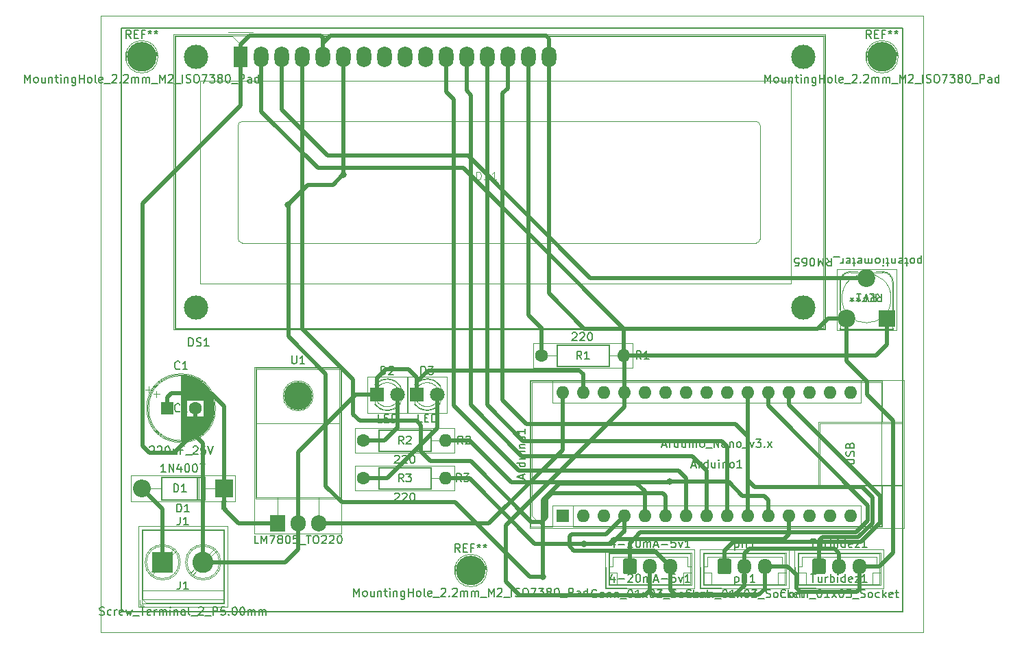
<source format=gbp>
%TF.GenerationSoftware,KiCad,Pcbnew,7.0.5*%
%TF.CreationDate,2023-10-03T09:15:36-05:00*%
%TF.ProjectId,Asocontador_PCB,41736f63-6f6e-4746-9164-6f725f504342,hjestrada*%
%TF.SameCoordinates,Original*%
%TF.FileFunction,Paste,Bot*%
%TF.FilePolarity,Positive*%
%FSLAX46Y46*%
G04 Gerber Fmt 4.6, Leading zero omitted, Abs format (unit mm)*
G04 Created by KiCad (PCBNEW 7.0.5) date 2023-10-03 09:15:36*
%MOMM*%
%LPD*%
G01*
G04 APERTURE LIST*
%TA.AperFunction,ComponentPad*%
%ADD10R,1.600000X1.600000*%
%TD*%
%TA.AperFunction,ComponentPad*%
%ADD11C,1.600000*%
%TD*%
%TA.AperFunction,ComponentPad*%
%ADD12O,1.700000X1.950000*%
%TD*%
%TA.AperFunction,ComponentPad*%
%ADD13R,2.200000X2.200000*%
%TD*%
%TA.AperFunction,ComponentPad*%
%ADD14O,2.200000X2.200000*%
%TD*%
%TA.AperFunction,ComponentPad*%
%ADD15O,1.600000X1.600000*%
%TD*%
%TA.AperFunction,ComponentPad*%
%ADD16R,1.800000X1.800000*%
%TD*%
%TA.AperFunction,ComponentPad*%
%ADD17C,1.800000*%
%TD*%
%TA.AperFunction,ComponentPad*%
%ADD18R,1.905000X2.000000*%
%TD*%
%TA.AperFunction,ComponentPad*%
%ADD19O,1.905000X2.000000*%
%TD*%
%TA.AperFunction,ComponentPad*%
%ADD20C,3.500000*%
%TD*%
%TA.AperFunction,ComponentPad*%
%ADD21R,2.000000X2.000000*%
%TD*%
%TA.AperFunction,ComponentPad*%
%ADD22C,2.200000*%
%TD*%
%TA.AperFunction,ComponentPad*%
%ADD23C,3.000000*%
%TD*%
%TA.AperFunction,ComponentPad*%
%ADD24R,1.800000X2.600000*%
%TD*%
%TA.AperFunction,ComponentPad*%
%ADD25O,1.800000X2.600000*%
%TD*%
%TA.AperFunction,ComponentPad*%
%ADD26R,2.600000X2.600000*%
%TD*%
%TA.AperFunction,ComponentPad*%
%ADD27C,2.600000*%
%TD*%
%TA.AperFunction,ViaPad*%
%ADD28C,0.800000*%
%TD*%
%TA.AperFunction,Conductor*%
%ADD29C,0.500000*%
%TD*%
%ADD30C,0.150000*%
%ADD31C,0.120000*%
%ADD32R,1.600000X1.600000*%
%ADD33C,1.600000*%
%ADD34O,1.700000X1.950000*%
%ADD35R,2.200000X2.200000*%
%ADD36O,2.200000X2.200000*%
%ADD37O,1.600000X1.600000*%
%ADD38R,1.800000X1.800000*%
%ADD39C,1.800000*%
%ADD40O,3.500000X3.500000*%
%ADD41R,1.905000X2.000000*%
%ADD42O,1.905000X2.000000*%
%ADD43C,3.500000*%
%ADD44R,2.000000X2.000000*%
%ADD45C,2.200000*%
%ADD46C,3.000000*%
%ADD47R,1.800000X2.600000*%
%ADD48O,1.800000X2.600000*%
%ADD49R,2.600000X2.600000*%
%ADD50C,2.600000*%
%ADD51C,0.800000*%
%TA.AperFunction,Profile*%
%ADD52C,0.100000*%
%TD*%
%ADD53C,0.050000*%
%ADD54C,0.100000*%
G04 APERTURE END LIST*
D10*
X99624000Y-89154000D03*
D11*
X103124000Y-89154000D03*
%TA.AperFunction,ComponentPad*%
G36*
G01*
X155948000Y-109437000D02*
X155948000Y-107987000D01*
G75*
G02*
X156198000Y-107737000I250000J0D01*
G01*
X157398000Y-107737000D01*
G75*
G02*
X157648000Y-107987000I0J-250000D01*
G01*
X157648000Y-109437000D01*
G75*
G02*
X157398000Y-109687000I-250000J0D01*
G01*
X156198000Y-109687000D01*
G75*
G02*
X155948000Y-109437000I0J250000D01*
G01*
G37*
%TD.AperFunction*%
D12*
X159298000Y-108712000D03*
X161798000Y-108712000D03*
D13*
X106680000Y-99060000D03*
D14*
X96520000Y-99060000D03*
D11*
X123920000Y-93150000D03*
D15*
X134080000Y-93150000D03*
D11*
X123920000Y-97800000D03*
D15*
X134080000Y-97800000D03*
D16*
X130500000Y-87480000D03*
D17*
X133040000Y-87480000D03*
D18*
X113284000Y-103430000D03*
D19*
X115824000Y-103430000D03*
X118364000Y-103430000D03*
%TA.AperFunction,ComponentPad*%
G36*
G01*
X167632000Y-109437000D02*
X167632000Y-107987000D01*
G75*
G02*
X167882000Y-107737000I250000J0D01*
G01*
X169082000Y-107737000D01*
G75*
G02*
X169332000Y-107987000I0J-250000D01*
G01*
X169332000Y-109437000D01*
G75*
G02*
X169082000Y-109687000I-250000J0D01*
G01*
X167882000Y-109687000D01*
G75*
G02*
X167632000Y-109437000I0J250000D01*
G01*
G37*
%TD.AperFunction*%
D12*
X170982000Y-108712000D03*
X173482000Y-108712000D03*
D20*
X96520000Y-45720000D03*
X137160000Y-109220000D03*
D16*
X125570000Y-87490000D03*
D17*
X128110000Y-87490000D03*
D10*
X148500000Y-102420000D03*
D15*
X151040000Y-102420000D03*
X153580000Y-102420000D03*
X156120000Y-102420000D03*
X158660000Y-102420000D03*
X161200000Y-102420000D03*
X163740000Y-102420000D03*
X166280000Y-102420000D03*
X168820000Y-102420000D03*
X171360000Y-102420000D03*
X173900000Y-102420000D03*
X176440000Y-102420000D03*
X178980000Y-102420000D03*
X181520000Y-102420000D03*
X184060000Y-102420000D03*
X184060000Y-87180000D03*
X181520000Y-87180000D03*
X178980000Y-87180000D03*
X176440000Y-87180000D03*
X173900000Y-87180000D03*
X171360000Y-87180000D03*
X168820000Y-87180000D03*
X166280000Y-87180000D03*
X163740000Y-87180000D03*
X161200000Y-87180000D03*
X158660000Y-87180000D03*
X156120000Y-87180000D03*
X153580000Y-87180000D03*
X151040000Y-87180000D03*
X148500000Y-87180000D03*
%TA.AperFunction,ComponentPad*%
G36*
G01*
X179316000Y-109437000D02*
X179316000Y-107987000D01*
G75*
G02*
X179566000Y-107737000I250000J0D01*
G01*
X180766000Y-107737000D01*
G75*
G02*
X181016000Y-107987000I0J-250000D01*
G01*
X181016000Y-109437000D01*
G75*
G02*
X180766000Y-109687000I-250000J0D01*
G01*
X179566000Y-109687000D01*
G75*
G02*
X179316000Y-109437000I0J250000D01*
G01*
G37*
%TD.AperFunction*%
D12*
X182666000Y-108712000D03*
X185166000Y-108712000D03*
D11*
X145930000Y-82650000D03*
D15*
X156090000Y-82650000D03*
D21*
X188540000Y-78070000D03*
D22*
X186040000Y-73070000D03*
X183540000Y-78070000D03*
D23*
X103212900Y-45720000D03*
X103212900Y-76720700D03*
X178211480Y-76720700D03*
X178212000Y-45720000D03*
D24*
X108712000Y-45720000D03*
D25*
X111252000Y-45720000D03*
X113792000Y-45720000D03*
X116332000Y-45720000D03*
X118872000Y-45720000D03*
X121412000Y-45720000D03*
X123952000Y-45720000D03*
X126492000Y-45720000D03*
X129032000Y-45720000D03*
X131572000Y-45720000D03*
X134112000Y-45720000D03*
X136652000Y-45720000D03*
X139192000Y-45720000D03*
X141732000Y-45720000D03*
X144272000Y-45720000D03*
X146812000Y-45720000D03*
D26*
X99100000Y-108204000D03*
D27*
X104100000Y-108204000D03*
D20*
X187960000Y-45720000D03*
D28*
X151100000Y-105920000D03*
X161700000Y-98250000D03*
X121412000Y-60329500D03*
X114595565Y-64000000D03*
X146030000Y-109970000D03*
X146030000Y-109970000D03*
D29*
X146812000Y-45720000D02*
X146812000Y-74982000D01*
X156120000Y-102420000D02*
X156120000Y-104390000D01*
X108712000Y-45720000D02*
X108712000Y-44228000D01*
X146812000Y-74982000D02*
X151170000Y-79340000D01*
X118872000Y-43388000D02*
X118872000Y-45720000D01*
X118600000Y-43080000D02*
X118890000Y-43370000D01*
X108712000Y-44228000D02*
X109860000Y-43080000D01*
X96610000Y-63880000D02*
X108720000Y-51770000D01*
X156120000Y-104390000D02*
X156000000Y-104510000D01*
X100490000Y-94690000D02*
X97470000Y-94690000D01*
X108720000Y-51770000D02*
X108712000Y-51762000D01*
X151170000Y-79340000D02*
X179980000Y-79340000D01*
X96610000Y-93830000D02*
X96610000Y-63880000D01*
X154560000Y-105950000D02*
X152850000Y-105950000D01*
X108712000Y-51762000D02*
X108712000Y-45720000D01*
X97470000Y-94690000D02*
X96610000Y-93830000D01*
X103124000Y-92056000D02*
X100490000Y-94690000D01*
X181250000Y-78070000D02*
X183540000Y-78070000D01*
X103124000Y-89154000D02*
X103124000Y-92056000D01*
X179980000Y-79340000D02*
X181250000Y-78070000D01*
X118890000Y-43370000D02*
X118872000Y-43388000D01*
X109860000Y-43080000D02*
X118600000Y-43080000D01*
X156000000Y-104510000D02*
X154560000Y-105950000D01*
X169700000Y-112280000D02*
X171000000Y-110980000D01*
X156120000Y-87180000D02*
X156120000Y-82680000D01*
X182666000Y-107116000D02*
X182090000Y-106540000D01*
X159298000Y-111818000D02*
X159760000Y-112280000D01*
X159760000Y-112280000D02*
X169700000Y-112280000D01*
X159298000Y-108712000D02*
X159298000Y-111818000D01*
X182666000Y-108712000D02*
X182666000Y-107116000D01*
X156090000Y-82650000D02*
X187170000Y-82650000D01*
X171000000Y-110980000D02*
X170982000Y-110962000D01*
X170982000Y-107088000D02*
X170982000Y-108712000D01*
X170982000Y-110962000D02*
X170982000Y-108712000D01*
X188540000Y-81280000D02*
X188540000Y-78070000D01*
X187170000Y-82650000D02*
X188540000Y-81280000D01*
X156120000Y-82680000D02*
X156090000Y-82650000D01*
X171530000Y-106540000D02*
X170982000Y-107088000D01*
X182090000Y-106540000D02*
X171530000Y-106540000D01*
X145930000Y-79370000D02*
X145930000Y-82650000D01*
X144272000Y-77672000D02*
X145950000Y-79350000D01*
X144272000Y-45720000D02*
X144272000Y-77672000D01*
X145950000Y-79350000D02*
X145930000Y-79370000D01*
X184780000Y-104530000D02*
X158080000Y-104530000D01*
X158080000Y-104530000D02*
X156798000Y-105812000D01*
X173900000Y-88850000D02*
X186230000Y-101180000D01*
X186230000Y-101180000D02*
X186230000Y-103080000D01*
X186230000Y-103080000D02*
X184780000Y-104530000D01*
X173900000Y-87180000D02*
X173900000Y-88850000D01*
X156798000Y-105812000D02*
X156798000Y-108712000D01*
X185340000Y-105660000D02*
X187680000Y-103320000D01*
X187680000Y-103320000D02*
X187680000Y-99970000D01*
X169560000Y-105660000D02*
X185340000Y-105660000D01*
X187680000Y-99970000D02*
X176440000Y-88730000D01*
X168482000Y-108712000D02*
X168482000Y-106738000D01*
X168482000Y-106738000D02*
X169560000Y-105660000D01*
X176440000Y-88730000D02*
X176440000Y-87180000D01*
X145060000Y-105900000D02*
X151080000Y-105900000D01*
X134080000Y-97800000D02*
X136960000Y-97800000D01*
X136960000Y-97800000D02*
X145060000Y-105900000D01*
X151120000Y-105900000D02*
X151180000Y-105900000D01*
X151100000Y-105920000D02*
X151120000Y-105900000D01*
X151080000Y-105900000D02*
X151100000Y-105920000D01*
X161730000Y-98280000D02*
X161780000Y-98280000D01*
X142160000Y-98280000D02*
X161670000Y-98280000D01*
X137030000Y-93150000D02*
X142160000Y-98280000D01*
X161700000Y-98250000D02*
X161730000Y-98280000D01*
X161670000Y-98280000D02*
X161700000Y-98250000D01*
X134080000Y-93150000D02*
X137030000Y-93150000D01*
X171360000Y-92670000D02*
X169840000Y-91150000D01*
X141070000Y-50250000D02*
X141732000Y-49588000D01*
X169840000Y-91150000D02*
X144040000Y-91150000D01*
X144040000Y-91150000D02*
X141070000Y-88180000D01*
X141070000Y-88180000D02*
X141070000Y-50250000D01*
X141732000Y-49588000D02*
X141732000Y-45720000D01*
X171360000Y-102420000D02*
X171360000Y-92670000D01*
X168120000Y-93200000D02*
X168820000Y-93900000D01*
X143630000Y-93200000D02*
X168120000Y-93200000D01*
X168820000Y-93900000D02*
X168820000Y-102420000D01*
X139192000Y-45720000D02*
X139192000Y-88762000D01*
X139192000Y-88762000D02*
X143630000Y-93200000D01*
X166280000Y-96850000D02*
X166280000Y-102420000D01*
X164500000Y-95070000D02*
X166280000Y-96850000D01*
X137170000Y-50430000D02*
X137170000Y-88770000D01*
X136652000Y-45720000D02*
X136652000Y-49912000D01*
X143470000Y-95070000D02*
X164500000Y-95070000D01*
X136652000Y-49912000D02*
X137170000Y-50430000D01*
X137170000Y-88770000D02*
X143470000Y-95070000D01*
X163740000Y-97830000D02*
X163740000Y-102420000D01*
X135050000Y-50980000D02*
X135050000Y-88830000D01*
X162820000Y-96910000D02*
X163740000Y-97830000D01*
X134112000Y-50042000D02*
X135050000Y-50980000D01*
X134112000Y-45720000D02*
X134112000Y-50042000D01*
X143130000Y-96910000D02*
X162820000Y-96910000D01*
X135050000Y-88830000D02*
X143130000Y-96910000D01*
X116332000Y-45720000D02*
X116332000Y-79312000D01*
X122640000Y-85620000D02*
X122640000Y-89940000D01*
X123420000Y-90720000D02*
X130510000Y-90720000D01*
X144660000Y-103190000D02*
X145930000Y-103190000D01*
X161200000Y-99990000D02*
X161200000Y-102420000D01*
X132150000Y-95660000D02*
X137130000Y-95660000D01*
X146470000Y-102650000D02*
X146470000Y-100370000D01*
X146470000Y-100370000D02*
X147180000Y-99660000D01*
X145930000Y-103190000D02*
X146470000Y-102650000D01*
X122640000Y-89940000D02*
X123420000Y-90720000D01*
X131030000Y-94540000D02*
X132150000Y-95660000D01*
X116332000Y-79312000D02*
X122640000Y-85620000D01*
X137130000Y-95660000D02*
X144660000Y-103190000D01*
X160870000Y-99660000D02*
X161200000Y-99990000D01*
X147180000Y-99660000D02*
X160870000Y-99660000D01*
X130510000Y-90720000D02*
X131030000Y-91240000D01*
X131030000Y-91240000D02*
X131030000Y-94540000D01*
X121240000Y-100780000D02*
X135260000Y-100780000D01*
X114620000Y-80290000D02*
X119240000Y-84910000D01*
X135260000Y-100780000D02*
X144450000Y-109970000D01*
X144450000Y-109970000D02*
X146030000Y-109970000D01*
X119240000Y-98780000D02*
X121240000Y-100780000D01*
X114595565Y-64000000D02*
X114620000Y-64024435D01*
X119240000Y-84910000D02*
X119240000Y-98780000D01*
X121412000Y-60329500D02*
X121412000Y-45720000D01*
X114620000Y-64024435D02*
X114620000Y-80290000D01*
D10*
X99624000Y-89154000D03*
D11*
X103124000Y-89154000D03*
%TA.AperFunction,ComponentPad*%
G36*
G01*
X155948000Y-109437000D02*
X155948000Y-107987000D01*
G75*
G02*
X156198000Y-107737000I250000J0D01*
G01*
X157398000Y-107737000D01*
G75*
G02*
X157648000Y-107987000I0J-250000D01*
G01*
X157648000Y-109437000D01*
G75*
G02*
X157398000Y-109687000I-250000J0D01*
G01*
X156198000Y-109687000D01*
G75*
G02*
X155948000Y-109437000I0J250000D01*
G01*
G37*
%TD.AperFunction*%
D12*
X159298000Y-108712000D03*
X161798000Y-108712000D03*
D13*
X106680000Y-99060000D03*
D14*
X96520000Y-99060000D03*
D11*
X123920000Y-93150000D03*
D15*
X134080000Y-93150000D03*
D11*
X123920000Y-97800000D03*
D15*
X134080000Y-97800000D03*
D16*
X130500000Y-87480000D03*
D17*
X133040000Y-87480000D03*
D18*
X113284000Y-103430000D03*
D19*
X115824000Y-103430000D03*
X118364000Y-103430000D03*
%TA.AperFunction,ComponentPad*%
G36*
G01*
X167632000Y-109437000D02*
X167632000Y-107987000D01*
G75*
G02*
X167882000Y-107737000I250000J0D01*
G01*
X169082000Y-107737000D01*
G75*
G02*
X169332000Y-107987000I0J-250000D01*
G01*
X169332000Y-109437000D01*
G75*
G02*
X169082000Y-109687000I-250000J0D01*
G01*
X167882000Y-109687000D01*
G75*
G02*
X167632000Y-109437000I0J250000D01*
G01*
G37*
%TD.AperFunction*%
D12*
X170982000Y-108712000D03*
X173482000Y-108712000D03*
D20*
X96520000Y-45720000D03*
X137160000Y-109220000D03*
D16*
X125570000Y-87490000D03*
D17*
X128110000Y-87490000D03*
D10*
X148500000Y-102420000D03*
D15*
X151040000Y-102420000D03*
X153580000Y-102420000D03*
X156120000Y-102420000D03*
X158660000Y-102420000D03*
X161200000Y-102420000D03*
X163740000Y-102420000D03*
X166280000Y-102420000D03*
X168820000Y-102420000D03*
X171360000Y-102420000D03*
X173900000Y-102420000D03*
X176440000Y-102420000D03*
X178980000Y-102420000D03*
X181520000Y-102420000D03*
X184060000Y-102420000D03*
X184060000Y-87180000D03*
X181520000Y-87180000D03*
X178980000Y-87180000D03*
X176440000Y-87180000D03*
X173900000Y-87180000D03*
X171360000Y-87180000D03*
X168820000Y-87180000D03*
X166280000Y-87180000D03*
X163740000Y-87180000D03*
X161200000Y-87180000D03*
X158660000Y-87180000D03*
X156120000Y-87180000D03*
X153580000Y-87180000D03*
X151040000Y-87180000D03*
X148500000Y-87180000D03*
%TA.AperFunction,ComponentPad*%
G36*
G01*
X179316000Y-109437000D02*
X179316000Y-107987000D01*
G75*
G02*
X179566000Y-107737000I250000J0D01*
G01*
X180766000Y-107737000D01*
G75*
G02*
X181016000Y-107987000I0J-250000D01*
G01*
X181016000Y-109437000D01*
G75*
G02*
X180766000Y-109687000I-250000J0D01*
G01*
X179566000Y-109687000D01*
G75*
G02*
X179316000Y-109437000I0J250000D01*
G01*
G37*
%TD.AperFunction*%
D12*
X182666000Y-108712000D03*
X185166000Y-108712000D03*
D11*
X145930000Y-82650000D03*
D15*
X156090000Y-82650000D03*
D21*
X188540000Y-78070000D03*
D22*
X186040000Y-73070000D03*
X183540000Y-78070000D03*
D23*
X103212900Y-45720000D03*
X103212900Y-76720700D03*
X178211480Y-76720700D03*
X178212000Y-45720000D03*
D24*
X108712000Y-45720000D03*
D25*
X111252000Y-45720000D03*
X113792000Y-45720000D03*
X116332000Y-45720000D03*
X118872000Y-45720000D03*
X121412000Y-45720000D03*
X123952000Y-45720000D03*
X126492000Y-45720000D03*
X129032000Y-45720000D03*
X131572000Y-45720000D03*
X134112000Y-45720000D03*
X136652000Y-45720000D03*
X139192000Y-45720000D03*
X141732000Y-45720000D03*
X144272000Y-45720000D03*
X146812000Y-45720000D03*
D26*
X99100000Y-108204000D03*
D27*
X104100000Y-108204000D03*
D20*
X187960000Y-45720000D03*
D28*
X151100000Y-105920000D03*
X161700000Y-98250000D03*
X121412000Y-60329500D03*
X114595565Y-64000000D03*
X146030000Y-109970000D03*
X146030000Y-109970000D03*
D29*
X125570000Y-85410000D02*
X126680000Y-84300000D01*
X131900000Y-84500000D02*
X150570000Y-84500000D01*
X177840000Y-111830000D02*
X184880000Y-111830000D01*
X159856000Y-106770000D02*
X161798000Y-108712000D01*
X149340000Y-106220000D02*
X149890000Y-106770000D01*
X129440000Y-84300000D02*
X130500000Y-85360000D01*
X177370000Y-109780000D02*
X177370000Y-111360000D01*
X118872000Y-45720000D02*
X118872000Y-44008000D01*
X114196000Y-108204000D02*
X115824000Y-106576000D01*
X176302000Y-108712000D02*
X177370000Y-109780000D01*
X161798000Y-111638000D02*
X162390000Y-112230000D01*
X130500000Y-87480000D02*
X130500000Y-85360000D01*
X177370000Y-111360000D02*
X177840000Y-111830000D01*
X173490000Y-111500000D02*
X173482000Y-111492000D01*
X162390000Y-112230000D02*
X172760000Y-112230000D01*
X185166000Y-108712000D02*
X187598000Y-108712000D01*
X125570000Y-87490000D02*
X125570000Y-85410000D01*
X184880000Y-111830000D02*
X185166000Y-111544000D01*
X153830000Y-104710000D02*
X149650000Y-104710000D01*
X115824000Y-103430000D02*
X115824000Y-94616000D01*
X151040000Y-84970000D02*
X151040000Y-87180000D01*
X103124000Y-92544000D02*
X103124000Y-89154000D01*
X189300000Y-107010000D02*
X189300000Y-90652233D01*
X104100000Y-108204000D02*
X104100000Y-93520000D01*
X104100000Y-93520000D02*
X103124000Y-92544000D01*
X130500000Y-85900000D02*
X131900000Y-84500000D01*
X156120000Y-102420000D02*
X153830000Y-104710000D01*
X149340000Y-105020000D02*
X149340000Y-106220000D01*
X150570000Y-84500000D02*
X151040000Y-84970000D01*
X189300000Y-90652233D02*
X186130000Y-87482233D01*
X173482000Y-108712000D02*
X176302000Y-108712000D01*
X186130000Y-85900000D02*
X183540000Y-83310000D01*
X104100000Y-108204000D02*
X114196000Y-108204000D01*
X126680000Y-84300000D02*
X129440000Y-84300000D01*
X186130000Y-87482233D02*
X186130000Y-85900000D01*
X122950000Y-87490000D02*
X125570000Y-87490000D01*
X146450000Y-43100000D02*
X146850000Y-43500000D01*
X146850000Y-43500000D02*
X146812000Y-43538000D01*
X187598000Y-108712000D02*
X189300000Y-107010000D01*
X146812000Y-43538000D02*
X146812000Y-45720000D01*
X173482000Y-111492000D02*
X173482000Y-108712000D01*
X185166000Y-111544000D02*
X185166000Y-108712000D01*
X172760000Y-112230000D02*
X173490000Y-111500000D01*
X115824000Y-94616000D02*
X122950000Y-87490000D01*
X161798000Y-108712000D02*
X161798000Y-111638000D01*
X118872000Y-44008000D02*
X119780000Y-43100000D01*
X149650000Y-104710000D02*
X149340000Y-105020000D01*
X115824000Y-106576000D02*
X115824000Y-103430000D01*
X183540000Y-83310000D02*
X183540000Y-78070000D01*
X119780000Y-43100000D02*
X146450000Y-43100000D01*
X130500000Y-87480000D02*
X130500000Y-85900000D01*
X149890000Y-106770000D02*
X159856000Y-106770000D01*
X108510000Y-103430000D02*
X113284000Y-103430000D01*
X99624000Y-89154000D02*
X99624000Y-87816000D01*
X106680000Y-88900000D02*
X106680000Y-99060000D01*
X106680000Y-99060000D02*
X106680000Y-101600000D01*
X99624000Y-87816000D02*
X100150000Y-87290000D01*
X106680000Y-101600000D02*
X108510000Y-103430000D01*
X105070000Y-87290000D02*
X106680000Y-88900000D01*
X100150000Y-87290000D02*
X105070000Y-87290000D01*
X158710000Y-112290000D02*
X143160000Y-112290000D01*
X156090000Y-79310000D02*
X156090000Y-82650000D01*
X118250000Y-59480000D02*
X136260000Y-59480000D01*
X159298000Y-108712000D02*
X159298000Y-111702000D01*
X111252000Y-52482000D02*
X118250000Y-59480000D01*
X156120000Y-89030000D02*
X156120000Y-87180000D01*
X141480000Y-103670000D02*
X156120000Y-89030000D01*
X141480000Y-110610000D02*
X141480000Y-103670000D01*
X143160000Y-112290000D02*
X141480000Y-110610000D01*
X159298000Y-111702000D02*
X158710000Y-112290000D01*
X111252000Y-45720000D02*
X111252000Y-52482000D01*
X136260000Y-59480000D02*
X156090000Y-79310000D01*
X148510000Y-94300000D02*
X148500000Y-94290000D01*
X118364000Y-103430000D02*
X139380000Y-103430000D01*
X139380000Y-103430000D02*
X148510000Y-94300000D01*
X148500000Y-94290000D02*
X148500000Y-87180000D01*
X180166000Y-105494000D02*
X180570000Y-105090000D01*
X171360000Y-98040000D02*
X171360000Y-87180000D01*
X186770000Y-100150000D02*
X185510000Y-98890000D01*
X172210000Y-98890000D02*
X171360000Y-98040000D01*
X180570000Y-105090000D02*
X185030000Y-105090000D01*
X180166000Y-108712000D02*
X180166000Y-105494000D01*
X186770000Y-103350000D02*
X186770000Y-100150000D01*
X185030000Y-105090000D02*
X186770000Y-103350000D01*
X185510000Y-98890000D02*
X172210000Y-98890000D01*
X175840000Y-105370000D02*
X176440000Y-104770000D01*
X154820000Y-105370000D02*
X175840000Y-105370000D01*
X176440000Y-104770000D02*
X176440000Y-102420000D01*
X154270000Y-105920000D02*
X154820000Y-105370000D01*
X151100000Y-105920000D02*
X154270000Y-105920000D01*
X169000000Y-98250000D02*
X170710000Y-99960000D01*
X161700000Y-98250000D02*
X169000000Y-98250000D01*
X173390000Y-99960000D02*
X173900000Y-100470000D01*
X173900000Y-100470000D02*
X173900000Y-102420000D01*
X170710000Y-99960000D02*
X173390000Y-99960000D01*
X148110000Y-98460000D02*
X146020000Y-100550000D01*
X157680000Y-98460000D02*
X148110000Y-98460000D01*
X114595565Y-64000000D02*
X117045565Y-61550000D01*
X158660000Y-102420000D02*
X158660000Y-99440000D01*
X146020000Y-100550000D02*
X146030000Y-109970000D01*
X158660000Y-99440000D02*
X157680000Y-98460000D01*
X117045565Y-61550000D02*
X120112500Y-61550000D01*
X146030000Y-109970000D02*
X146020000Y-109980000D01*
X120112500Y-61550000D02*
X121372500Y-60290000D01*
X121412000Y-60329500D02*
X121372500Y-60290000D01*
X121372500Y-60290000D02*
X121350000Y-60290000D01*
X123920000Y-93150000D02*
X126520000Y-93150000D01*
X126520000Y-93150000D02*
X128120000Y-91550000D01*
X128120000Y-91550000D02*
X128110000Y-91540000D01*
X128110000Y-91540000D02*
X128110000Y-87490000D01*
X126870000Y-97800000D02*
X133040000Y-91630000D01*
X133040000Y-91630000D02*
X133040000Y-87480000D01*
X123920000Y-97800000D02*
X126870000Y-97800000D01*
X99100000Y-108204000D02*
X99100000Y-101640000D01*
X99100000Y-101640000D02*
X96520000Y-99060000D01*
X113792000Y-52262000D02*
X119490000Y-57960000D01*
X113792000Y-45720000D02*
X113792000Y-52262000D01*
X151940000Y-73070000D02*
X186040000Y-73070000D01*
X119490000Y-57960000D02*
X136830000Y-57960000D01*
X136830000Y-57960000D02*
X151940000Y-73070000D01*
D30*
X93980000Y-42164000D02*
X190500000Y-42164000D01*
X190500000Y-114300000D01*
X93980000Y-114300000D01*
X93980000Y-42164000D01*
X101207333Y-84263580D02*
X101159714Y-84311200D01*
X101159714Y-84311200D02*
X101016857Y-84358819D01*
X101016857Y-84358819D02*
X100921619Y-84358819D01*
X100921619Y-84358819D02*
X100778762Y-84311200D01*
X100778762Y-84311200D02*
X100683524Y-84215961D01*
X100683524Y-84215961D02*
X100635905Y-84120723D01*
X100635905Y-84120723D02*
X100588286Y-83930247D01*
X100588286Y-83930247D02*
X100588286Y-83787390D01*
X100588286Y-83787390D02*
X100635905Y-83596914D01*
X100635905Y-83596914D02*
X100683524Y-83501676D01*
X100683524Y-83501676D02*
X100778762Y-83406438D01*
X100778762Y-83406438D02*
X100921619Y-83358819D01*
X100921619Y-83358819D02*
X101016857Y-83358819D01*
X101016857Y-83358819D02*
X101159714Y-83406438D01*
X101159714Y-83406438D02*
X101207333Y-83454057D01*
X102159714Y-84358819D02*
X101588286Y-84358819D01*
X101874000Y-84358819D02*
X101874000Y-83358819D01*
X101874000Y-83358819D02*
X101778762Y-83501676D01*
X101778762Y-83501676D02*
X101683524Y-83596914D01*
X101683524Y-83596914D02*
X101588286Y-83644533D01*
X154869428Y-105700152D02*
X154869428Y-106366819D01*
X154631333Y-105319200D02*
X154393238Y-106033485D01*
X154393238Y-106033485D02*
X155012285Y-106033485D01*
X155393238Y-105985866D02*
X156155143Y-105985866D01*
X156583714Y-105462057D02*
X156631333Y-105414438D01*
X156631333Y-105414438D02*
X156726571Y-105366819D01*
X156726571Y-105366819D02*
X156964666Y-105366819D01*
X156964666Y-105366819D02*
X157059904Y-105414438D01*
X157059904Y-105414438D02*
X157107523Y-105462057D01*
X157107523Y-105462057D02*
X157155142Y-105557295D01*
X157155142Y-105557295D02*
X157155142Y-105652533D01*
X157155142Y-105652533D02*
X157107523Y-105795390D01*
X157107523Y-105795390D02*
X156536095Y-106366819D01*
X156536095Y-106366819D02*
X157155142Y-106366819D01*
X157774190Y-105366819D02*
X157869428Y-105366819D01*
X157869428Y-105366819D02*
X157964666Y-105414438D01*
X157964666Y-105414438D02*
X158012285Y-105462057D01*
X158012285Y-105462057D02*
X158059904Y-105557295D01*
X158059904Y-105557295D02*
X158107523Y-105747771D01*
X158107523Y-105747771D02*
X158107523Y-105985866D01*
X158107523Y-105985866D02*
X158059904Y-106176342D01*
X158059904Y-106176342D02*
X158012285Y-106271580D01*
X158012285Y-106271580D02*
X157964666Y-106319200D01*
X157964666Y-106319200D02*
X157869428Y-106366819D01*
X157869428Y-106366819D02*
X157774190Y-106366819D01*
X157774190Y-106366819D02*
X157678952Y-106319200D01*
X157678952Y-106319200D02*
X157631333Y-106271580D01*
X157631333Y-106271580D02*
X157583714Y-106176342D01*
X157583714Y-106176342D02*
X157536095Y-105985866D01*
X157536095Y-105985866D02*
X157536095Y-105747771D01*
X157536095Y-105747771D02*
X157583714Y-105557295D01*
X157583714Y-105557295D02*
X157631333Y-105462057D01*
X157631333Y-105462057D02*
X157678952Y-105414438D01*
X157678952Y-105414438D02*
X157774190Y-105366819D01*
X158536095Y-106366819D02*
X158536095Y-105700152D01*
X158536095Y-105795390D02*
X158583714Y-105747771D01*
X158583714Y-105747771D02*
X158678952Y-105700152D01*
X158678952Y-105700152D02*
X158821809Y-105700152D01*
X158821809Y-105700152D02*
X158917047Y-105747771D01*
X158917047Y-105747771D02*
X158964666Y-105843009D01*
X158964666Y-105843009D02*
X158964666Y-106366819D01*
X158964666Y-105843009D02*
X159012285Y-105747771D01*
X159012285Y-105747771D02*
X159107523Y-105700152D01*
X159107523Y-105700152D02*
X159250380Y-105700152D01*
X159250380Y-105700152D02*
X159345619Y-105747771D01*
X159345619Y-105747771D02*
X159393238Y-105843009D01*
X159393238Y-105843009D02*
X159393238Y-106366819D01*
X159821809Y-106081104D02*
X160297999Y-106081104D01*
X159726571Y-106366819D02*
X160059904Y-105366819D01*
X160059904Y-105366819D02*
X160393237Y-106366819D01*
X160726571Y-105985866D02*
X161488476Y-105985866D01*
X162440856Y-105366819D02*
X161964666Y-105366819D01*
X161964666Y-105366819D02*
X161917047Y-105843009D01*
X161917047Y-105843009D02*
X161964666Y-105795390D01*
X161964666Y-105795390D02*
X162059904Y-105747771D01*
X162059904Y-105747771D02*
X162297999Y-105747771D01*
X162297999Y-105747771D02*
X162393237Y-105795390D01*
X162393237Y-105795390D02*
X162440856Y-105843009D01*
X162440856Y-105843009D02*
X162488475Y-105938247D01*
X162488475Y-105938247D02*
X162488475Y-106176342D01*
X162488475Y-106176342D02*
X162440856Y-106271580D01*
X162440856Y-106271580D02*
X162393237Y-106319200D01*
X162393237Y-106319200D02*
X162297999Y-106366819D01*
X162297999Y-106366819D02*
X162059904Y-106366819D01*
X162059904Y-106366819D02*
X161964666Y-106319200D01*
X161964666Y-106319200D02*
X161917047Y-106271580D01*
X162821809Y-105700152D02*
X163059904Y-106366819D01*
X163059904Y-106366819D02*
X163297999Y-105700152D01*
X164202761Y-106366819D02*
X163631333Y-106366819D01*
X163917047Y-106366819D02*
X163917047Y-105366819D01*
X163917047Y-105366819D02*
X163821809Y-105509676D01*
X163821809Y-105509676D02*
X163726571Y-105604914D01*
X163726571Y-105604914D02*
X163631333Y-105652533D01*
X100861905Y-101984819D02*
X100861905Y-100984819D01*
X100861905Y-100984819D02*
X101100000Y-100984819D01*
X101100000Y-100984819D02*
X101242857Y-101032438D01*
X101242857Y-101032438D02*
X101338095Y-101127676D01*
X101338095Y-101127676D02*
X101385714Y-101222914D01*
X101385714Y-101222914D02*
X101433333Y-101413390D01*
X101433333Y-101413390D02*
X101433333Y-101556247D01*
X101433333Y-101556247D02*
X101385714Y-101746723D01*
X101385714Y-101746723D02*
X101338095Y-101841961D01*
X101338095Y-101841961D02*
X101242857Y-101937200D01*
X101242857Y-101937200D02*
X101100000Y-101984819D01*
X101100000Y-101984819D02*
X100861905Y-101984819D01*
X102385714Y-101984819D02*
X101814286Y-101984819D01*
X102100000Y-101984819D02*
X102100000Y-100984819D01*
X102100000Y-100984819D02*
X102004762Y-101127676D01*
X102004762Y-101127676D02*
X101909524Y-101222914D01*
X101909524Y-101222914D02*
X101814286Y-101270533D01*
X106418095Y-101614819D02*
X106418095Y-100614819D01*
X106989523Y-101614819D02*
X106560952Y-101043390D01*
X106989523Y-100614819D02*
X106418095Y-101186247D01*
X136163333Y-93594819D02*
X135830000Y-93118628D01*
X135591905Y-93594819D02*
X135591905Y-92594819D01*
X135591905Y-92594819D02*
X135972857Y-92594819D01*
X135972857Y-92594819D02*
X136068095Y-92642438D01*
X136068095Y-92642438D02*
X136115714Y-92690057D01*
X136115714Y-92690057D02*
X136163333Y-92785295D01*
X136163333Y-92785295D02*
X136163333Y-92928152D01*
X136163333Y-92928152D02*
X136115714Y-93023390D01*
X136115714Y-93023390D02*
X136068095Y-93071009D01*
X136068095Y-93071009D02*
X135972857Y-93118628D01*
X135972857Y-93118628D02*
X135591905Y-93118628D01*
X136544286Y-92690057D02*
X136591905Y-92642438D01*
X136591905Y-92642438D02*
X136687143Y-92594819D01*
X136687143Y-92594819D02*
X136925238Y-92594819D01*
X136925238Y-92594819D02*
X137020476Y-92642438D01*
X137020476Y-92642438D02*
X137068095Y-92690057D01*
X137068095Y-92690057D02*
X137115714Y-92785295D01*
X137115714Y-92785295D02*
X137115714Y-92880533D01*
X137115714Y-92880533D02*
X137068095Y-93023390D01*
X137068095Y-93023390D02*
X136496667Y-93594819D01*
X136496667Y-93594819D02*
X137115714Y-93594819D01*
X135953333Y-98224819D02*
X135620000Y-97748628D01*
X135381905Y-98224819D02*
X135381905Y-97224819D01*
X135381905Y-97224819D02*
X135762857Y-97224819D01*
X135762857Y-97224819D02*
X135858095Y-97272438D01*
X135858095Y-97272438D02*
X135905714Y-97320057D01*
X135905714Y-97320057D02*
X135953333Y-97415295D01*
X135953333Y-97415295D02*
X135953333Y-97558152D01*
X135953333Y-97558152D02*
X135905714Y-97653390D01*
X135905714Y-97653390D02*
X135858095Y-97701009D01*
X135858095Y-97701009D02*
X135762857Y-97748628D01*
X135762857Y-97748628D02*
X135381905Y-97748628D01*
X136286667Y-97224819D02*
X136905714Y-97224819D01*
X136905714Y-97224819D02*
X136572381Y-97605771D01*
X136572381Y-97605771D02*
X136715238Y-97605771D01*
X136715238Y-97605771D02*
X136810476Y-97653390D01*
X136810476Y-97653390D02*
X136858095Y-97701009D01*
X136858095Y-97701009D02*
X136905714Y-97796247D01*
X136905714Y-97796247D02*
X136905714Y-98034342D01*
X136905714Y-98034342D02*
X136858095Y-98129580D01*
X136858095Y-98129580D02*
X136810476Y-98177200D01*
X136810476Y-98177200D02*
X136715238Y-98224819D01*
X136715238Y-98224819D02*
X136429524Y-98224819D01*
X136429524Y-98224819D02*
X136334286Y-98177200D01*
X136334286Y-98177200D02*
X136286667Y-98129580D01*
X131031905Y-84974819D02*
X131031905Y-83974819D01*
X131031905Y-83974819D02*
X131270000Y-83974819D01*
X131270000Y-83974819D02*
X131412857Y-84022438D01*
X131412857Y-84022438D02*
X131508095Y-84117676D01*
X131508095Y-84117676D02*
X131555714Y-84212914D01*
X131555714Y-84212914D02*
X131603333Y-84403390D01*
X131603333Y-84403390D02*
X131603333Y-84546247D01*
X131603333Y-84546247D02*
X131555714Y-84736723D01*
X131555714Y-84736723D02*
X131508095Y-84831961D01*
X131508095Y-84831961D02*
X131412857Y-84927200D01*
X131412857Y-84927200D02*
X131270000Y-84974819D01*
X131270000Y-84974819D02*
X131031905Y-84974819D01*
X131936667Y-83974819D02*
X132555714Y-83974819D01*
X132555714Y-83974819D02*
X132222381Y-84355771D01*
X132222381Y-84355771D02*
X132365238Y-84355771D01*
X132365238Y-84355771D02*
X132460476Y-84403390D01*
X132460476Y-84403390D02*
X132508095Y-84451009D01*
X132508095Y-84451009D02*
X132555714Y-84546247D01*
X132555714Y-84546247D02*
X132555714Y-84784342D01*
X132555714Y-84784342D02*
X132508095Y-84879580D01*
X132508095Y-84879580D02*
X132460476Y-84927200D01*
X132460476Y-84927200D02*
X132365238Y-84974819D01*
X132365238Y-84974819D02*
X132079524Y-84974819D01*
X132079524Y-84974819D02*
X131984286Y-84927200D01*
X131984286Y-84927200D02*
X131936667Y-84879580D01*
X115062095Y-82664819D02*
X115062095Y-83474342D01*
X115062095Y-83474342D02*
X115109714Y-83569580D01*
X115109714Y-83569580D02*
X115157333Y-83617200D01*
X115157333Y-83617200D02*
X115252571Y-83664819D01*
X115252571Y-83664819D02*
X115443047Y-83664819D01*
X115443047Y-83664819D02*
X115538285Y-83617200D01*
X115538285Y-83617200D02*
X115585904Y-83569580D01*
X115585904Y-83569580D02*
X115633523Y-83474342D01*
X115633523Y-83474342D02*
X115633523Y-82664819D01*
X116633523Y-83664819D02*
X116062095Y-83664819D01*
X116347809Y-83664819D02*
X116347809Y-82664819D01*
X116347809Y-82664819D02*
X116252571Y-82807676D01*
X116252571Y-82807676D02*
X116157333Y-82902914D01*
X116157333Y-82902914D02*
X116062095Y-82950533D01*
X169767714Y-105700152D02*
X169767714Y-106700152D01*
X169767714Y-105747771D02*
X169862952Y-105700152D01*
X169862952Y-105700152D02*
X170053428Y-105700152D01*
X170053428Y-105700152D02*
X170148666Y-105747771D01*
X170148666Y-105747771D02*
X170196285Y-105795390D01*
X170196285Y-105795390D02*
X170243904Y-105890628D01*
X170243904Y-105890628D02*
X170243904Y-106176342D01*
X170243904Y-106176342D02*
X170196285Y-106271580D01*
X170196285Y-106271580D02*
X170148666Y-106319200D01*
X170148666Y-106319200D02*
X170053428Y-106366819D01*
X170053428Y-106366819D02*
X169862952Y-106366819D01*
X169862952Y-106366819D02*
X169767714Y-106319200D01*
X170672476Y-106366819D02*
X170672476Y-105366819D01*
X170672476Y-105843009D02*
X171243904Y-105843009D01*
X171243904Y-106366819D02*
X171243904Y-105366819D01*
X172243904Y-106366819D02*
X171672476Y-106366819D01*
X171958190Y-106366819D02*
X171958190Y-105366819D01*
X171958190Y-105366819D02*
X171862952Y-105509676D01*
X171862952Y-105509676D02*
X171767714Y-105604914D01*
X171767714Y-105604914D02*
X171672476Y-105652533D01*
X95186666Y-43424819D02*
X94853333Y-42948628D01*
X94615238Y-43424819D02*
X94615238Y-42424819D01*
X94615238Y-42424819D02*
X94996190Y-42424819D01*
X94996190Y-42424819D02*
X95091428Y-42472438D01*
X95091428Y-42472438D02*
X95139047Y-42520057D01*
X95139047Y-42520057D02*
X95186666Y-42615295D01*
X95186666Y-42615295D02*
X95186666Y-42758152D01*
X95186666Y-42758152D02*
X95139047Y-42853390D01*
X95139047Y-42853390D02*
X95091428Y-42901009D01*
X95091428Y-42901009D02*
X94996190Y-42948628D01*
X94996190Y-42948628D02*
X94615238Y-42948628D01*
X95615238Y-42901009D02*
X95948571Y-42901009D01*
X96091428Y-43424819D02*
X95615238Y-43424819D01*
X95615238Y-43424819D02*
X95615238Y-42424819D01*
X95615238Y-42424819D02*
X96091428Y-42424819D01*
X96853333Y-42901009D02*
X96520000Y-42901009D01*
X96520000Y-43424819D02*
X96520000Y-42424819D01*
X96520000Y-42424819D02*
X96996190Y-42424819D01*
X97520000Y-42424819D02*
X97520000Y-42662914D01*
X97281905Y-42567676D02*
X97520000Y-42662914D01*
X97520000Y-42662914D02*
X97758095Y-42567676D01*
X97377143Y-42853390D02*
X97520000Y-42662914D01*
X97520000Y-42662914D02*
X97662857Y-42853390D01*
X98281905Y-42424819D02*
X98281905Y-42662914D01*
X98043810Y-42567676D02*
X98281905Y-42662914D01*
X98281905Y-42662914D02*
X98520000Y-42567676D01*
X98139048Y-42853390D02*
X98281905Y-42662914D01*
X98281905Y-42662914D02*
X98424762Y-42853390D01*
X135826666Y-106924819D02*
X135493333Y-106448628D01*
X135255238Y-106924819D02*
X135255238Y-105924819D01*
X135255238Y-105924819D02*
X135636190Y-105924819D01*
X135636190Y-105924819D02*
X135731428Y-105972438D01*
X135731428Y-105972438D02*
X135779047Y-106020057D01*
X135779047Y-106020057D02*
X135826666Y-106115295D01*
X135826666Y-106115295D02*
X135826666Y-106258152D01*
X135826666Y-106258152D02*
X135779047Y-106353390D01*
X135779047Y-106353390D02*
X135731428Y-106401009D01*
X135731428Y-106401009D02*
X135636190Y-106448628D01*
X135636190Y-106448628D02*
X135255238Y-106448628D01*
X136255238Y-106401009D02*
X136588571Y-106401009D01*
X136731428Y-106924819D02*
X136255238Y-106924819D01*
X136255238Y-106924819D02*
X136255238Y-105924819D01*
X136255238Y-105924819D02*
X136731428Y-105924819D01*
X137493333Y-106401009D02*
X137160000Y-106401009D01*
X137160000Y-106924819D02*
X137160000Y-105924819D01*
X137160000Y-105924819D02*
X137636190Y-105924819D01*
X138160000Y-105924819D02*
X138160000Y-106162914D01*
X137921905Y-106067676D02*
X138160000Y-106162914D01*
X138160000Y-106162914D02*
X138398095Y-106067676D01*
X138017143Y-106353390D02*
X138160000Y-106162914D01*
X138160000Y-106162914D02*
X138302857Y-106353390D01*
X138921905Y-105924819D02*
X138921905Y-106162914D01*
X138683810Y-106067676D02*
X138921905Y-106162914D01*
X138921905Y-106162914D02*
X139160000Y-106067676D01*
X138779048Y-106353390D02*
X138921905Y-106162914D01*
X138921905Y-106162914D02*
X139064762Y-106353390D01*
X126101905Y-84984819D02*
X126101905Y-83984819D01*
X126101905Y-83984819D02*
X126340000Y-83984819D01*
X126340000Y-83984819D02*
X126482857Y-84032438D01*
X126482857Y-84032438D02*
X126578095Y-84127676D01*
X126578095Y-84127676D02*
X126625714Y-84222914D01*
X126625714Y-84222914D02*
X126673333Y-84413390D01*
X126673333Y-84413390D02*
X126673333Y-84556247D01*
X126673333Y-84556247D02*
X126625714Y-84746723D01*
X126625714Y-84746723D02*
X126578095Y-84841961D01*
X126578095Y-84841961D02*
X126482857Y-84937200D01*
X126482857Y-84937200D02*
X126340000Y-84984819D01*
X126340000Y-84984819D02*
X126101905Y-84984819D01*
X127054286Y-84080057D02*
X127101905Y-84032438D01*
X127101905Y-84032438D02*
X127197143Y-83984819D01*
X127197143Y-83984819D02*
X127435238Y-83984819D01*
X127435238Y-83984819D02*
X127530476Y-84032438D01*
X127530476Y-84032438D02*
X127578095Y-84080057D01*
X127578095Y-84080057D02*
X127625714Y-84175295D01*
X127625714Y-84175295D02*
X127625714Y-84270533D01*
X127625714Y-84270533D02*
X127578095Y-84413390D01*
X127578095Y-84413390D02*
X127006667Y-84984819D01*
X127006667Y-84984819D02*
X127625714Y-84984819D01*
X143589104Y-97871428D02*
X143589104Y-97395238D01*
X143874819Y-97966666D02*
X142874819Y-97633333D01*
X142874819Y-97633333D02*
X143874819Y-97300000D01*
X143874819Y-96966666D02*
X143208152Y-96966666D01*
X143398628Y-96966666D02*
X143303390Y-96919047D01*
X143303390Y-96919047D02*
X143255771Y-96871428D01*
X143255771Y-96871428D02*
X143208152Y-96776190D01*
X143208152Y-96776190D02*
X143208152Y-96680952D01*
X143874819Y-95919047D02*
X142874819Y-95919047D01*
X143827200Y-95919047D02*
X143874819Y-96014285D01*
X143874819Y-96014285D02*
X143874819Y-96204761D01*
X143874819Y-96204761D02*
X143827200Y-96299999D01*
X143827200Y-96299999D02*
X143779580Y-96347618D01*
X143779580Y-96347618D02*
X143684342Y-96395237D01*
X143684342Y-96395237D02*
X143398628Y-96395237D01*
X143398628Y-96395237D02*
X143303390Y-96347618D01*
X143303390Y-96347618D02*
X143255771Y-96299999D01*
X143255771Y-96299999D02*
X143208152Y-96204761D01*
X143208152Y-96204761D02*
X143208152Y-96014285D01*
X143208152Y-96014285D02*
X143255771Y-95919047D01*
X143208152Y-95014285D02*
X143874819Y-95014285D01*
X143208152Y-95442856D02*
X143731961Y-95442856D01*
X143731961Y-95442856D02*
X143827200Y-95395237D01*
X143827200Y-95395237D02*
X143874819Y-95299999D01*
X143874819Y-95299999D02*
X143874819Y-95157142D01*
X143874819Y-95157142D02*
X143827200Y-95061904D01*
X143827200Y-95061904D02*
X143779580Y-95014285D01*
X143874819Y-94538094D02*
X143208152Y-94538094D01*
X142874819Y-94538094D02*
X142922438Y-94585713D01*
X142922438Y-94585713D02*
X142970057Y-94538094D01*
X142970057Y-94538094D02*
X142922438Y-94490475D01*
X142922438Y-94490475D02*
X142874819Y-94538094D01*
X142874819Y-94538094D02*
X142970057Y-94538094D01*
X143208152Y-94061904D02*
X143874819Y-94061904D01*
X143303390Y-94061904D02*
X143255771Y-94014285D01*
X143255771Y-94014285D02*
X143208152Y-93919047D01*
X143208152Y-93919047D02*
X143208152Y-93776190D01*
X143208152Y-93776190D02*
X143255771Y-93680952D01*
X143255771Y-93680952D02*
X143351009Y-93633333D01*
X143351009Y-93633333D02*
X143874819Y-93633333D01*
X143874819Y-93014285D02*
X143827200Y-93109523D01*
X143827200Y-93109523D02*
X143779580Y-93157142D01*
X143779580Y-93157142D02*
X143684342Y-93204761D01*
X143684342Y-93204761D02*
X143398628Y-93204761D01*
X143398628Y-93204761D02*
X143303390Y-93157142D01*
X143303390Y-93157142D02*
X143255771Y-93109523D01*
X143255771Y-93109523D02*
X143208152Y-93014285D01*
X143208152Y-93014285D02*
X143208152Y-92871428D01*
X143208152Y-92871428D02*
X143255771Y-92776190D01*
X143255771Y-92776190D02*
X143303390Y-92728571D01*
X143303390Y-92728571D02*
X143398628Y-92680952D01*
X143398628Y-92680952D02*
X143684342Y-92680952D01*
X143684342Y-92680952D02*
X143779580Y-92728571D01*
X143779580Y-92728571D02*
X143827200Y-92776190D01*
X143827200Y-92776190D02*
X143874819Y-92871428D01*
X143874819Y-92871428D02*
X143874819Y-93014285D01*
X143874819Y-91728571D02*
X143874819Y-92299999D01*
X143874819Y-92014285D02*
X142874819Y-92014285D01*
X142874819Y-92014285D02*
X143017676Y-92109523D01*
X143017676Y-92109523D02*
X143112914Y-92204761D01*
X143112914Y-92204761D02*
X143160533Y-92299999D01*
X183514819Y-96061904D02*
X184324342Y-96061904D01*
X184324342Y-96061904D02*
X184419580Y-96014285D01*
X184419580Y-96014285D02*
X184467200Y-95966666D01*
X184467200Y-95966666D02*
X184514819Y-95871428D01*
X184514819Y-95871428D02*
X184514819Y-95680952D01*
X184514819Y-95680952D02*
X184467200Y-95585714D01*
X184467200Y-95585714D02*
X184419580Y-95538095D01*
X184419580Y-95538095D02*
X184324342Y-95490476D01*
X184324342Y-95490476D02*
X183514819Y-95490476D01*
X184467200Y-95061904D02*
X184514819Y-94919047D01*
X184514819Y-94919047D02*
X184514819Y-94680952D01*
X184514819Y-94680952D02*
X184467200Y-94585714D01*
X184467200Y-94585714D02*
X184419580Y-94538095D01*
X184419580Y-94538095D02*
X184324342Y-94490476D01*
X184324342Y-94490476D02*
X184229104Y-94490476D01*
X184229104Y-94490476D02*
X184133866Y-94538095D01*
X184133866Y-94538095D02*
X184086247Y-94585714D01*
X184086247Y-94585714D02*
X184038628Y-94680952D01*
X184038628Y-94680952D02*
X183991009Y-94871428D01*
X183991009Y-94871428D02*
X183943390Y-94966666D01*
X183943390Y-94966666D02*
X183895771Y-95014285D01*
X183895771Y-95014285D02*
X183800533Y-95061904D01*
X183800533Y-95061904D02*
X183705295Y-95061904D01*
X183705295Y-95061904D02*
X183610057Y-95014285D01*
X183610057Y-95014285D02*
X183562438Y-94966666D01*
X183562438Y-94966666D02*
X183514819Y-94871428D01*
X183514819Y-94871428D02*
X183514819Y-94633333D01*
X183514819Y-94633333D02*
X183562438Y-94490476D01*
X183991009Y-93728571D02*
X184038628Y-93585714D01*
X184038628Y-93585714D02*
X184086247Y-93538095D01*
X184086247Y-93538095D02*
X184181485Y-93490476D01*
X184181485Y-93490476D02*
X184324342Y-93490476D01*
X184324342Y-93490476D02*
X184419580Y-93538095D01*
X184419580Y-93538095D02*
X184467200Y-93585714D01*
X184467200Y-93585714D02*
X184514819Y-93680952D01*
X184514819Y-93680952D02*
X184514819Y-94061904D01*
X184514819Y-94061904D02*
X183514819Y-94061904D01*
X183514819Y-94061904D02*
X183514819Y-93728571D01*
X183514819Y-93728571D02*
X183562438Y-93633333D01*
X183562438Y-93633333D02*
X183610057Y-93585714D01*
X183610057Y-93585714D02*
X183705295Y-93538095D01*
X183705295Y-93538095D02*
X183800533Y-93538095D01*
X183800533Y-93538095D02*
X183895771Y-93585714D01*
X183895771Y-93585714D02*
X183943390Y-93633333D01*
X183943390Y-93633333D02*
X183991009Y-93728571D01*
X183991009Y-93728571D02*
X183991009Y-94061904D01*
X179166000Y-105366819D02*
X179737428Y-105366819D01*
X179451714Y-106366819D02*
X179451714Y-105366819D01*
X180499333Y-105700152D02*
X180499333Y-106366819D01*
X180070762Y-105700152D02*
X180070762Y-106223961D01*
X180070762Y-106223961D02*
X180118381Y-106319200D01*
X180118381Y-106319200D02*
X180213619Y-106366819D01*
X180213619Y-106366819D02*
X180356476Y-106366819D01*
X180356476Y-106366819D02*
X180451714Y-106319200D01*
X180451714Y-106319200D02*
X180499333Y-106271580D01*
X180975524Y-106366819D02*
X180975524Y-105700152D01*
X180975524Y-105890628D02*
X181023143Y-105795390D01*
X181023143Y-105795390D02*
X181070762Y-105747771D01*
X181070762Y-105747771D02*
X181166000Y-105700152D01*
X181166000Y-105700152D02*
X181261238Y-105700152D01*
X181594572Y-106366819D02*
X181594572Y-105366819D01*
X181594572Y-105747771D02*
X181689810Y-105700152D01*
X181689810Y-105700152D02*
X181880286Y-105700152D01*
X181880286Y-105700152D02*
X181975524Y-105747771D01*
X181975524Y-105747771D02*
X182023143Y-105795390D01*
X182023143Y-105795390D02*
X182070762Y-105890628D01*
X182070762Y-105890628D02*
X182070762Y-106176342D01*
X182070762Y-106176342D02*
X182023143Y-106271580D01*
X182023143Y-106271580D02*
X181975524Y-106319200D01*
X181975524Y-106319200D02*
X181880286Y-106366819D01*
X181880286Y-106366819D02*
X181689810Y-106366819D01*
X181689810Y-106366819D02*
X181594572Y-106319200D01*
X182499334Y-106366819D02*
X182499334Y-105700152D01*
X182499334Y-105366819D02*
X182451715Y-105414438D01*
X182451715Y-105414438D02*
X182499334Y-105462057D01*
X182499334Y-105462057D02*
X182546953Y-105414438D01*
X182546953Y-105414438D02*
X182499334Y-105366819D01*
X182499334Y-105366819D02*
X182499334Y-105462057D01*
X183404095Y-106366819D02*
X183404095Y-105366819D01*
X183404095Y-106319200D02*
X183308857Y-106366819D01*
X183308857Y-106366819D02*
X183118381Y-106366819D01*
X183118381Y-106366819D02*
X183023143Y-106319200D01*
X183023143Y-106319200D02*
X182975524Y-106271580D01*
X182975524Y-106271580D02*
X182927905Y-106176342D01*
X182927905Y-106176342D02*
X182927905Y-105890628D01*
X182927905Y-105890628D02*
X182975524Y-105795390D01*
X182975524Y-105795390D02*
X183023143Y-105747771D01*
X183023143Y-105747771D02*
X183118381Y-105700152D01*
X183118381Y-105700152D02*
X183308857Y-105700152D01*
X183308857Y-105700152D02*
X183404095Y-105747771D01*
X184261238Y-106319200D02*
X184166000Y-106366819D01*
X184166000Y-106366819D02*
X183975524Y-106366819D01*
X183975524Y-106366819D02*
X183880286Y-106319200D01*
X183880286Y-106319200D02*
X183832667Y-106223961D01*
X183832667Y-106223961D02*
X183832667Y-105843009D01*
X183832667Y-105843009D02*
X183880286Y-105747771D01*
X183880286Y-105747771D02*
X183975524Y-105700152D01*
X183975524Y-105700152D02*
X184166000Y-105700152D01*
X184166000Y-105700152D02*
X184261238Y-105747771D01*
X184261238Y-105747771D02*
X184308857Y-105843009D01*
X184308857Y-105843009D02*
X184308857Y-105938247D01*
X184308857Y-105938247D02*
X183832667Y-106033485D01*
X184642191Y-105700152D02*
X185166000Y-105700152D01*
X185166000Y-105700152D02*
X184642191Y-106366819D01*
X184642191Y-106366819D02*
X185166000Y-106366819D01*
X186070762Y-106366819D02*
X185499334Y-106366819D01*
X185785048Y-106366819D02*
X185785048Y-105366819D01*
X185785048Y-105366819D02*
X185689810Y-105509676D01*
X185689810Y-105509676D02*
X185594572Y-105604914D01*
X185594572Y-105604914D02*
X185499334Y-105652533D01*
X158203333Y-83054819D02*
X157870000Y-82578628D01*
X157631905Y-83054819D02*
X157631905Y-82054819D01*
X157631905Y-82054819D02*
X158012857Y-82054819D01*
X158012857Y-82054819D02*
X158108095Y-82102438D01*
X158108095Y-82102438D02*
X158155714Y-82150057D01*
X158155714Y-82150057D02*
X158203333Y-82245295D01*
X158203333Y-82245295D02*
X158203333Y-82388152D01*
X158203333Y-82388152D02*
X158155714Y-82483390D01*
X158155714Y-82483390D02*
X158108095Y-82531009D01*
X158108095Y-82531009D02*
X158012857Y-82578628D01*
X158012857Y-82578628D02*
X157631905Y-82578628D01*
X159155714Y-83054819D02*
X158584286Y-83054819D01*
X158870000Y-83054819D02*
X158870000Y-82054819D01*
X158870000Y-82054819D02*
X158774762Y-82197676D01*
X158774762Y-82197676D02*
X158679524Y-82292914D01*
X158679524Y-82292914D02*
X158584286Y-82340533D01*
X186605238Y-74985180D02*
X186938571Y-75461371D01*
X187176666Y-74985180D02*
X187176666Y-75985180D01*
X187176666Y-75985180D02*
X186795714Y-75985180D01*
X186795714Y-75985180D02*
X186700476Y-75937561D01*
X186700476Y-75937561D02*
X186652857Y-75889942D01*
X186652857Y-75889942D02*
X186605238Y-75794704D01*
X186605238Y-75794704D02*
X186605238Y-75651847D01*
X186605238Y-75651847D02*
X186652857Y-75556609D01*
X186652857Y-75556609D02*
X186700476Y-75508990D01*
X186700476Y-75508990D02*
X186795714Y-75461371D01*
X186795714Y-75461371D02*
X187176666Y-75461371D01*
X186319523Y-75985180D02*
X185986190Y-74985180D01*
X185986190Y-74985180D02*
X185652857Y-75985180D01*
X184795714Y-74985180D02*
X185367142Y-74985180D01*
X185081428Y-74985180D02*
X185081428Y-75985180D01*
X185081428Y-75985180D02*
X185176666Y-75842323D01*
X185176666Y-75842323D02*
X185271904Y-75747085D01*
X185271904Y-75747085D02*
X185367142Y-75699466D01*
X102321194Y-81480819D02*
X102321194Y-80480819D01*
X102321194Y-80480819D02*
X102559289Y-80480819D01*
X102559289Y-80480819D02*
X102702146Y-80528438D01*
X102702146Y-80528438D02*
X102797384Y-80623676D01*
X102797384Y-80623676D02*
X102845003Y-80718914D01*
X102845003Y-80718914D02*
X102892622Y-80909390D01*
X102892622Y-80909390D02*
X102892622Y-81052247D01*
X102892622Y-81052247D02*
X102845003Y-81242723D01*
X102845003Y-81242723D02*
X102797384Y-81337961D01*
X102797384Y-81337961D02*
X102702146Y-81433200D01*
X102702146Y-81433200D02*
X102559289Y-81480819D01*
X102559289Y-81480819D02*
X102321194Y-81480819D01*
X103273575Y-81433200D02*
X103416432Y-81480819D01*
X103416432Y-81480819D02*
X103654527Y-81480819D01*
X103654527Y-81480819D02*
X103749765Y-81433200D01*
X103749765Y-81433200D02*
X103797384Y-81385580D01*
X103797384Y-81385580D02*
X103845003Y-81290342D01*
X103845003Y-81290342D02*
X103845003Y-81195104D01*
X103845003Y-81195104D02*
X103797384Y-81099866D01*
X103797384Y-81099866D02*
X103749765Y-81052247D01*
X103749765Y-81052247D02*
X103654527Y-81004628D01*
X103654527Y-81004628D02*
X103464051Y-80957009D01*
X103464051Y-80957009D02*
X103368813Y-80909390D01*
X103368813Y-80909390D02*
X103321194Y-80861771D01*
X103321194Y-80861771D02*
X103273575Y-80766533D01*
X103273575Y-80766533D02*
X103273575Y-80671295D01*
X103273575Y-80671295D02*
X103321194Y-80576057D01*
X103321194Y-80576057D02*
X103368813Y-80528438D01*
X103368813Y-80528438D02*
X103464051Y-80480819D01*
X103464051Y-80480819D02*
X103702146Y-80480819D01*
X103702146Y-80480819D02*
X103845003Y-80528438D01*
X104797384Y-81480819D02*
X104225956Y-81480819D01*
X104511670Y-81480819D02*
X104511670Y-80480819D01*
X104511670Y-80480819D02*
X104416432Y-80623676D01*
X104416432Y-80623676D02*
X104321194Y-80718914D01*
X104321194Y-80718914D02*
X104225956Y-80766533D01*
X101266666Y-102598819D02*
X101266666Y-103313104D01*
X101266666Y-103313104D02*
X101219047Y-103455961D01*
X101219047Y-103455961D02*
X101123809Y-103551200D01*
X101123809Y-103551200D02*
X100980952Y-103598819D01*
X100980952Y-103598819D02*
X100885714Y-103598819D01*
X102266666Y-103598819D02*
X101695238Y-103598819D01*
X101980952Y-103598819D02*
X101980952Y-102598819D01*
X101980952Y-102598819D02*
X101885714Y-102741676D01*
X101885714Y-102741676D02*
X101790476Y-102836914D01*
X101790476Y-102836914D02*
X101695238Y-102884533D01*
X186626666Y-43424819D02*
X186293333Y-42948628D01*
X186055238Y-43424819D02*
X186055238Y-42424819D01*
X186055238Y-42424819D02*
X186436190Y-42424819D01*
X186436190Y-42424819D02*
X186531428Y-42472438D01*
X186531428Y-42472438D02*
X186579047Y-42520057D01*
X186579047Y-42520057D02*
X186626666Y-42615295D01*
X186626666Y-42615295D02*
X186626666Y-42758152D01*
X186626666Y-42758152D02*
X186579047Y-42853390D01*
X186579047Y-42853390D02*
X186531428Y-42901009D01*
X186531428Y-42901009D02*
X186436190Y-42948628D01*
X186436190Y-42948628D02*
X186055238Y-42948628D01*
X187055238Y-42901009D02*
X187388571Y-42901009D01*
X187531428Y-43424819D02*
X187055238Y-43424819D01*
X187055238Y-43424819D02*
X187055238Y-42424819D01*
X187055238Y-42424819D02*
X187531428Y-42424819D01*
X188293333Y-42901009D02*
X187960000Y-42901009D01*
X187960000Y-43424819D02*
X187960000Y-42424819D01*
X187960000Y-42424819D02*
X188436190Y-42424819D01*
X188960000Y-42424819D02*
X188960000Y-42662914D01*
X188721905Y-42567676D02*
X188960000Y-42662914D01*
X188960000Y-42662914D02*
X189198095Y-42567676D01*
X188817143Y-42853390D02*
X188960000Y-42662914D01*
X188960000Y-42662914D02*
X189102857Y-42853390D01*
X189721905Y-42424819D02*
X189721905Y-42662914D01*
X189483810Y-42567676D02*
X189721905Y-42662914D01*
X189721905Y-42662914D02*
X189960000Y-42567676D01*
X189579048Y-42853390D02*
X189721905Y-42662914D01*
X189721905Y-42662914D02*
X189864762Y-42853390D01*
D31*
X96964302Y-86839000D02*
X97764302Y-86839000D01*
X97364302Y-86439000D02*
X97364302Y-87239000D01*
X101374000Y-85074000D02*
X101374000Y-93234000D01*
X101414000Y-85074000D02*
X101414000Y-93234000D01*
X101454000Y-85074000D02*
X101454000Y-93234000D01*
X101494000Y-85075000D02*
X101494000Y-93233000D01*
X101534000Y-85077000D02*
X101534000Y-93231000D01*
X101574000Y-85078000D02*
X101574000Y-93230000D01*
X101614000Y-85080000D02*
X101614000Y-93228000D01*
X101654000Y-85083000D02*
X101654000Y-93225000D01*
X101694000Y-85086000D02*
X101694000Y-93222000D01*
X101734000Y-85089000D02*
X101734000Y-93219000D01*
X101774000Y-85093000D02*
X101774000Y-93215000D01*
X101814000Y-85097000D02*
X101814000Y-93211000D01*
X101854000Y-85102000D02*
X101854000Y-93206000D01*
X101894000Y-85106000D02*
X101894000Y-93202000D01*
X101934000Y-85112000D02*
X101934000Y-93196000D01*
X101974000Y-85117000D02*
X101974000Y-93191000D01*
X102014000Y-85124000D02*
X102014000Y-93184000D01*
X102054000Y-85130000D02*
X102054000Y-93178000D01*
X102095000Y-85137000D02*
X102095000Y-88114000D01*
X102095000Y-90194000D02*
X102095000Y-93171000D01*
X102135000Y-85144000D02*
X102135000Y-88114000D01*
X102135000Y-90194000D02*
X102135000Y-93164000D01*
X102175000Y-85152000D02*
X102175000Y-88114000D01*
X102175000Y-90194000D02*
X102175000Y-93156000D01*
X102215000Y-85160000D02*
X102215000Y-88114000D01*
X102215000Y-90194000D02*
X102215000Y-93148000D01*
X102255000Y-85169000D02*
X102255000Y-88114000D01*
X102255000Y-90194000D02*
X102255000Y-93139000D01*
X102295000Y-85178000D02*
X102295000Y-88114000D01*
X102295000Y-90194000D02*
X102295000Y-93130000D01*
X102335000Y-85187000D02*
X102335000Y-88114000D01*
X102335000Y-90194000D02*
X102335000Y-93121000D01*
X102375000Y-85197000D02*
X102375000Y-88114000D01*
X102375000Y-90194000D02*
X102375000Y-93111000D01*
X102415000Y-85207000D02*
X102415000Y-88114000D01*
X102415000Y-90194000D02*
X102415000Y-93101000D01*
X102455000Y-85218000D02*
X102455000Y-88114000D01*
X102455000Y-90194000D02*
X102455000Y-93090000D01*
X102495000Y-85229000D02*
X102495000Y-88114000D01*
X102495000Y-90194000D02*
X102495000Y-93079000D01*
X102535000Y-85240000D02*
X102535000Y-88114000D01*
X102535000Y-90194000D02*
X102535000Y-93068000D01*
X102575000Y-85252000D02*
X102575000Y-88114000D01*
X102575000Y-90194000D02*
X102575000Y-93056000D01*
X102615000Y-85265000D02*
X102615000Y-88114000D01*
X102615000Y-90194000D02*
X102615000Y-93043000D01*
X102655000Y-85277000D02*
X102655000Y-88114000D01*
X102655000Y-90194000D02*
X102655000Y-93031000D01*
X102695000Y-85291000D02*
X102695000Y-88114000D01*
X102695000Y-90194000D02*
X102695000Y-93017000D01*
X102735000Y-85304000D02*
X102735000Y-88114000D01*
X102735000Y-90194000D02*
X102735000Y-93004000D01*
X102775000Y-85319000D02*
X102775000Y-88114000D01*
X102775000Y-90194000D02*
X102775000Y-92989000D01*
X102815000Y-85333000D02*
X102815000Y-88114000D01*
X102815000Y-90194000D02*
X102815000Y-92975000D01*
X102855000Y-85349000D02*
X102855000Y-88114000D01*
X102855000Y-90194000D02*
X102855000Y-92959000D01*
X102895000Y-85364000D02*
X102895000Y-88114000D01*
X102895000Y-90194000D02*
X102895000Y-92944000D01*
X102935000Y-85380000D02*
X102935000Y-88114000D01*
X102935000Y-90194000D02*
X102935000Y-92928000D01*
X102975000Y-85397000D02*
X102975000Y-88114000D01*
X102975000Y-90194000D02*
X102975000Y-92911000D01*
X103015000Y-85414000D02*
X103015000Y-88114000D01*
X103015000Y-90194000D02*
X103015000Y-92894000D01*
X103055000Y-85432000D02*
X103055000Y-88114000D01*
X103055000Y-90194000D02*
X103055000Y-92876000D01*
X103095000Y-85450000D02*
X103095000Y-88114000D01*
X103095000Y-90194000D02*
X103095000Y-92858000D01*
X103135000Y-85468000D02*
X103135000Y-88114000D01*
X103135000Y-90194000D02*
X103135000Y-92840000D01*
X103175000Y-85488000D02*
X103175000Y-88114000D01*
X103175000Y-90194000D02*
X103175000Y-92820000D01*
X103215000Y-85507000D02*
X103215000Y-88114000D01*
X103215000Y-90194000D02*
X103215000Y-92801000D01*
X103255000Y-85527000D02*
X103255000Y-88114000D01*
X103255000Y-90194000D02*
X103255000Y-92781000D01*
X103295000Y-85548000D02*
X103295000Y-88114000D01*
X103295000Y-90194000D02*
X103295000Y-92760000D01*
X103335000Y-85570000D02*
X103335000Y-88114000D01*
X103335000Y-90194000D02*
X103335000Y-92738000D01*
X103375000Y-85592000D02*
X103375000Y-88114000D01*
X103375000Y-90194000D02*
X103375000Y-92716000D01*
X103415000Y-85614000D02*
X103415000Y-88114000D01*
X103415000Y-90194000D02*
X103415000Y-92694000D01*
X103455000Y-85637000D02*
X103455000Y-88114000D01*
X103455000Y-90194000D02*
X103455000Y-92671000D01*
X103495000Y-85661000D02*
X103495000Y-88114000D01*
X103495000Y-90194000D02*
X103495000Y-92647000D01*
X103535000Y-85685000D02*
X103535000Y-88114000D01*
X103535000Y-90194000D02*
X103535000Y-92623000D01*
X103575000Y-85710000D02*
X103575000Y-88114000D01*
X103575000Y-90194000D02*
X103575000Y-92598000D01*
X103615000Y-85736000D02*
X103615000Y-88114000D01*
X103615000Y-90194000D02*
X103615000Y-92572000D01*
X103655000Y-85762000D02*
X103655000Y-88114000D01*
X103655000Y-90194000D02*
X103655000Y-92546000D01*
X103695000Y-85789000D02*
X103695000Y-88114000D01*
X103695000Y-90194000D02*
X103695000Y-92519000D01*
X103735000Y-85816000D02*
X103735000Y-88114000D01*
X103735000Y-90194000D02*
X103735000Y-92492000D01*
X103775000Y-85845000D02*
X103775000Y-88114000D01*
X103775000Y-90194000D02*
X103775000Y-92463000D01*
X103815000Y-85874000D02*
X103815000Y-88114000D01*
X103815000Y-90194000D02*
X103815000Y-92434000D01*
X103855000Y-85904000D02*
X103855000Y-88114000D01*
X103855000Y-90194000D02*
X103855000Y-92404000D01*
X103895000Y-85934000D02*
X103895000Y-88114000D01*
X103895000Y-90194000D02*
X103895000Y-92374000D01*
X103935000Y-85965000D02*
X103935000Y-88114000D01*
X103935000Y-90194000D02*
X103935000Y-92343000D01*
X103975000Y-85998000D02*
X103975000Y-88114000D01*
X103975000Y-90194000D02*
X103975000Y-92310000D01*
X104015000Y-86030000D02*
X104015000Y-88114000D01*
X104015000Y-90194000D02*
X104015000Y-92278000D01*
X104055000Y-86064000D02*
X104055000Y-88114000D01*
X104055000Y-90194000D02*
X104055000Y-92244000D01*
X104095000Y-86099000D02*
X104095000Y-88114000D01*
X104095000Y-90194000D02*
X104095000Y-92209000D01*
X104135000Y-86135000D02*
X104135000Y-88114000D01*
X104135000Y-90194000D02*
X104135000Y-92173000D01*
X104175000Y-86171000D02*
X104175000Y-92137000D01*
X104215000Y-86209000D02*
X104215000Y-92099000D01*
X104255000Y-86247000D02*
X104255000Y-92061000D01*
X104295000Y-86287000D02*
X104295000Y-92021000D01*
X104335000Y-86328000D02*
X104335000Y-91980000D01*
X104375000Y-86370000D02*
X104375000Y-91938000D01*
X104415000Y-86413000D02*
X104415000Y-91895000D01*
X104455000Y-86457000D02*
X104455000Y-91851000D01*
X104495000Y-86503000D02*
X104495000Y-91805000D01*
X104535000Y-86550000D02*
X104535000Y-91758000D01*
X104575000Y-86598000D02*
X104575000Y-91710000D01*
X104615000Y-86649000D02*
X104615000Y-91659000D01*
X104655000Y-86700000D02*
X104655000Y-91608000D01*
X104695000Y-86754000D02*
X104695000Y-91554000D01*
X104735000Y-86809000D02*
X104735000Y-91499000D01*
X104775000Y-86867000D02*
X104775000Y-91441000D01*
X104815000Y-86926000D02*
X104815000Y-91382000D01*
X104855000Y-86988000D02*
X104855000Y-91320000D01*
X104895000Y-87052000D02*
X104895000Y-91256000D01*
X104935000Y-87120000D02*
X104935000Y-91188000D01*
X104975000Y-87190000D02*
X104975000Y-91118000D01*
X105015000Y-87264000D02*
X105015000Y-91044000D01*
X105055000Y-87341000D02*
X105055000Y-90967000D01*
X105095000Y-87423000D02*
X105095000Y-90885000D01*
X105135000Y-87509000D02*
X105135000Y-90799000D01*
X105175000Y-87602000D02*
X105175000Y-90706000D01*
X105215000Y-87701000D02*
X105215000Y-90607000D01*
X105255000Y-87808000D02*
X105255000Y-90500000D01*
X105295000Y-87925000D02*
X105295000Y-90383000D01*
X105335000Y-88056000D02*
X105335000Y-90252000D01*
X105375000Y-88206000D02*
X105375000Y-90102000D01*
X105415000Y-88386000D02*
X105415000Y-89922000D01*
X105455000Y-88621000D02*
X105455000Y-89687000D01*
X105494000Y-89154000D02*
G75*
G03*
X105494000Y-89154000I-4120000J0D01*
G01*
X153888000Y-108822000D02*
X153888000Y-111322000D01*
X153888000Y-111322000D02*
X156388000Y-111322000D01*
X154188000Y-107002000D02*
X154188000Y-111022000D01*
X154188000Y-108712000D02*
X154688000Y-108712000D01*
X154188000Y-109522000D02*
X155188000Y-109522000D01*
X154188000Y-111022000D02*
X164408000Y-111022000D01*
X154688000Y-107502000D02*
X163908000Y-107502000D01*
X154688000Y-108712000D02*
X154688000Y-107502000D01*
X155188000Y-109522000D02*
X155188000Y-111022000D01*
X163408000Y-109522000D02*
X163408000Y-111022000D01*
X163908000Y-107502000D02*
X163908000Y-108712000D01*
X163908000Y-108712000D02*
X164408000Y-108712000D01*
X164408000Y-107002000D02*
X154188000Y-107002000D01*
X164408000Y-109522000D02*
X163408000Y-109522000D01*
X164408000Y-111022000D02*
X164408000Y-107002000D01*
X105340000Y-99060000D02*
X104320000Y-99060000D01*
X104320000Y-100530000D02*
X104320000Y-97590000D01*
X104320000Y-97590000D02*
X98880000Y-97590000D01*
X103540000Y-100530000D02*
X103540000Y-97590000D01*
X103420000Y-100530000D02*
X103420000Y-97590000D01*
X103300000Y-100530000D02*
X103300000Y-97590000D01*
X98880000Y-100530000D02*
X104320000Y-100530000D01*
X98880000Y-97590000D02*
X98880000Y-100530000D01*
X97860000Y-99060000D02*
X98880000Y-99060000D01*
X124960000Y-93150000D02*
X125730000Y-93150000D01*
X125730000Y-91780000D02*
X125730000Y-94520000D01*
X125730000Y-94520000D02*
X132270000Y-94520000D01*
X132270000Y-91780000D02*
X125730000Y-91780000D01*
X132270000Y-94520000D02*
X132270000Y-91780000D01*
X133040000Y-93150000D02*
X132270000Y-93150000D01*
X124960000Y-97800000D02*
X125730000Y-97800000D01*
X125730000Y-96430000D02*
X125730000Y-99170000D01*
X125730000Y-99170000D02*
X132270000Y-99170000D01*
X132270000Y-96430000D02*
X125730000Y-96430000D01*
X132270000Y-99170000D02*
X132270000Y-96430000D01*
X133040000Y-97800000D02*
X132270000Y-97800000D01*
X130210000Y-86244000D02*
X130210000Y-86400000D01*
X130210000Y-88560000D02*
X130210000Y-88716000D01*
X133442334Y-86401392D02*
G75*
G03*
X130210001Y-86244485I-1672334J-1078608D01*
G01*
X132811129Y-86400164D02*
G75*
G03*
X130729040Y-86400001I-1041129J-1079836D01*
G01*
X130729040Y-88559999D02*
G75*
G03*
X132811129Y-88559836I1040960J1079999D01*
G01*
X130210001Y-88715515D02*
G75*
G03*
X133442334Y-88558608I1559999J1235515D01*
G01*
X110574000Y-84210000D02*
X110574000Y-100320000D01*
X110574000Y-84210000D02*
X121074000Y-84210000D01*
X110574000Y-100320000D02*
X121074000Y-100320000D01*
X113284000Y-100320000D02*
X113284000Y-102280000D01*
X115824000Y-100320000D02*
X115824000Y-102280000D01*
X118364000Y-100320000D02*
X118364000Y-102280000D01*
X121074000Y-84210000D02*
X121074000Y-100320000D01*
X165572000Y-108822000D02*
X165572000Y-111322000D01*
X165572000Y-111322000D02*
X168072000Y-111322000D01*
X165872000Y-107002000D02*
X165872000Y-111022000D01*
X165872000Y-108712000D02*
X166372000Y-108712000D01*
X165872000Y-109522000D02*
X166872000Y-109522000D01*
X165872000Y-111022000D02*
X176092000Y-111022000D01*
X166372000Y-107502000D02*
X175592000Y-107502000D01*
X166372000Y-108712000D02*
X166372000Y-107502000D01*
X166872000Y-109522000D02*
X166872000Y-111022000D01*
X175092000Y-109522000D02*
X175092000Y-111022000D01*
X175592000Y-107502000D02*
X175592000Y-108712000D01*
X175592000Y-108712000D02*
X176092000Y-108712000D01*
X176092000Y-107002000D02*
X165872000Y-107002000D01*
X176092000Y-109522000D02*
X175092000Y-109522000D01*
X176092000Y-111022000D02*
X176092000Y-107002000D01*
X125280000Y-86254000D02*
X125280000Y-86410000D01*
X125280000Y-88570000D02*
X125280000Y-88726000D01*
X128512334Y-86411392D02*
G75*
G03*
X125280001Y-86254485I-1672334J-1078608D01*
G01*
X127881129Y-86410164D02*
G75*
G03*
X125799040Y-86410001I-1041129J-1079836D01*
G01*
X125799040Y-88569999D02*
G75*
G03*
X127881129Y-88569836I1040960J1079999D01*
G01*
X125280001Y-88725515D02*
G75*
G03*
X128512334Y-88568608I1559999J1235515D01*
G01*
X144560000Y-103820000D02*
X147230000Y-103820000D01*
X149770000Y-103820000D02*
X188000000Y-103820000D01*
X188000000Y-103820000D02*
X188000000Y-98740000D01*
X147230000Y-101150000D02*
X147230000Y-103820000D01*
X149770000Y-101150000D02*
X149770000Y-103820000D01*
X149770000Y-101150000D02*
X147230000Y-101150000D01*
X149770000Y-101150000D02*
X185330000Y-101150000D01*
X185330000Y-101150000D02*
X185330000Y-103820000D01*
X180120000Y-98740000D02*
X180120000Y-90860000D01*
X190540000Y-98740000D02*
X180120000Y-98740000D01*
X180120000Y-90860000D02*
X190540000Y-90860000D01*
X190540000Y-90860000D02*
X190540000Y-98740000D01*
X147230000Y-88450000D02*
X185330000Y-88450000D01*
X147230000Y-88450000D02*
X147230000Y-85780000D01*
X185330000Y-88450000D02*
X185330000Y-85780000D01*
X144560000Y-85780000D02*
X144560000Y-103820000D01*
X188000000Y-85780000D02*
X188000000Y-90860000D01*
X188000000Y-85780000D02*
X144560000Y-85780000D01*
X177256000Y-108822000D02*
X177256000Y-111322000D01*
X177256000Y-111322000D02*
X179756000Y-111322000D01*
X177556000Y-107002000D02*
X177556000Y-111022000D01*
X177556000Y-108712000D02*
X178056000Y-108712000D01*
X177556000Y-109522000D02*
X178556000Y-109522000D01*
X177556000Y-111022000D02*
X187776000Y-111022000D01*
X178056000Y-107502000D02*
X187276000Y-107502000D01*
X178056000Y-108712000D02*
X178056000Y-107502000D01*
X178556000Y-109522000D02*
X178556000Y-111022000D01*
X186776000Y-109522000D02*
X186776000Y-111022000D01*
X187276000Y-107502000D02*
X187276000Y-108712000D01*
X187276000Y-108712000D02*
X187776000Y-108712000D01*
X187776000Y-107002000D02*
X177556000Y-107002000D01*
X187776000Y-109522000D02*
X186776000Y-109522000D01*
X187776000Y-111022000D02*
X187776000Y-107002000D01*
X146970000Y-82650000D02*
X147740000Y-82650000D01*
X147740000Y-81280000D02*
X147740000Y-84020000D01*
X147740000Y-84020000D02*
X154280000Y-84020000D01*
X154280000Y-81280000D02*
X147740000Y-81280000D01*
X154280000Y-84020000D02*
X154280000Y-81280000D01*
X155050000Y-82650000D02*
X154280000Y-82650000D01*
X189350000Y-79440000D02*
X189350000Y-79240000D01*
X189350000Y-79440000D02*
X182730000Y-79440000D01*
X189350000Y-73570000D02*
X189350000Y-76940000D01*
X187210000Y-72260000D02*
X188040000Y-72260000D01*
X184040000Y-72260000D02*
X184910000Y-72260000D01*
X182730000Y-79440000D02*
X182730000Y-79240000D01*
X182730000Y-76940000D02*
X182730000Y-73570000D01*
X189350000Y-73570000D02*
G75*
G03*
X188040000Y-72260000I-1310000J0D01*
G01*
X184040000Y-72260000D02*
G75*
G03*
X182730000Y-73570000I0J-1310000D01*
G01*
X100572000Y-43080000D02*
X100572000Y-79360000D01*
X100572000Y-79360000D02*
X180852000Y-79360000D01*
X100582000Y-43080000D02*
X101372000Y-43080000D01*
X103712000Y-48720000D02*
X176712000Y-48720000D01*
X103712000Y-73720000D02*
X103712000Y-48720000D01*
X107212000Y-42720000D02*
X110212000Y-42720000D01*
X108412280Y-68219320D02*
X108412280Y-54220000D01*
X108912000Y-53720000D02*
X172412000Y-53720000D01*
X172412660Y-68720000D02*
X108912000Y-68720000D01*
X172912000Y-54220000D02*
X172912000Y-68220000D01*
X176712000Y-48720000D02*
X176712000Y-73720000D01*
X176712000Y-73720000D02*
X103712000Y-73720000D01*
X180852000Y-43080000D02*
X101372000Y-43080000D01*
X180852000Y-79360000D02*
X180852000Y-43080000D01*
X108912660Y-53718460D02*
G75*
G03*
X108412280Y-54218840I0J-500380D01*
G01*
X108412280Y-68219320D02*
G75*
G03*
X108912660Y-68719700I500380J0D01*
G01*
X172912000Y-54220000D02*
G75*
G03*
X172412000Y-53720000I-500000J0D01*
G01*
X172412660Y-68719740D02*
G75*
G03*
X172913040Y-68219320I-60J500440D01*
G01*
X96300000Y-112864000D02*
X96300000Y-113504000D01*
X96300000Y-113504000D02*
X96700000Y-113504000D01*
X96540000Y-104144000D02*
X96540000Y-113264000D01*
X96540000Y-104144000D02*
X106660000Y-104144000D01*
X96540000Y-111704000D02*
X106660000Y-111704000D01*
X96540000Y-112804000D02*
X106660000Y-112804000D01*
X96540000Y-113264000D02*
X106660000Y-113264000D01*
X97552000Y-109485000D02*
X97446000Y-109592000D01*
X97818000Y-109751000D02*
X97712000Y-109858000D01*
X100488000Y-106550000D02*
X100381000Y-106657000D01*
X100754000Y-106816000D02*
X100647000Y-106923000D01*
X102842000Y-109196000D02*
X102447000Y-109592000D01*
X103093000Y-109478000D02*
X102713000Y-109858000D01*
X105488000Y-106550000D02*
X105108000Y-106930000D01*
X105754000Y-106816000D02*
X105359000Y-107212000D01*
X106660000Y-104144000D02*
X106660000Y-113264000D01*
X101280000Y-108204000D02*
G75*
G03*
X101280000Y-108204000I-2180000J0D01*
G01*
X106280000Y-108204000D02*
G75*
G03*
X106280000Y-108204000I-2180000J0D01*
G01*
D32*
X99624000Y-89154000D03*
D33*
X103124000Y-89154000D03*
G36*
G01*
X155948000Y-109437000D02*
X155948000Y-107987000D01*
G75*
G02*
X156198000Y-107737000I250000J0D01*
G01*
X157398000Y-107737000D01*
G75*
G02*
X157648000Y-107987000I0J-250000D01*
G01*
X157648000Y-109437000D01*
G75*
G02*
X157398000Y-109687000I-250000J0D01*
G01*
X156198000Y-109687000D01*
G75*
G02*
X155948000Y-109437000I0J250000D01*
G01*
G37*
D34*
X159298000Y-108712000D03*
X161798000Y-108712000D03*
D35*
X106680000Y-99060000D03*
D36*
X96520000Y-99060000D03*
D33*
X123920000Y-93150000D03*
D37*
X134080000Y-93150000D03*
D33*
X123920000Y-97800000D03*
D37*
X134080000Y-97800000D03*
D38*
X130500000Y-87480000D03*
D39*
X133040000Y-87480000D03*
D40*
X115824000Y-87630000D03*
D41*
X113284000Y-103430000D03*
D42*
X115824000Y-103430000D03*
X118364000Y-103430000D03*
G36*
G01*
X167632000Y-109437000D02*
X167632000Y-107987000D01*
G75*
G02*
X167882000Y-107737000I250000J0D01*
G01*
X169082000Y-107737000D01*
G75*
G02*
X169332000Y-107987000I0J-250000D01*
G01*
X169332000Y-109437000D01*
G75*
G02*
X169082000Y-109687000I-250000J0D01*
G01*
X167882000Y-109687000D01*
G75*
G02*
X167632000Y-109437000I0J250000D01*
G01*
G37*
D34*
X170982000Y-108712000D03*
X173482000Y-108712000D03*
D43*
X96520000Y-45720000D03*
X137160000Y-109220000D03*
D38*
X125570000Y-87490000D03*
D39*
X128110000Y-87490000D03*
D32*
X148500000Y-102420000D03*
D37*
X151040000Y-102420000D03*
X153580000Y-102420000D03*
X156120000Y-102420000D03*
X158660000Y-102420000D03*
X161200000Y-102420000D03*
X163740000Y-102420000D03*
X166280000Y-102420000D03*
X168820000Y-102420000D03*
X171360000Y-102420000D03*
X173900000Y-102420000D03*
X176440000Y-102420000D03*
X178980000Y-102420000D03*
X181520000Y-102420000D03*
X184060000Y-102420000D03*
X184060000Y-87180000D03*
X181520000Y-87180000D03*
X178980000Y-87180000D03*
X176440000Y-87180000D03*
X173900000Y-87180000D03*
X171360000Y-87180000D03*
X168820000Y-87180000D03*
X166280000Y-87180000D03*
X163740000Y-87180000D03*
X161200000Y-87180000D03*
X158660000Y-87180000D03*
X156120000Y-87180000D03*
X153580000Y-87180000D03*
X151040000Y-87180000D03*
X148500000Y-87180000D03*
G36*
G01*
X179316000Y-109437000D02*
X179316000Y-107987000D01*
G75*
G02*
X179566000Y-107737000I250000J0D01*
G01*
X180766000Y-107737000D01*
G75*
G02*
X181016000Y-107987000I0J-250000D01*
G01*
X181016000Y-109437000D01*
G75*
G02*
X180766000Y-109687000I-250000J0D01*
G01*
X179566000Y-109687000D01*
G75*
G02*
X179316000Y-109437000I0J250000D01*
G01*
G37*
D34*
X182666000Y-108712000D03*
X185166000Y-108712000D03*
D33*
X145930000Y-82650000D03*
D37*
X156090000Y-82650000D03*
D44*
X188540000Y-78070000D03*
D45*
X186040000Y-73070000D03*
X183540000Y-78070000D03*
D46*
X103212900Y-45720000D03*
X103212900Y-76720700D03*
X178211480Y-76720700D03*
X178212000Y-45720000D03*
D47*
X108712000Y-45720000D03*
D48*
X111252000Y-45720000D03*
X113792000Y-45720000D03*
X116332000Y-45720000D03*
X118872000Y-45720000D03*
X121412000Y-45720000D03*
X123952000Y-45720000D03*
X126492000Y-45720000D03*
X129032000Y-45720000D03*
X131572000Y-45720000D03*
X134112000Y-45720000D03*
X136652000Y-45720000D03*
X139192000Y-45720000D03*
X141732000Y-45720000D03*
X144272000Y-45720000D03*
X146812000Y-45720000D03*
D49*
X99100000Y-108204000D03*
D50*
X104100000Y-108204000D03*
D43*
X187960000Y-45720000D03*
D51*
X151100000Y-105920000D03*
X161700000Y-98250000D03*
X121412000Y-60329500D03*
X114595565Y-64000000D03*
X146030000Y-109970000D03*
X146030000Y-109970000D03*
D32*
X99624000Y-89154000D03*
D33*
X103124000Y-89154000D03*
G36*
G01*
X155948000Y-109437000D02*
X155948000Y-107987000D01*
G75*
G02*
X156198000Y-107737000I250000J0D01*
G01*
X157398000Y-107737000D01*
G75*
G02*
X157648000Y-107987000I0J-250000D01*
G01*
X157648000Y-109437000D01*
G75*
G02*
X157398000Y-109687000I-250000J0D01*
G01*
X156198000Y-109687000D01*
G75*
G02*
X155948000Y-109437000I0J250000D01*
G01*
G37*
D34*
X159298000Y-108712000D03*
X161798000Y-108712000D03*
D35*
X106680000Y-99060000D03*
D36*
X96520000Y-99060000D03*
D33*
X123920000Y-93150000D03*
D37*
X134080000Y-93150000D03*
D33*
X123920000Y-97800000D03*
D37*
X134080000Y-97800000D03*
D38*
X130500000Y-87480000D03*
D39*
X133040000Y-87480000D03*
D40*
X115824000Y-87630000D03*
D41*
X113284000Y-103430000D03*
D42*
X115824000Y-103430000D03*
X118364000Y-103430000D03*
G36*
G01*
X167632000Y-109437000D02*
X167632000Y-107987000D01*
G75*
G02*
X167882000Y-107737000I250000J0D01*
G01*
X169082000Y-107737000D01*
G75*
G02*
X169332000Y-107987000I0J-250000D01*
G01*
X169332000Y-109437000D01*
G75*
G02*
X169082000Y-109687000I-250000J0D01*
G01*
X167882000Y-109687000D01*
G75*
G02*
X167632000Y-109437000I0J250000D01*
G01*
G37*
D34*
X170982000Y-108712000D03*
X173482000Y-108712000D03*
D43*
X96520000Y-45720000D03*
X137160000Y-109220000D03*
D38*
X125570000Y-87490000D03*
D39*
X128110000Y-87490000D03*
D32*
X148500000Y-102420000D03*
D37*
X151040000Y-102420000D03*
X153580000Y-102420000D03*
X156120000Y-102420000D03*
X158660000Y-102420000D03*
X161200000Y-102420000D03*
X163740000Y-102420000D03*
X166280000Y-102420000D03*
X168820000Y-102420000D03*
X171360000Y-102420000D03*
X173900000Y-102420000D03*
X176440000Y-102420000D03*
X178980000Y-102420000D03*
X181520000Y-102420000D03*
X184060000Y-102420000D03*
X184060000Y-87180000D03*
X181520000Y-87180000D03*
X178980000Y-87180000D03*
X176440000Y-87180000D03*
X173900000Y-87180000D03*
X171360000Y-87180000D03*
X168820000Y-87180000D03*
X166280000Y-87180000D03*
X163740000Y-87180000D03*
X161200000Y-87180000D03*
X158660000Y-87180000D03*
X156120000Y-87180000D03*
X153580000Y-87180000D03*
X151040000Y-87180000D03*
X148500000Y-87180000D03*
G36*
G01*
X179316000Y-109437000D02*
X179316000Y-107987000D01*
G75*
G02*
X179566000Y-107737000I250000J0D01*
G01*
X180766000Y-107737000D01*
G75*
G02*
X181016000Y-107987000I0J-250000D01*
G01*
X181016000Y-109437000D01*
G75*
G02*
X180766000Y-109687000I-250000J0D01*
G01*
X179566000Y-109687000D01*
G75*
G02*
X179316000Y-109437000I0J250000D01*
G01*
G37*
D34*
X182666000Y-108712000D03*
X185166000Y-108712000D03*
D33*
X145930000Y-82650000D03*
D37*
X156090000Y-82650000D03*
D44*
X188540000Y-78070000D03*
D45*
X186040000Y-73070000D03*
X183540000Y-78070000D03*
D46*
X103212900Y-45720000D03*
X103212900Y-76720700D03*
X178211480Y-76720700D03*
X178212000Y-45720000D03*
D47*
X108712000Y-45720000D03*
D48*
X111252000Y-45720000D03*
X113792000Y-45720000D03*
X116332000Y-45720000D03*
X118872000Y-45720000D03*
X121412000Y-45720000D03*
X123952000Y-45720000D03*
X126492000Y-45720000D03*
X129032000Y-45720000D03*
X131572000Y-45720000D03*
X134112000Y-45720000D03*
X136652000Y-45720000D03*
X139192000Y-45720000D03*
X141732000Y-45720000D03*
X144272000Y-45720000D03*
X146812000Y-45720000D03*
D49*
X99100000Y-108204000D03*
D50*
X104100000Y-108204000D03*
D43*
X187960000Y-45720000D03*
D51*
X151100000Y-105920000D03*
X161700000Y-98250000D03*
X121412000Y-60329500D03*
X114595565Y-64000000D03*
X146030000Y-109970000D03*
X146030000Y-109970000D03*
D30*
X98270000Y-45720000D02*
G75*
G03*
X98270000Y-45720000I-1750000J0D01*
G01*
X138910000Y-109220000D02*
G75*
G03*
X138910000Y-109220000I-1750000J0D01*
G01*
X189710000Y-45720000D02*
G75*
G03*
X189710000Y-45720000I-1750000J0D01*
G01*
D52*
X91440000Y-40640000D02*
X193040000Y-40640000D01*
X193040000Y-116840000D01*
X91440000Y-116840000D01*
X91440000Y-40640000D01*
D53*
X105624000Y-89154000D02*
G75*
G03*
X105624000Y-89154000I-4250000J0D01*
G01*
X153798000Y-106612000D02*
X153798000Y-111412000D01*
X153798000Y-111412000D02*
X164798000Y-111412000D01*
X164798000Y-106612000D02*
X153798000Y-106612000D01*
X164798000Y-111412000D02*
X164798000Y-106612000D01*
X108030000Y-100660000D02*
X108030000Y-97460000D01*
X108030000Y-97460000D02*
X95170000Y-97460000D01*
X95170000Y-100660000D02*
X108030000Y-100660000D01*
X95170000Y-97460000D02*
X95170000Y-100660000D01*
X122870000Y-91650000D02*
X122870000Y-94650000D01*
X122870000Y-94650000D02*
X135130000Y-94650000D01*
X135130000Y-91650000D02*
X122870000Y-91650000D01*
X135130000Y-94650000D02*
X135130000Y-91650000D01*
X122870000Y-96300000D02*
X122870000Y-99300000D01*
X122870000Y-99300000D02*
X135130000Y-99300000D01*
X135130000Y-96300000D02*
X122870000Y-96300000D01*
X135130000Y-99300000D02*
X135130000Y-96300000D01*
X129350000Y-85230000D02*
X129350000Y-89730000D01*
X129350000Y-89730000D02*
X134200000Y-89730000D01*
X134200000Y-85230000D02*
X129350000Y-85230000D01*
X134200000Y-89730000D02*
X134200000Y-85230000D01*
X110444000Y-84080000D02*
X110444000Y-104680000D01*
X110444000Y-104680000D02*
X121204000Y-104680000D01*
X121204000Y-84080000D02*
X110444000Y-84080000D01*
X121204000Y-104680000D02*
X121204000Y-84080000D01*
X165482000Y-106612000D02*
X165482000Y-111412000D01*
X165482000Y-111412000D02*
X176482000Y-111412000D01*
X176482000Y-106612000D02*
X165482000Y-106612000D01*
X176482000Y-111412000D02*
X176482000Y-106612000D01*
X98520000Y-45720000D02*
G75*
G03*
X98520000Y-45720000I-2000000J0D01*
G01*
X139160000Y-109220000D02*
G75*
G03*
X139160000Y-109220000I-2000000J0D01*
G01*
X124420000Y-85240000D02*
X124420000Y-89740000D01*
X124420000Y-89740000D02*
X129270000Y-89740000D01*
X129270000Y-85240000D02*
X124420000Y-85240000D01*
X129270000Y-89740000D02*
X129270000Y-85240000D01*
X144440000Y-103950000D02*
X190660000Y-103950000D01*
X144440000Y-103950000D02*
X144440000Y-85670000D01*
X190660000Y-85670000D02*
X190660000Y-103950000D01*
X190660000Y-85670000D02*
X144440000Y-85670000D01*
X177166000Y-106612000D02*
X177166000Y-111412000D01*
X177166000Y-111412000D02*
X188166000Y-111412000D01*
X188166000Y-106612000D02*
X177166000Y-106612000D01*
X188166000Y-111412000D02*
X188166000Y-106612000D01*
X144880000Y-81150000D02*
X144880000Y-84150000D01*
X144880000Y-84150000D02*
X157140000Y-84150000D01*
X157140000Y-81150000D02*
X144880000Y-81150000D01*
X157140000Y-84150000D02*
X157140000Y-81150000D01*
X189710000Y-79540000D02*
X182410000Y-79540000D01*
X182410000Y-79540000D02*
X182410000Y-71940000D01*
X182410000Y-71940000D02*
X189710000Y-71940000D01*
X189710000Y-71940000D02*
X189710000Y-79540000D01*
X100462000Y-42970000D02*
X100462000Y-79470000D01*
X100462000Y-42970000D02*
X180962000Y-42970000D01*
X100462000Y-79470000D02*
X180962000Y-79470000D01*
X180962000Y-42970000D02*
X180962000Y-79470000D01*
X96100000Y-103704000D02*
X96100000Y-113704000D01*
X96100000Y-113704000D02*
X107100000Y-113704000D01*
X107100000Y-103704000D02*
X96100000Y-103704000D01*
X107100000Y-113704000D02*
X107100000Y-103704000D01*
X189960000Y-45720000D02*
G75*
G03*
X189960000Y-45720000I-2000000J0D01*
G01*
D30*
X97493047Y-93954057D02*
X97540666Y-93906438D01*
X97540666Y-93906438D02*
X97635904Y-93858819D01*
X97635904Y-93858819D02*
X97873999Y-93858819D01*
X97873999Y-93858819D02*
X97969237Y-93906438D01*
X97969237Y-93906438D02*
X98016856Y-93954057D01*
X98016856Y-93954057D02*
X98064475Y-94049295D01*
X98064475Y-94049295D02*
X98064475Y-94144533D01*
X98064475Y-94144533D02*
X98016856Y-94287390D01*
X98016856Y-94287390D02*
X97445428Y-94858819D01*
X97445428Y-94858819D02*
X98064475Y-94858819D01*
X98445428Y-93954057D02*
X98493047Y-93906438D01*
X98493047Y-93906438D02*
X98588285Y-93858819D01*
X98588285Y-93858819D02*
X98826380Y-93858819D01*
X98826380Y-93858819D02*
X98921618Y-93906438D01*
X98921618Y-93906438D02*
X98969237Y-93954057D01*
X98969237Y-93954057D02*
X99016856Y-94049295D01*
X99016856Y-94049295D02*
X99016856Y-94144533D01*
X99016856Y-94144533D02*
X98969237Y-94287390D01*
X98969237Y-94287390D02*
X98397809Y-94858819D01*
X98397809Y-94858819D02*
X99016856Y-94858819D01*
X99635904Y-93858819D02*
X99731142Y-93858819D01*
X99731142Y-93858819D02*
X99826380Y-93906438D01*
X99826380Y-93906438D02*
X99873999Y-93954057D01*
X99873999Y-93954057D02*
X99921618Y-94049295D01*
X99921618Y-94049295D02*
X99969237Y-94239771D01*
X99969237Y-94239771D02*
X99969237Y-94477866D01*
X99969237Y-94477866D02*
X99921618Y-94668342D01*
X99921618Y-94668342D02*
X99873999Y-94763580D01*
X99873999Y-94763580D02*
X99826380Y-94811200D01*
X99826380Y-94811200D02*
X99731142Y-94858819D01*
X99731142Y-94858819D02*
X99635904Y-94858819D01*
X99635904Y-94858819D02*
X99540666Y-94811200D01*
X99540666Y-94811200D02*
X99493047Y-94763580D01*
X99493047Y-94763580D02*
X99445428Y-94668342D01*
X99445428Y-94668342D02*
X99397809Y-94477866D01*
X99397809Y-94477866D02*
X99397809Y-94239771D01*
X99397809Y-94239771D02*
X99445428Y-94049295D01*
X99445428Y-94049295D02*
X99493047Y-93954057D01*
X99493047Y-93954057D02*
X99540666Y-93906438D01*
X99540666Y-93906438D02*
X99635904Y-93858819D01*
X100826380Y-94192152D02*
X100826380Y-94858819D01*
X100397809Y-94192152D02*
X100397809Y-94715961D01*
X100397809Y-94715961D02*
X100445428Y-94811200D01*
X100445428Y-94811200D02*
X100540666Y-94858819D01*
X100540666Y-94858819D02*
X100683523Y-94858819D01*
X100683523Y-94858819D02*
X100778761Y-94811200D01*
X100778761Y-94811200D02*
X100826380Y-94763580D01*
X101635904Y-94335009D02*
X101302571Y-94335009D01*
X101302571Y-94858819D02*
X101302571Y-93858819D01*
X101302571Y-93858819D02*
X101778761Y-93858819D01*
X101921619Y-94954057D02*
X102683523Y-94954057D01*
X102874000Y-93954057D02*
X102921619Y-93906438D01*
X102921619Y-93906438D02*
X103016857Y-93858819D01*
X103016857Y-93858819D02*
X103254952Y-93858819D01*
X103254952Y-93858819D02*
X103350190Y-93906438D01*
X103350190Y-93906438D02*
X103397809Y-93954057D01*
X103397809Y-93954057D02*
X103445428Y-94049295D01*
X103445428Y-94049295D02*
X103445428Y-94144533D01*
X103445428Y-94144533D02*
X103397809Y-94287390D01*
X103397809Y-94287390D02*
X102826381Y-94858819D01*
X102826381Y-94858819D02*
X103445428Y-94858819D01*
X104350190Y-93858819D02*
X103874000Y-93858819D01*
X103874000Y-93858819D02*
X103826381Y-94335009D01*
X103826381Y-94335009D02*
X103874000Y-94287390D01*
X103874000Y-94287390D02*
X103969238Y-94239771D01*
X103969238Y-94239771D02*
X104207333Y-94239771D01*
X104207333Y-94239771D02*
X104302571Y-94287390D01*
X104302571Y-94287390D02*
X104350190Y-94335009D01*
X104350190Y-94335009D02*
X104397809Y-94430247D01*
X104397809Y-94430247D02*
X104397809Y-94668342D01*
X104397809Y-94668342D02*
X104350190Y-94763580D01*
X104350190Y-94763580D02*
X104302571Y-94811200D01*
X104302571Y-94811200D02*
X104207333Y-94858819D01*
X104207333Y-94858819D02*
X103969238Y-94858819D01*
X103969238Y-94858819D02*
X103874000Y-94811200D01*
X103874000Y-94811200D02*
X103826381Y-94763580D01*
X104683524Y-93858819D02*
X105016857Y-94858819D01*
X105016857Y-94858819D02*
X105350190Y-93858819D01*
X101207333Y-89513580D02*
X101159714Y-89561200D01*
X101159714Y-89561200D02*
X101016857Y-89608819D01*
X101016857Y-89608819D02*
X100921619Y-89608819D01*
X100921619Y-89608819D02*
X100778762Y-89561200D01*
X100778762Y-89561200D02*
X100683524Y-89465961D01*
X100683524Y-89465961D02*
X100635905Y-89370723D01*
X100635905Y-89370723D02*
X100588286Y-89180247D01*
X100588286Y-89180247D02*
X100588286Y-89037390D01*
X100588286Y-89037390D02*
X100635905Y-88846914D01*
X100635905Y-88846914D02*
X100683524Y-88751676D01*
X100683524Y-88751676D02*
X100778762Y-88656438D01*
X100778762Y-88656438D02*
X100921619Y-88608819D01*
X100921619Y-88608819D02*
X101016857Y-88608819D01*
X101016857Y-88608819D02*
X101159714Y-88656438D01*
X101159714Y-88656438D02*
X101207333Y-88704057D01*
X102159714Y-89608819D02*
X101588286Y-89608819D01*
X101874000Y-89608819D02*
X101874000Y-88608819D01*
X101874000Y-88608819D02*
X101778762Y-88751676D01*
X101778762Y-88751676D02*
X101683524Y-88846914D01*
X101683524Y-88846914D02*
X101588286Y-88894533D01*
X152702760Y-112471580D02*
X152655141Y-112519200D01*
X152655141Y-112519200D02*
X152512284Y-112566819D01*
X152512284Y-112566819D02*
X152417046Y-112566819D01*
X152417046Y-112566819D02*
X152274189Y-112519200D01*
X152274189Y-112519200D02*
X152178951Y-112423961D01*
X152178951Y-112423961D02*
X152131332Y-112328723D01*
X152131332Y-112328723D02*
X152083713Y-112138247D01*
X152083713Y-112138247D02*
X152083713Y-111995390D01*
X152083713Y-111995390D02*
X152131332Y-111804914D01*
X152131332Y-111804914D02*
X152178951Y-111709676D01*
X152178951Y-111709676D02*
X152274189Y-111614438D01*
X152274189Y-111614438D02*
X152417046Y-111566819D01*
X152417046Y-111566819D02*
X152512284Y-111566819D01*
X152512284Y-111566819D02*
X152655141Y-111614438D01*
X152655141Y-111614438D02*
X152702760Y-111662057D01*
X153274189Y-112566819D02*
X153178951Y-112519200D01*
X153178951Y-112519200D02*
X153131332Y-112471580D01*
X153131332Y-112471580D02*
X153083713Y-112376342D01*
X153083713Y-112376342D02*
X153083713Y-112090628D01*
X153083713Y-112090628D02*
X153131332Y-111995390D01*
X153131332Y-111995390D02*
X153178951Y-111947771D01*
X153178951Y-111947771D02*
X153274189Y-111900152D01*
X153274189Y-111900152D02*
X153417046Y-111900152D01*
X153417046Y-111900152D02*
X153512284Y-111947771D01*
X153512284Y-111947771D02*
X153559903Y-111995390D01*
X153559903Y-111995390D02*
X153607522Y-112090628D01*
X153607522Y-112090628D02*
X153607522Y-112376342D01*
X153607522Y-112376342D02*
X153559903Y-112471580D01*
X153559903Y-112471580D02*
X153512284Y-112519200D01*
X153512284Y-112519200D02*
X153417046Y-112566819D01*
X153417046Y-112566819D02*
X153274189Y-112566819D01*
X154036094Y-111900152D02*
X154036094Y-112566819D01*
X154036094Y-111995390D02*
X154083713Y-111947771D01*
X154083713Y-111947771D02*
X154178951Y-111900152D01*
X154178951Y-111900152D02*
X154321808Y-111900152D01*
X154321808Y-111900152D02*
X154417046Y-111947771D01*
X154417046Y-111947771D02*
X154464665Y-112043009D01*
X154464665Y-112043009D02*
X154464665Y-112566819D01*
X154940856Y-111900152D02*
X154940856Y-112566819D01*
X154940856Y-111995390D02*
X154988475Y-111947771D01*
X154988475Y-111947771D02*
X155083713Y-111900152D01*
X155083713Y-111900152D02*
X155226570Y-111900152D01*
X155226570Y-111900152D02*
X155321808Y-111947771D01*
X155321808Y-111947771D02*
X155369427Y-112043009D01*
X155369427Y-112043009D02*
X155369427Y-112566819D01*
X155607523Y-112662057D02*
X156369427Y-112662057D01*
X156797999Y-111566819D02*
X156893237Y-111566819D01*
X156893237Y-111566819D02*
X156988475Y-111614438D01*
X156988475Y-111614438D02*
X157036094Y-111662057D01*
X157036094Y-111662057D02*
X157083713Y-111757295D01*
X157083713Y-111757295D02*
X157131332Y-111947771D01*
X157131332Y-111947771D02*
X157131332Y-112185866D01*
X157131332Y-112185866D02*
X157083713Y-112376342D01*
X157083713Y-112376342D02*
X157036094Y-112471580D01*
X157036094Y-112471580D02*
X156988475Y-112519200D01*
X156988475Y-112519200D02*
X156893237Y-112566819D01*
X156893237Y-112566819D02*
X156797999Y-112566819D01*
X156797999Y-112566819D02*
X156702761Y-112519200D01*
X156702761Y-112519200D02*
X156655142Y-112471580D01*
X156655142Y-112471580D02*
X156607523Y-112376342D01*
X156607523Y-112376342D02*
X156559904Y-112185866D01*
X156559904Y-112185866D02*
X156559904Y-111947771D01*
X156559904Y-111947771D02*
X156607523Y-111757295D01*
X156607523Y-111757295D02*
X156655142Y-111662057D01*
X156655142Y-111662057D02*
X156702761Y-111614438D01*
X156702761Y-111614438D02*
X156797999Y-111566819D01*
X158083713Y-112566819D02*
X157512285Y-112566819D01*
X157797999Y-112566819D02*
X157797999Y-111566819D01*
X157797999Y-111566819D02*
X157702761Y-111709676D01*
X157702761Y-111709676D02*
X157607523Y-111804914D01*
X157607523Y-111804914D02*
X157512285Y-111852533D01*
X158417047Y-112566819D02*
X158940856Y-111900152D01*
X158417047Y-111900152D02*
X158940856Y-112566819D01*
X159512285Y-111566819D02*
X159607523Y-111566819D01*
X159607523Y-111566819D02*
X159702761Y-111614438D01*
X159702761Y-111614438D02*
X159750380Y-111662057D01*
X159750380Y-111662057D02*
X159797999Y-111757295D01*
X159797999Y-111757295D02*
X159845618Y-111947771D01*
X159845618Y-111947771D02*
X159845618Y-112185866D01*
X159845618Y-112185866D02*
X159797999Y-112376342D01*
X159797999Y-112376342D02*
X159750380Y-112471580D01*
X159750380Y-112471580D02*
X159702761Y-112519200D01*
X159702761Y-112519200D02*
X159607523Y-112566819D01*
X159607523Y-112566819D02*
X159512285Y-112566819D01*
X159512285Y-112566819D02*
X159417047Y-112519200D01*
X159417047Y-112519200D02*
X159369428Y-112471580D01*
X159369428Y-112471580D02*
X159321809Y-112376342D01*
X159321809Y-112376342D02*
X159274190Y-112185866D01*
X159274190Y-112185866D02*
X159274190Y-111947771D01*
X159274190Y-111947771D02*
X159321809Y-111757295D01*
X159321809Y-111757295D02*
X159369428Y-111662057D01*
X159369428Y-111662057D02*
X159417047Y-111614438D01*
X159417047Y-111614438D02*
X159512285Y-111566819D01*
X160178952Y-111566819D02*
X160797999Y-111566819D01*
X160797999Y-111566819D02*
X160464666Y-111947771D01*
X160464666Y-111947771D02*
X160607523Y-111947771D01*
X160607523Y-111947771D02*
X160702761Y-111995390D01*
X160702761Y-111995390D02*
X160750380Y-112043009D01*
X160750380Y-112043009D02*
X160797999Y-112138247D01*
X160797999Y-112138247D02*
X160797999Y-112376342D01*
X160797999Y-112376342D02*
X160750380Y-112471580D01*
X160750380Y-112471580D02*
X160702761Y-112519200D01*
X160702761Y-112519200D02*
X160607523Y-112566819D01*
X160607523Y-112566819D02*
X160321809Y-112566819D01*
X160321809Y-112566819D02*
X160226571Y-112519200D01*
X160226571Y-112519200D02*
X160178952Y-112471580D01*
X160988476Y-112662057D02*
X161750380Y-112662057D01*
X161940857Y-112519200D02*
X162083714Y-112566819D01*
X162083714Y-112566819D02*
X162321809Y-112566819D01*
X162321809Y-112566819D02*
X162417047Y-112519200D01*
X162417047Y-112519200D02*
X162464666Y-112471580D01*
X162464666Y-112471580D02*
X162512285Y-112376342D01*
X162512285Y-112376342D02*
X162512285Y-112281104D01*
X162512285Y-112281104D02*
X162464666Y-112185866D01*
X162464666Y-112185866D02*
X162417047Y-112138247D01*
X162417047Y-112138247D02*
X162321809Y-112090628D01*
X162321809Y-112090628D02*
X162131333Y-112043009D01*
X162131333Y-112043009D02*
X162036095Y-111995390D01*
X162036095Y-111995390D02*
X161988476Y-111947771D01*
X161988476Y-111947771D02*
X161940857Y-111852533D01*
X161940857Y-111852533D02*
X161940857Y-111757295D01*
X161940857Y-111757295D02*
X161988476Y-111662057D01*
X161988476Y-111662057D02*
X162036095Y-111614438D01*
X162036095Y-111614438D02*
X162131333Y-111566819D01*
X162131333Y-111566819D02*
X162369428Y-111566819D01*
X162369428Y-111566819D02*
X162512285Y-111614438D01*
X163083714Y-112566819D02*
X162988476Y-112519200D01*
X162988476Y-112519200D02*
X162940857Y-112471580D01*
X162940857Y-112471580D02*
X162893238Y-112376342D01*
X162893238Y-112376342D02*
X162893238Y-112090628D01*
X162893238Y-112090628D02*
X162940857Y-111995390D01*
X162940857Y-111995390D02*
X162988476Y-111947771D01*
X162988476Y-111947771D02*
X163083714Y-111900152D01*
X163083714Y-111900152D02*
X163226571Y-111900152D01*
X163226571Y-111900152D02*
X163321809Y-111947771D01*
X163321809Y-111947771D02*
X163369428Y-111995390D01*
X163369428Y-111995390D02*
X163417047Y-112090628D01*
X163417047Y-112090628D02*
X163417047Y-112376342D01*
X163417047Y-112376342D02*
X163369428Y-112471580D01*
X163369428Y-112471580D02*
X163321809Y-112519200D01*
X163321809Y-112519200D02*
X163226571Y-112566819D01*
X163226571Y-112566819D02*
X163083714Y-112566819D01*
X164274190Y-112519200D02*
X164178952Y-112566819D01*
X164178952Y-112566819D02*
X163988476Y-112566819D01*
X163988476Y-112566819D02*
X163893238Y-112519200D01*
X163893238Y-112519200D02*
X163845619Y-112471580D01*
X163845619Y-112471580D02*
X163798000Y-112376342D01*
X163798000Y-112376342D02*
X163798000Y-112090628D01*
X163798000Y-112090628D02*
X163845619Y-111995390D01*
X163845619Y-111995390D02*
X163893238Y-111947771D01*
X163893238Y-111947771D02*
X163988476Y-111900152D01*
X163988476Y-111900152D02*
X164178952Y-111900152D01*
X164178952Y-111900152D02*
X164274190Y-111947771D01*
X164702762Y-112566819D02*
X164702762Y-111566819D01*
X164798000Y-112185866D02*
X165083714Y-112566819D01*
X165083714Y-111900152D02*
X164702762Y-112281104D01*
X165893238Y-112519200D02*
X165798000Y-112566819D01*
X165798000Y-112566819D02*
X165607524Y-112566819D01*
X165607524Y-112566819D02*
X165512286Y-112519200D01*
X165512286Y-112519200D02*
X165464667Y-112423961D01*
X165464667Y-112423961D02*
X165464667Y-112043009D01*
X165464667Y-112043009D02*
X165512286Y-111947771D01*
X165512286Y-111947771D02*
X165607524Y-111900152D01*
X165607524Y-111900152D02*
X165798000Y-111900152D01*
X165798000Y-111900152D02*
X165893238Y-111947771D01*
X165893238Y-111947771D02*
X165940857Y-112043009D01*
X165940857Y-112043009D02*
X165940857Y-112138247D01*
X165940857Y-112138247D02*
X165464667Y-112233485D01*
X166226572Y-111900152D02*
X166607524Y-111900152D01*
X166369429Y-111566819D02*
X166369429Y-112423961D01*
X166369429Y-112423961D02*
X166417048Y-112519200D01*
X166417048Y-112519200D02*
X166512286Y-112566819D01*
X166512286Y-112566819D02*
X166607524Y-112566819D01*
X154869428Y-110000152D02*
X154869428Y-110666819D01*
X154631333Y-109619200D02*
X154393238Y-110333485D01*
X154393238Y-110333485D02*
X155012285Y-110333485D01*
X155393238Y-110285866D02*
X156155143Y-110285866D01*
X156583714Y-109762057D02*
X156631333Y-109714438D01*
X156631333Y-109714438D02*
X156726571Y-109666819D01*
X156726571Y-109666819D02*
X156964666Y-109666819D01*
X156964666Y-109666819D02*
X157059904Y-109714438D01*
X157059904Y-109714438D02*
X157107523Y-109762057D01*
X157107523Y-109762057D02*
X157155142Y-109857295D01*
X157155142Y-109857295D02*
X157155142Y-109952533D01*
X157155142Y-109952533D02*
X157107523Y-110095390D01*
X157107523Y-110095390D02*
X156536095Y-110666819D01*
X156536095Y-110666819D02*
X157155142Y-110666819D01*
X157774190Y-109666819D02*
X157869428Y-109666819D01*
X157869428Y-109666819D02*
X157964666Y-109714438D01*
X157964666Y-109714438D02*
X158012285Y-109762057D01*
X158012285Y-109762057D02*
X158059904Y-109857295D01*
X158059904Y-109857295D02*
X158107523Y-110047771D01*
X158107523Y-110047771D02*
X158107523Y-110285866D01*
X158107523Y-110285866D02*
X158059904Y-110476342D01*
X158059904Y-110476342D02*
X158012285Y-110571580D01*
X158012285Y-110571580D02*
X157964666Y-110619200D01*
X157964666Y-110619200D02*
X157869428Y-110666819D01*
X157869428Y-110666819D02*
X157774190Y-110666819D01*
X157774190Y-110666819D02*
X157678952Y-110619200D01*
X157678952Y-110619200D02*
X157631333Y-110571580D01*
X157631333Y-110571580D02*
X157583714Y-110476342D01*
X157583714Y-110476342D02*
X157536095Y-110285866D01*
X157536095Y-110285866D02*
X157536095Y-110047771D01*
X157536095Y-110047771D02*
X157583714Y-109857295D01*
X157583714Y-109857295D02*
X157631333Y-109762057D01*
X157631333Y-109762057D02*
X157678952Y-109714438D01*
X157678952Y-109714438D02*
X157774190Y-109666819D01*
X158536095Y-110666819D02*
X158536095Y-110000152D01*
X158536095Y-110095390D02*
X158583714Y-110047771D01*
X158583714Y-110047771D02*
X158678952Y-110000152D01*
X158678952Y-110000152D02*
X158821809Y-110000152D01*
X158821809Y-110000152D02*
X158917047Y-110047771D01*
X158917047Y-110047771D02*
X158964666Y-110143009D01*
X158964666Y-110143009D02*
X158964666Y-110666819D01*
X158964666Y-110143009D02*
X159012285Y-110047771D01*
X159012285Y-110047771D02*
X159107523Y-110000152D01*
X159107523Y-110000152D02*
X159250380Y-110000152D01*
X159250380Y-110000152D02*
X159345619Y-110047771D01*
X159345619Y-110047771D02*
X159393238Y-110143009D01*
X159393238Y-110143009D02*
X159393238Y-110666819D01*
X159821809Y-110381104D02*
X160297999Y-110381104D01*
X159726571Y-110666819D02*
X160059904Y-109666819D01*
X160059904Y-109666819D02*
X160393237Y-110666819D01*
X160726571Y-110285866D02*
X161488476Y-110285866D01*
X162440856Y-109666819D02*
X161964666Y-109666819D01*
X161964666Y-109666819D02*
X161917047Y-110143009D01*
X161917047Y-110143009D02*
X161964666Y-110095390D01*
X161964666Y-110095390D02*
X162059904Y-110047771D01*
X162059904Y-110047771D02*
X162297999Y-110047771D01*
X162297999Y-110047771D02*
X162393237Y-110095390D01*
X162393237Y-110095390D02*
X162440856Y-110143009D01*
X162440856Y-110143009D02*
X162488475Y-110238247D01*
X162488475Y-110238247D02*
X162488475Y-110476342D01*
X162488475Y-110476342D02*
X162440856Y-110571580D01*
X162440856Y-110571580D02*
X162393237Y-110619200D01*
X162393237Y-110619200D02*
X162297999Y-110666819D01*
X162297999Y-110666819D02*
X162059904Y-110666819D01*
X162059904Y-110666819D02*
X161964666Y-110619200D01*
X161964666Y-110619200D02*
X161917047Y-110571580D01*
X162821809Y-110000152D02*
X163059904Y-110666819D01*
X163059904Y-110666819D02*
X163297999Y-110000152D01*
X164202761Y-110666819D02*
X163631333Y-110666819D01*
X163917047Y-110666819D02*
X163917047Y-109666819D01*
X163917047Y-109666819D02*
X163821809Y-109809676D01*
X163821809Y-109809676D02*
X163726571Y-109904914D01*
X163726571Y-109904914D02*
X163631333Y-109952533D01*
X99457142Y-97044819D02*
X98885714Y-97044819D01*
X99171428Y-97044819D02*
X99171428Y-96044819D01*
X99171428Y-96044819D02*
X99076190Y-96187676D01*
X99076190Y-96187676D02*
X98980952Y-96282914D01*
X98980952Y-96282914D02*
X98885714Y-96330533D01*
X99885714Y-97044819D02*
X99885714Y-96044819D01*
X99885714Y-96044819D02*
X100457142Y-97044819D01*
X100457142Y-97044819D02*
X100457142Y-96044819D01*
X101361904Y-96378152D02*
X101361904Y-97044819D01*
X101123809Y-95997200D02*
X100885714Y-96711485D01*
X100885714Y-96711485D02*
X101504761Y-96711485D01*
X102076190Y-96044819D02*
X102171428Y-96044819D01*
X102171428Y-96044819D02*
X102266666Y-96092438D01*
X102266666Y-96092438D02*
X102314285Y-96140057D01*
X102314285Y-96140057D02*
X102361904Y-96235295D01*
X102361904Y-96235295D02*
X102409523Y-96425771D01*
X102409523Y-96425771D02*
X102409523Y-96663866D01*
X102409523Y-96663866D02*
X102361904Y-96854342D01*
X102361904Y-96854342D02*
X102314285Y-96949580D01*
X102314285Y-96949580D02*
X102266666Y-96997200D01*
X102266666Y-96997200D02*
X102171428Y-97044819D01*
X102171428Y-97044819D02*
X102076190Y-97044819D01*
X102076190Y-97044819D02*
X101980952Y-96997200D01*
X101980952Y-96997200D02*
X101933333Y-96949580D01*
X101933333Y-96949580D02*
X101885714Y-96854342D01*
X101885714Y-96854342D02*
X101838095Y-96663866D01*
X101838095Y-96663866D02*
X101838095Y-96425771D01*
X101838095Y-96425771D02*
X101885714Y-96235295D01*
X101885714Y-96235295D02*
X101933333Y-96140057D01*
X101933333Y-96140057D02*
X101980952Y-96092438D01*
X101980952Y-96092438D02*
X102076190Y-96044819D01*
X103028571Y-96044819D02*
X103123809Y-96044819D01*
X103123809Y-96044819D02*
X103219047Y-96092438D01*
X103219047Y-96092438D02*
X103266666Y-96140057D01*
X103266666Y-96140057D02*
X103314285Y-96235295D01*
X103314285Y-96235295D02*
X103361904Y-96425771D01*
X103361904Y-96425771D02*
X103361904Y-96663866D01*
X103361904Y-96663866D02*
X103314285Y-96854342D01*
X103314285Y-96854342D02*
X103266666Y-96949580D01*
X103266666Y-96949580D02*
X103219047Y-96997200D01*
X103219047Y-96997200D02*
X103123809Y-97044819D01*
X103123809Y-97044819D02*
X103028571Y-97044819D01*
X103028571Y-97044819D02*
X102933333Y-96997200D01*
X102933333Y-96997200D02*
X102885714Y-96949580D01*
X102885714Y-96949580D02*
X102838095Y-96854342D01*
X102838095Y-96854342D02*
X102790476Y-96663866D01*
X102790476Y-96663866D02*
X102790476Y-96425771D01*
X102790476Y-96425771D02*
X102838095Y-96235295D01*
X102838095Y-96235295D02*
X102885714Y-96140057D01*
X102885714Y-96140057D02*
X102933333Y-96092438D01*
X102933333Y-96092438D02*
X103028571Y-96044819D01*
X103695238Y-96044819D02*
X104361904Y-96044819D01*
X104361904Y-96044819D02*
X103933333Y-97044819D01*
X100471905Y-99514819D02*
X100471905Y-98514819D01*
X100471905Y-98514819D02*
X100710000Y-98514819D01*
X100710000Y-98514819D02*
X100852857Y-98562438D01*
X100852857Y-98562438D02*
X100948095Y-98657676D01*
X100948095Y-98657676D02*
X100995714Y-98752914D01*
X100995714Y-98752914D02*
X101043333Y-98943390D01*
X101043333Y-98943390D02*
X101043333Y-99086247D01*
X101043333Y-99086247D02*
X100995714Y-99276723D01*
X100995714Y-99276723D02*
X100948095Y-99371961D01*
X100948095Y-99371961D02*
X100852857Y-99467200D01*
X100852857Y-99467200D02*
X100710000Y-99514819D01*
X100710000Y-99514819D02*
X100471905Y-99514819D01*
X101995714Y-99514819D02*
X101424286Y-99514819D01*
X101710000Y-99514819D02*
X101710000Y-98514819D01*
X101710000Y-98514819D02*
X101614762Y-98657676D01*
X101614762Y-98657676D02*
X101519524Y-98752914D01*
X101519524Y-98752914D02*
X101424286Y-98800533D01*
X106418095Y-101614819D02*
X106418095Y-100614819D01*
X106989523Y-101614819D02*
X106560952Y-101043390D01*
X106989523Y-100614819D02*
X106418095Y-101186247D01*
X127761905Y-95070057D02*
X127809524Y-95022438D01*
X127809524Y-95022438D02*
X127904762Y-94974819D01*
X127904762Y-94974819D02*
X128142857Y-94974819D01*
X128142857Y-94974819D02*
X128238095Y-95022438D01*
X128238095Y-95022438D02*
X128285714Y-95070057D01*
X128285714Y-95070057D02*
X128333333Y-95165295D01*
X128333333Y-95165295D02*
X128333333Y-95260533D01*
X128333333Y-95260533D02*
X128285714Y-95403390D01*
X128285714Y-95403390D02*
X127714286Y-95974819D01*
X127714286Y-95974819D02*
X128333333Y-95974819D01*
X128714286Y-95070057D02*
X128761905Y-95022438D01*
X128761905Y-95022438D02*
X128857143Y-94974819D01*
X128857143Y-94974819D02*
X129095238Y-94974819D01*
X129095238Y-94974819D02*
X129190476Y-95022438D01*
X129190476Y-95022438D02*
X129238095Y-95070057D01*
X129238095Y-95070057D02*
X129285714Y-95165295D01*
X129285714Y-95165295D02*
X129285714Y-95260533D01*
X129285714Y-95260533D02*
X129238095Y-95403390D01*
X129238095Y-95403390D02*
X128666667Y-95974819D01*
X128666667Y-95974819D02*
X129285714Y-95974819D01*
X129904762Y-94974819D02*
X130000000Y-94974819D01*
X130000000Y-94974819D02*
X130095238Y-95022438D01*
X130095238Y-95022438D02*
X130142857Y-95070057D01*
X130142857Y-95070057D02*
X130190476Y-95165295D01*
X130190476Y-95165295D02*
X130238095Y-95355771D01*
X130238095Y-95355771D02*
X130238095Y-95593866D01*
X130238095Y-95593866D02*
X130190476Y-95784342D01*
X130190476Y-95784342D02*
X130142857Y-95879580D01*
X130142857Y-95879580D02*
X130095238Y-95927200D01*
X130095238Y-95927200D02*
X130000000Y-95974819D01*
X130000000Y-95974819D02*
X129904762Y-95974819D01*
X129904762Y-95974819D02*
X129809524Y-95927200D01*
X129809524Y-95927200D02*
X129761905Y-95879580D01*
X129761905Y-95879580D02*
X129714286Y-95784342D01*
X129714286Y-95784342D02*
X129666667Y-95593866D01*
X129666667Y-95593866D02*
X129666667Y-95355771D01*
X129666667Y-95355771D02*
X129714286Y-95165295D01*
X129714286Y-95165295D02*
X129761905Y-95070057D01*
X129761905Y-95070057D02*
X129809524Y-95022438D01*
X129809524Y-95022438D02*
X129904762Y-94974819D01*
X128833333Y-93604819D02*
X128500000Y-93128628D01*
X128261905Y-93604819D02*
X128261905Y-92604819D01*
X128261905Y-92604819D02*
X128642857Y-92604819D01*
X128642857Y-92604819D02*
X128738095Y-92652438D01*
X128738095Y-92652438D02*
X128785714Y-92700057D01*
X128785714Y-92700057D02*
X128833333Y-92795295D01*
X128833333Y-92795295D02*
X128833333Y-92938152D01*
X128833333Y-92938152D02*
X128785714Y-93033390D01*
X128785714Y-93033390D02*
X128738095Y-93081009D01*
X128738095Y-93081009D02*
X128642857Y-93128628D01*
X128642857Y-93128628D02*
X128261905Y-93128628D01*
X129214286Y-92700057D02*
X129261905Y-92652438D01*
X129261905Y-92652438D02*
X129357143Y-92604819D01*
X129357143Y-92604819D02*
X129595238Y-92604819D01*
X129595238Y-92604819D02*
X129690476Y-92652438D01*
X129690476Y-92652438D02*
X129738095Y-92700057D01*
X129738095Y-92700057D02*
X129785714Y-92795295D01*
X129785714Y-92795295D02*
X129785714Y-92890533D01*
X129785714Y-92890533D02*
X129738095Y-93033390D01*
X129738095Y-93033390D02*
X129166667Y-93604819D01*
X129166667Y-93604819D02*
X129785714Y-93604819D01*
X127761905Y-99720057D02*
X127809524Y-99672438D01*
X127809524Y-99672438D02*
X127904762Y-99624819D01*
X127904762Y-99624819D02*
X128142857Y-99624819D01*
X128142857Y-99624819D02*
X128238095Y-99672438D01*
X128238095Y-99672438D02*
X128285714Y-99720057D01*
X128285714Y-99720057D02*
X128333333Y-99815295D01*
X128333333Y-99815295D02*
X128333333Y-99910533D01*
X128333333Y-99910533D02*
X128285714Y-100053390D01*
X128285714Y-100053390D02*
X127714286Y-100624819D01*
X127714286Y-100624819D02*
X128333333Y-100624819D01*
X128714286Y-99720057D02*
X128761905Y-99672438D01*
X128761905Y-99672438D02*
X128857143Y-99624819D01*
X128857143Y-99624819D02*
X129095238Y-99624819D01*
X129095238Y-99624819D02*
X129190476Y-99672438D01*
X129190476Y-99672438D02*
X129238095Y-99720057D01*
X129238095Y-99720057D02*
X129285714Y-99815295D01*
X129285714Y-99815295D02*
X129285714Y-99910533D01*
X129285714Y-99910533D02*
X129238095Y-100053390D01*
X129238095Y-100053390D02*
X128666667Y-100624819D01*
X128666667Y-100624819D02*
X129285714Y-100624819D01*
X129904762Y-99624819D02*
X130000000Y-99624819D01*
X130000000Y-99624819D02*
X130095238Y-99672438D01*
X130095238Y-99672438D02*
X130142857Y-99720057D01*
X130142857Y-99720057D02*
X130190476Y-99815295D01*
X130190476Y-99815295D02*
X130238095Y-100005771D01*
X130238095Y-100005771D02*
X130238095Y-100243866D01*
X130238095Y-100243866D02*
X130190476Y-100434342D01*
X130190476Y-100434342D02*
X130142857Y-100529580D01*
X130142857Y-100529580D02*
X130095238Y-100577200D01*
X130095238Y-100577200D02*
X130000000Y-100624819D01*
X130000000Y-100624819D02*
X129904762Y-100624819D01*
X129904762Y-100624819D02*
X129809524Y-100577200D01*
X129809524Y-100577200D02*
X129761905Y-100529580D01*
X129761905Y-100529580D02*
X129714286Y-100434342D01*
X129714286Y-100434342D02*
X129666667Y-100243866D01*
X129666667Y-100243866D02*
X129666667Y-100005771D01*
X129666667Y-100005771D02*
X129714286Y-99815295D01*
X129714286Y-99815295D02*
X129761905Y-99720057D01*
X129761905Y-99720057D02*
X129809524Y-99672438D01*
X129809524Y-99672438D02*
X129904762Y-99624819D01*
X128833333Y-98254819D02*
X128500000Y-97778628D01*
X128261905Y-98254819D02*
X128261905Y-97254819D01*
X128261905Y-97254819D02*
X128642857Y-97254819D01*
X128642857Y-97254819D02*
X128738095Y-97302438D01*
X128738095Y-97302438D02*
X128785714Y-97350057D01*
X128785714Y-97350057D02*
X128833333Y-97445295D01*
X128833333Y-97445295D02*
X128833333Y-97588152D01*
X128833333Y-97588152D02*
X128785714Y-97683390D01*
X128785714Y-97683390D02*
X128738095Y-97731009D01*
X128738095Y-97731009D02*
X128642857Y-97778628D01*
X128642857Y-97778628D02*
X128261905Y-97778628D01*
X129166667Y-97254819D02*
X129785714Y-97254819D01*
X129785714Y-97254819D02*
X129452381Y-97635771D01*
X129452381Y-97635771D02*
X129595238Y-97635771D01*
X129595238Y-97635771D02*
X129690476Y-97683390D01*
X129690476Y-97683390D02*
X129738095Y-97731009D01*
X129738095Y-97731009D02*
X129785714Y-97826247D01*
X129785714Y-97826247D02*
X129785714Y-98064342D01*
X129785714Y-98064342D02*
X129738095Y-98159580D01*
X129738095Y-98159580D02*
X129690476Y-98207200D01*
X129690476Y-98207200D02*
X129595238Y-98254819D01*
X129595238Y-98254819D02*
X129309524Y-98254819D01*
X129309524Y-98254819D02*
X129214286Y-98207200D01*
X129214286Y-98207200D02*
X129166667Y-98159580D01*
X131127142Y-90894819D02*
X130650952Y-90894819D01*
X130650952Y-90894819D02*
X130650952Y-89894819D01*
X131460476Y-90371009D02*
X131793809Y-90371009D01*
X131936666Y-90894819D02*
X131460476Y-90894819D01*
X131460476Y-90894819D02*
X131460476Y-89894819D01*
X131460476Y-89894819D02*
X131936666Y-89894819D01*
X132365238Y-90894819D02*
X132365238Y-89894819D01*
X132365238Y-89894819D02*
X132603333Y-89894819D01*
X132603333Y-89894819D02*
X132746190Y-89942438D01*
X132746190Y-89942438D02*
X132841428Y-90037676D01*
X132841428Y-90037676D02*
X132889047Y-90132914D01*
X132889047Y-90132914D02*
X132936666Y-90323390D01*
X132936666Y-90323390D02*
X132936666Y-90466247D01*
X132936666Y-90466247D02*
X132889047Y-90656723D01*
X132889047Y-90656723D02*
X132841428Y-90751961D01*
X132841428Y-90751961D02*
X132746190Y-90847200D01*
X132746190Y-90847200D02*
X132603333Y-90894819D01*
X132603333Y-90894819D02*
X132365238Y-90894819D01*
X110943047Y-105884819D02*
X110466857Y-105884819D01*
X110466857Y-105884819D02*
X110466857Y-104884819D01*
X111276381Y-105884819D02*
X111276381Y-104884819D01*
X111276381Y-104884819D02*
X111609714Y-105599104D01*
X111609714Y-105599104D02*
X111943047Y-104884819D01*
X111943047Y-104884819D02*
X111943047Y-105884819D01*
X112324000Y-104884819D02*
X112990666Y-104884819D01*
X112990666Y-104884819D02*
X112562095Y-105884819D01*
X113514476Y-105313390D02*
X113419238Y-105265771D01*
X113419238Y-105265771D02*
X113371619Y-105218152D01*
X113371619Y-105218152D02*
X113324000Y-105122914D01*
X113324000Y-105122914D02*
X113324000Y-105075295D01*
X113324000Y-105075295D02*
X113371619Y-104980057D01*
X113371619Y-104980057D02*
X113419238Y-104932438D01*
X113419238Y-104932438D02*
X113514476Y-104884819D01*
X113514476Y-104884819D02*
X113704952Y-104884819D01*
X113704952Y-104884819D02*
X113800190Y-104932438D01*
X113800190Y-104932438D02*
X113847809Y-104980057D01*
X113847809Y-104980057D02*
X113895428Y-105075295D01*
X113895428Y-105075295D02*
X113895428Y-105122914D01*
X113895428Y-105122914D02*
X113847809Y-105218152D01*
X113847809Y-105218152D02*
X113800190Y-105265771D01*
X113800190Y-105265771D02*
X113704952Y-105313390D01*
X113704952Y-105313390D02*
X113514476Y-105313390D01*
X113514476Y-105313390D02*
X113419238Y-105361009D01*
X113419238Y-105361009D02*
X113371619Y-105408628D01*
X113371619Y-105408628D02*
X113324000Y-105503866D01*
X113324000Y-105503866D02*
X113324000Y-105694342D01*
X113324000Y-105694342D02*
X113371619Y-105789580D01*
X113371619Y-105789580D02*
X113419238Y-105837200D01*
X113419238Y-105837200D02*
X113514476Y-105884819D01*
X113514476Y-105884819D02*
X113704952Y-105884819D01*
X113704952Y-105884819D02*
X113800190Y-105837200D01*
X113800190Y-105837200D02*
X113847809Y-105789580D01*
X113847809Y-105789580D02*
X113895428Y-105694342D01*
X113895428Y-105694342D02*
X113895428Y-105503866D01*
X113895428Y-105503866D02*
X113847809Y-105408628D01*
X113847809Y-105408628D02*
X113800190Y-105361009D01*
X113800190Y-105361009D02*
X113704952Y-105313390D01*
X114514476Y-104884819D02*
X114609714Y-104884819D01*
X114609714Y-104884819D02*
X114704952Y-104932438D01*
X114704952Y-104932438D02*
X114752571Y-104980057D01*
X114752571Y-104980057D02*
X114800190Y-105075295D01*
X114800190Y-105075295D02*
X114847809Y-105265771D01*
X114847809Y-105265771D02*
X114847809Y-105503866D01*
X114847809Y-105503866D02*
X114800190Y-105694342D01*
X114800190Y-105694342D02*
X114752571Y-105789580D01*
X114752571Y-105789580D02*
X114704952Y-105837200D01*
X114704952Y-105837200D02*
X114609714Y-105884819D01*
X114609714Y-105884819D02*
X114514476Y-105884819D01*
X114514476Y-105884819D02*
X114419238Y-105837200D01*
X114419238Y-105837200D02*
X114371619Y-105789580D01*
X114371619Y-105789580D02*
X114324000Y-105694342D01*
X114324000Y-105694342D02*
X114276381Y-105503866D01*
X114276381Y-105503866D02*
X114276381Y-105265771D01*
X114276381Y-105265771D02*
X114324000Y-105075295D01*
X114324000Y-105075295D02*
X114371619Y-104980057D01*
X114371619Y-104980057D02*
X114419238Y-104932438D01*
X114419238Y-104932438D02*
X114514476Y-104884819D01*
X115752571Y-104884819D02*
X115276381Y-104884819D01*
X115276381Y-104884819D02*
X115228762Y-105361009D01*
X115228762Y-105361009D02*
X115276381Y-105313390D01*
X115276381Y-105313390D02*
X115371619Y-105265771D01*
X115371619Y-105265771D02*
X115609714Y-105265771D01*
X115609714Y-105265771D02*
X115704952Y-105313390D01*
X115704952Y-105313390D02*
X115752571Y-105361009D01*
X115752571Y-105361009D02*
X115800190Y-105456247D01*
X115800190Y-105456247D02*
X115800190Y-105694342D01*
X115800190Y-105694342D02*
X115752571Y-105789580D01*
X115752571Y-105789580D02*
X115704952Y-105837200D01*
X115704952Y-105837200D02*
X115609714Y-105884819D01*
X115609714Y-105884819D02*
X115371619Y-105884819D01*
X115371619Y-105884819D02*
X115276381Y-105837200D01*
X115276381Y-105837200D02*
X115228762Y-105789580D01*
X115990667Y-105980057D02*
X116752571Y-105980057D01*
X116847810Y-104884819D02*
X117419238Y-104884819D01*
X117133524Y-105884819D02*
X117133524Y-104884819D01*
X117943048Y-104884819D02*
X118133524Y-104884819D01*
X118133524Y-104884819D02*
X118228762Y-104932438D01*
X118228762Y-104932438D02*
X118324000Y-105027676D01*
X118324000Y-105027676D02*
X118371619Y-105218152D01*
X118371619Y-105218152D02*
X118371619Y-105551485D01*
X118371619Y-105551485D02*
X118324000Y-105741961D01*
X118324000Y-105741961D02*
X118228762Y-105837200D01*
X118228762Y-105837200D02*
X118133524Y-105884819D01*
X118133524Y-105884819D02*
X117943048Y-105884819D01*
X117943048Y-105884819D02*
X117847810Y-105837200D01*
X117847810Y-105837200D02*
X117752572Y-105741961D01*
X117752572Y-105741961D02*
X117704953Y-105551485D01*
X117704953Y-105551485D02*
X117704953Y-105218152D01*
X117704953Y-105218152D02*
X117752572Y-105027676D01*
X117752572Y-105027676D02*
X117847810Y-104932438D01*
X117847810Y-104932438D02*
X117943048Y-104884819D01*
X118752572Y-104980057D02*
X118800191Y-104932438D01*
X118800191Y-104932438D02*
X118895429Y-104884819D01*
X118895429Y-104884819D02*
X119133524Y-104884819D01*
X119133524Y-104884819D02*
X119228762Y-104932438D01*
X119228762Y-104932438D02*
X119276381Y-104980057D01*
X119276381Y-104980057D02*
X119324000Y-105075295D01*
X119324000Y-105075295D02*
X119324000Y-105170533D01*
X119324000Y-105170533D02*
X119276381Y-105313390D01*
X119276381Y-105313390D02*
X118704953Y-105884819D01*
X118704953Y-105884819D02*
X119324000Y-105884819D01*
X119704953Y-104980057D02*
X119752572Y-104932438D01*
X119752572Y-104932438D02*
X119847810Y-104884819D01*
X119847810Y-104884819D02*
X120085905Y-104884819D01*
X120085905Y-104884819D02*
X120181143Y-104932438D01*
X120181143Y-104932438D02*
X120228762Y-104980057D01*
X120228762Y-104980057D02*
X120276381Y-105075295D01*
X120276381Y-105075295D02*
X120276381Y-105170533D01*
X120276381Y-105170533D02*
X120228762Y-105313390D01*
X120228762Y-105313390D02*
X119657334Y-105884819D01*
X119657334Y-105884819D02*
X120276381Y-105884819D01*
X120895429Y-104884819D02*
X120990667Y-104884819D01*
X120990667Y-104884819D02*
X121085905Y-104932438D01*
X121085905Y-104932438D02*
X121133524Y-104980057D01*
X121133524Y-104980057D02*
X121181143Y-105075295D01*
X121181143Y-105075295D02*
X121228762Y-105265771D01*
X121228762Y-105265771D02*
X121228762Y-105503866D01*
X121228762Y-105503866D02*
X121181143Y-105694342D01*
X121181143Y-105694342D02*
X121133524Y-105789580D01*
X121133524Y-105789580D02*
X121085905Y-105837200D01*
X121085905Y-105837200D02*
X120990667Y-105884819D01*
X120990667Y-105884819D02*
X120895429Y-105884819D01*
X120895429Y-105884819D02*
X120800191Y-105837200D01*
X120800191Y-105837200D02*
X120752572Y-105789580D01*
X120752572Y-105789580D02*
X120704953Y-105694342D01*
X120704953Y-105694342D02*
X120657334Y-105503866D01*
X120657334Y-105503866D02*
X120657334Y-105265771D01*
X120657334Y-105265771D02*
X120704953Y-105075295D01*
X120704953Y-105075295D02*
X120752572Y-104980057D01*
X120752572Y-104980057D02*
X120800191Y-104932438D01*
X120800191Y-104932438D02*
X120895429Y-104884819D01*
X115062095Y-82664819D02*
X115062095Y-83474342D01*
X115062095Y-83474342D02*
X115109714Y-83569580D01*
X115109714Y-83569580D02*
X115157333Y-83617200D01*
X115157333Y-83617200D02*
X115252571Y-83664819D01*
X115252571Y-83664819D02*
X115443047Y-83664819D01*
X115443047Y-83664819D02*
X115538285Y-83617200D01*
X115538285Y-83617200D02*
X115585904Y-83569580D01*
X115585904Y-83569580D02*
X115633523Y-83474342D01*
X115633523Y-83474342D02*
X115633523Y-82664819D01*
X116633523Y-83664819D02*
X116062095Y-83664819D01*
X116347809Y-83664819D02*
X116347809Y-82664819D01*
X116347809Y-82664819D02*
X116252571Y-82807676D01*
X116252571Y-82807676D02*
X116157333Y-82902914D01*
X116157333Y-82902914D02*
X116062095Y-82950533D01*
X164386760Y-112471580D02*
X164339141Y-112519200D01*
X164339141Y-112519200D02*
X164196284Y-112566819D01*
X164196284Y-112566819D02*
X164101046Y-112566819D01*
X164101046Y-112566819D02*
X163958189Y-112519200D01*
X163958189Y-112519200D02*
X163862951Y-112423961D01*
X163862951Y-112423961D02*
X163815332Y-112328723D01*
X163815332Y-112328723D02*
X163767713Y-112138247D01*
X163767713Y-112138247D02*
X163767713Y-111995390D01*
X163767713Y-111995390D02*
X163815332Y-111804914D01*
X163815332Y-111804914D02*
X163862951Y-111709676D01*
X163862951Y-111709676D02*
X163958189Y-111614438D01*
X163958189Y-111614438D02*
X164101046Y-111566819D01*
X164101046Y-111566819D02*
X164196284Y-111566819D01*
X164196284Y-111566819D02*
X164339141Y-111614438D01*
X164339141Y-111614438D02*
X164386760Y-111662057D01*
X164958189Y-112566819D02*
X164862951Y-112519200D01*
X164862951Y-112519200D02*
X164815332Y-112471580D01*
X164815332Y-112471580D02*
X164767713Y-112376342D01*
X164767713Y-112376342D02*
X164767713Y-112090628D01*
X164767713Y-112090628D02*
X164815332Y-111995390D01*
X164815332Y-111995390D02*
X164862951Y-111947771D01*
X164862951Y-111947771D02*
X164958189Y-111900152D01*
X164958189Y-111900152D02*
X165101046Y-111900152D01*
X165101046Y-111900152D02*
X165196284Y-111947771D01*
X165196284Y-111947771D02*
X165243903Y-111995390D01*
X165243903Y-111995390D02*
X165291522Y-112090628D01*
X165291522Y-112090628D02*
X165291522Y-112376342D01*
X165291522Y-112376342D02*
X165243903Y-112471580D01*
X165243903Y-112471580D02*
X165196284Y-112519200D01*
X165196284Y-112519200D02*
X165101046Y-112566819D01*
X165101046Y-112566819D02*
X164958189Y-112566819D01*
X165720094Y-111900152D02*
X165720094Y-112566819D01*
X165720094Y-111995390D02*
X165767713Y-111947771D01*
X165767713Y-111947771D02*
X165862951Y-111900152D01*
X165862951Y-111900152D02*
X166005808Y-111900152D01*
X166005808Y-111900152D02*
X166101046Y-111947771D01*
X166101046Y-111947771D02*
X166148665Y-112043009D01*
X166148665Y-112043009D02*
X166148665Y-112566819D01*
X166624856Y-111900152D02*
X166624856Y-112566819D01*
X166624856Y-111995390D02*
X166672475Y-111947771D01*
X166672475Y-111947771D02*
X166767713Y-111900152D01*
X166767713Y-111900152D02*
X166910570Y-111900152D01*
X166910570Y-111900152D02*
X167005808Y-111947771D01*
X167005808Y-111947771D02*
X167053427Y-112043009D01*
X167053427Y-112043009D02*
X167053427Y-112566819D01*
X167291523Y-112662057D02*
X168053427Y-112662057D01*
X168481999Y-111566819D02*
X168577237Y-111566819D01*
X168577237Y-111566819D02*
X168672475Y-111614438D01*
X168672475Y-111614438D02*
X168720094Y-111662057D01*
X168720094Y-111662057D02*
X168767713Y-111757295D01*
X168767713Y-111757295D02*
X168815332Y-111947771D01*
X168815332Y-111947771D02*
X168815332Y-112185866D01*
X168815332Y-112185866D02*
X168767713Y-112376342D01*
X168767713Y-112376342D02*
X168720094Y-112471580D01*
X168720094Y-112471580D02*
X168672475Y-112519200D01*
X168672475Y-112519200D02*
X168577237Y-112566819D01*
X168577237Y-112566819D02*
X168481999Y-112566819D01*
X168481999Y-112566819D02*
X168386761Y-112519200D01*
X168386761Y-112519200D02*
X168339142Y-112471580D01*
X168339142Y-112471580D02*
X168291523Y-112376342D01*
X168291523Y-112376342D02*
X168243904Y-112185866D01*
X168243904Y-112185866D02*
X168243904Y-111947771D01*
X168243904Y-111947771D02*
X168291523Y-111757295D01*
X168291523Y-111757295D02*
X168339142Y-111662057D01*
X168339142Y-111662057D02*
X168386761Y-111614438D01*
X168386761Y-111614438D02*
X168481999Y-111566819D01*
X169767713Y-112566819D02*
X169196285Y-112566819D01*
X169481999Y-112566819D02*
X169481999Y-111566819D01*
X169481999Y-111566819D02*
X169386761Y-111709676D01*
X169386761Y-111709676D02*
X169291523Y-111804914D01*
X169291523Y-111804914D02*
X169196285Y-111852533D01*
X170101047Y-112566819D02*
X170624856Y-111900152D01*
X170101047Y-111900152D02*
X170624856Y-112566819D01*
X171196285Y-111566819D02*
X171291523Y-111566819D01*
X171291523Y-111566819D02*
X171386761Y-111614438D01*
X171386761Y-111614438D02*
X171434380Y-111662057D01*
X171434380Y-111662057D02*
X171481999Y-111757295D01*
X171481999Y-111757295D02*
X171529618Y-111947771D01*
X171529618Y-111947771D02*
X171529618Y-112185866D01*
X171529618Y-112185866D02*
X171481999Y-112376342D01*
X171481999Y-112376342D02*
X171434380Y-112471580D01*
X171434380Y-112471580D02*
X171386761Y-112519200D01*
X171386761Y-112519200D02*
X171291523Y-112566819D01*
X171291523Y-112566819D02*
X171196285Y-112566819D01*
X171196285Y-112566819D02*
X171101047Y-112519200D01*
X171101047Y-112519200D02*
X171053428Y-112471580D01*
X171053428Y-112471580D02*
X171005809Y-112376342D01*
X171005809Y-112376342D02*
X170958190Y-112185866D01*
X170958190Y-112185866D02*
X170958190Y-111947771D01*
X170958190Y-111947771D02*
X171005809Y-111757295D01*
X171005809Y-111757295D02*
X171053428Y-111662057D01*
X171053428Y-111662057D02*
X171101047Y-111614438D01*
X171101047Y-111614438D02*
X171196285Y-111566819D01*
X171862952Y-111566819D02*
X172481999Y-111566819D01*
X172481999Y-111566819D02*
X172148666Y-111947771D01*
X172148666Y-111947771D02*
X172291523Y-111947771D01*
X172291523Y-111947771D02*
X172386761Y-111995390D01*
X172386761Y-111995390D02*
X172434380Y-112043009D01*
X172434380Y-112043009D02*
X172481999Y-112138247D01*
X172481999Y-112138247D02*
X172481999Y-112376342D01*
X172481999Y-112376342D02*
X172434380Y-112471580D01*
X172434380Y-112471580D02*
X172386761Y-112519200D01*
X172386761Y-112519200D02*
X172291523Y-112566819D01*
X172291523Y-112566819D02*
X172005809Y-112566819D01*
X172005809Y-112566819D02*
X171910571Y-112519200D01*
X171910571Y-112519200D02*
X171862952Y-112471580D01*
X172672476Y-112662057D02*
X173434380Y-112662057D01*
X173624857Y-112519200D02*
X173767714Y-112566819D01*
X173767714Y-112566819D02*
X174005809Y-112566819D01*
X174005809Y-112566819D02*
X174101047Y-112519200D01*
X174101047Y-112519200D02*
X174148666Y-112471580D01*
X174148666Y-112471580D02*
X174196285Y-112376342D01*
X174196285Y-112376342D02*
X174196285Y-112281104D01*
X174196285Y-112281104D02*
X174148666Y-112185866D01*
X174148666Y-112185866D02*
X174101047Y-112138247D01*
X174101047Y-112138247D02*
X174005809Y-112090628D01*
X174005809Y-112090628D02*
X173815333Y-112043009D01*
X173815333Y-112043009D02*
X173720095Y-111995390D01*
X173720095Y-111995390D02*
X173672476Y-111947771D01*
X173672476Y-111947771D02*
X173624857Y-111852533D01*
X173624857Y-111852533D02*
X173624857Y-111757295D01*
X173624857Y-111757295D02*
X173672476Y-111662057D01*
X173672476Y-111662057D02*
X173720095Y-111614438D01*
X173720095Y-111614438D02*
X173815333Y-111566819D01*
X173815333Y-111566819D02*
X174053428Y-111566819D01*
X174053428Y-111566819D02*
X174196285Y-111614438D01*
X174767714Y-112566819D02*
X174672476Y-112519200D01*
X174672476Y-112519200D02*
X174624857Y-112471580D01*
X174624857Y-112471580D02*
X174577238Y-112376342D01*
X174577238Y-112376342D02*
X174577238Y-112090628D01*
X174577238Y-112090628D02*
X174624857Y-111995390D01*
X174624857Y-111995390D02*
X174672476Y-111947771D01*
X174672476Y-111947771D02*
X174767714Y-111900152D01*
X174767714Y-111900152D02*
X174910571Y-111900152D01*
X174910571Y-111900152D02*
X175005809Y-111947771D01*
X175005809Y-111947771D02*
X175053428Y-111995390D01*
X175053428Y-111995390D02*
X175101047Y-112090628D01*
X175101047Y-112090628D02*
X175101047Y-112376342D01*
X175101047Y-112376342D02*
X175053428Y-112471580D01*
X175053428Y-112471580D02*
X175005809Y-112519200D01*
X175005809Y-112519200D02*
X174910571Y-112566819D01*
X174910571Y-112566819D02*
X174767714Y-112566819D01*
X175958190Y-112519200D02*
X175862952Y-112566819D01*
X175862952Y-112566819D02*
X175672476Y-112566819D01*
X175672476Y-112566819D02*
X175577238Y-112519200D01*
X175577238Y-112519200D02*
X175529619Y-112471580D01*
X175529619Y-112471580D02*
X175482000Y-112376342D01*
X175482000Y-112376342D02*
X175482000Y-112090628D01*
X175482000Y-112090628D02*
X175529619Y-111995390D01*
X175529619Y-111995390D02*
X175577238Y-111947771D01*
X175577238Y-111947771D02*
X175672476Y-111900152D01*
X175672476Y-111900152D02*
X175862952Y-111900152D01*
X175862952Y-111900152D02*
X175958190Y-111947771D01*
X176386762Y-112566819D02*
X176386762Y-111566819D01*
X176482000Y-112185866D02*
X176767714Y-112566819D01*
X176767714Y-111900152D02*
X176386762Y-112281104D01*
X177577238Y-112519200D02*
X177482000Y-112566819D01*
X177482000Y-112566819D02*
X177291524Y-112566819D01*
X177291524Y-112566819D02*
X177196286Y-112519200D01*
X177196286Y-112519200D02*
X177148667Y-112423961D01*
X177148667Y-112423961D02*
X177148667Y-112043009D01*
X177148667Y-112043009D02*
X177196286Y-111947771D01*
X177196286Y-111947771D02*
X177291524Y-111900152D01*
X177291524Y-111900152D02*
X177482000Y-111900152D01*
X177482000Y-111900152D02*
X177577238Y-111947771D01*
X177577238Y-111947771D02*
X177624857Y-112043009D01*
X177624857Y-112043009D02*
X177624857Y-112138247D01*
X177624857Y-112138247D02*
X177148667Y-112233485D01*
X177910572Y-111900152D02*
X178291524Y-111900152D01*
X178053429Y-111566819D02*
X178053429Y-112423961D01*
X178053429Y-112423961D02*
X178101048Y-112519200D01*
X178101048Y-112519200D02*
X178196286Y-112566819D01*
X178196286Y-112566819D02*
X178291524Y-112566819D01*
X169767714Y-110000152D02*
X169767714Y-111000152D01*
X169767714Y-110047771D02*
X169862952Y-110000152D01*
X169862952Y-110000152D02*
X170053428Y-110000152D01*
X170053428Y-110000152D02*
X170148666Y-110047771D01*
X170148666Y-110047771D02*
X170196285Y-110095390D01*
X170196285Y-110095390D02*
X170243904Y-110190628D01*
X170243904Y-110190628D02*
X170243904Y-110476342D01*
X170243904Y-110476342D02*
X170196285Y-110571580D01*
X170196285Y-110571580D02*
X170148666Y-110619200D01*
X170148666Y-110619200D02*
X170053428Y-110666819D01*
X170053428Y-110666819D02*
X169862952Y-110666819D01*
X169862952Y-110666819D02*
X169767714Y-110619200D01*
X170672476Y-110666819D02*
X170672476Y-109666819D01*
X170672476Y-110143009D02*
X171243904Y-110143009D01*
X171243904Y-110666819D02*
X171243904Y-109666819D01*
X172243904Y-110666819D02*
X171672476Y-110666819D01*
X171958190Y-110666819D02*
X171958190Y-109666819D01*
X171958190Y-109666819D02*
X171862952Y-109809676D01*
X171862952Y-109809676D02*
X171767714Y-109904914D01*
X171767714Y-109904914D02*
X171672476Y-109952533D01*
X82091428Y-48924819D02*
X82091428Y-47924819D01*
X82091428Y-47924819D02*
X82424761Y-48639104D01*
X82424761Y-48639104D02*
X82758094Y-47924819D01*
X82758094Y-47924819D02*
X82758094Y-48924819D01*
X83377142Y-48924819D02*
X83281904Y-48877200D01*
X83281904Y-48877200D02*
X83234285Y-48829580D01*
X83234285Y-48829580D02*
X83186666Y-48734342D01*
X83186666Y-48734342D02*
X83186666Y-48448628D01*
X83186666Y-48448628D02*
X83234285Y-48353390D01*
X83234285Y-48353390D02*
X83281904Y-48305771D01*
X83281904Y-48305771D02*
X83377142Y-48258152D01*
X83377142Y-48258152D02*
X83519999Y-48258152D01*
X83519999Y-48258152D02*
X83615237Y-48305771D01*
X83615237Y-48305771D02*
X83662856Y-48353390D01*
X83662856Y-48353390D02*
X83710475Y-48448628D01*
X83710475Y-48448628D02*
X83710475Y-48734342D01*
X83710475Y-48734342D02*
X83662856Y-48829580D01*
X83662856Y-48829580D02*
X83615237Y-48877200D01*
X83615237Y-48877200D02*
X83519999Y-48924819D01*
X83519999Y-48924819D02*
X83377142Y-48924819D01*
X84567618Y-48258152D02*
X84567618Y-48924819D01*
X84139047Y-48258152D02*
X84139047Y-48781961D01*
X84139047Y-48781961D02*
X84186666Y-48877200D01*
X84186666Y-48877200D02*
X84281904Y-48924819D01*
X84281904Y-48924819D02*
X84424761Y-48924819D01*
X84424761Y-48924819D02*
X84519999Y-48877200D01*
X84519999Y-48877200D02*
X84567618Y-48829580D01*
X85043809Y-48258152D02*
X85043809Y-48924819D01*
X85043809Y-48353390D02*
X85091428Y-48305771D01*
X85091428Y-48305771D02*
X85186666Y-48258152D01*
X85186666Y-48258152D02*
X85329523Y-48258152D01*
X85329523Y-48258152D02*
X85424761Y-48305771D01*
X85424761Y-48305771D02*
X85472380Y-48401009D01*
X85472380Y-48401009D02*
X85472380Y-48924819D01*
X85805714Y-48258152D02*
X86186666Y-48258152D01*
X85948571Y-47924819D02*
X85948571Y-48781961D01*
X85948571Y-48781961D02*
X85996190Y-48877200D01*
X85996190Y-48877200D02*
X86091428Y-48924819D01*
X86091428Y-48924819D02*
X86186666Y-48924819D01*
X86520000Y-48924819D02*
X86520000Y-48258152D01*
X86520000Y-47924819D02*
X86472381Y-47972438D01*
X86472381Y-47972438D02*
X86520000Y-48020057D01*
X86520000Y-48020057D02*
X86567619Y-47972438D01*
X86567619Y-47972438D02*
X86520000Y-47924819D01*
X86520000Y-47924819D02*
X86520000Y-48020057D01*
X86996190Y-48258152D02*
X86996190Y-48924819D01*
X86996190Y-48353390D02*
X87043809Y-48305771D01*
X87043809Y-48305771D02*
X87139047Y-48258152D01*
X87139047Y-48258152D02*
X87281904Y-48258152D01*
X87281904Y-48258152D02*
X87377142Y-48305771D01*
X87377142Y-48305771D02*
X87424761Y-48401009D01*
X87424761Y-48401009D02*
X87424761Y-48924819D01*
X88329523Y-48258152D02*
X88329523Y-49067676D01*
X88329523Y-49067676D02*
X88281904Y-49162914D01*
X88281904Y-49162914D02*
X88234285Y-49210533D01*
X88234285Y-49210533D02*
X88139047Y-49258152D01*
X88139047Y-49258152D02*
X87996190Y-49258152D01*
X87996190Y-49258152D02*
X87900952Y-49210533D01*
X88329523Y-48877200D02*
X88234285Y-48924819D01*
X88234285Y-48924819D02*
X88043809Y-48924819D01*
X88043809Y-48924819D02*
X87948571Y-48877200D01*
X87948571Y-48877200D02*
X87900952Y-48829580D01*
X87900952Y-48829580D02*
X87853333Y-48734342D01*
X87853333Y-48734342D02*
X87853333Y-48448628D01*
X87853333Y-48448628D02*
X87900952Y-48353390D01*
X87900952Y-48353390D02*
X87948571Y-48305771D01*
X87948571Y-48305771D02*
X88043809Y-48258152D01*
X88043809Y-48258152D02*
X88234285Y-48258152D01*
X88234285Y-48258152D02*
X88329523Y-48305771D01*
X88805714Y-48924819D02*
X88805714Y-47924819D01*
X88805714Y-48401009D02*
X89377142Y-48401009D01*
X89377142Y-48924819D02*
X89377142Y-47924819D01*
X89996190Y-48924819D02*
X89900952Y-48877200D01*
X89900952Y-48877200D02*
X89853333Y-48829580D01*
X89853333Y-48829580D02*
X89805714Y-48734342D01*
X89805714Y-48734342D02*
X89805714Y-48448628D01*
X89805714Y-48448628D02*
X89853333Y-48353390D01*
X89853333Y-48353390D02*
X89900952Y-48305771D01*
X89900952Y-48305771D02*
X89996190Y-48258152D01*
X89996190Y-48258152D02*
X90139047Y-48258152D01*
X90139047Y-48258152D02*
X90234285Y-48305771D01*
X90234285Y-48305771D02*
X90281904Y-48353390D01*
X90281904Y-48353390D02*
X90329523Y-48448628D01*
X90329523Y-48448628D02*
X90329523Y-48734342D01*
X90329523Y-48734342D02*
X90281904Y-48829580D01*
X90281904Y-48829580D02*
X90234285Y-48877200D01*
X90234285Y-48877200D02*
X90139047Y-48924819D01*
X90139047Y-48924819D02*
X89996190Y-48924819D01*
X90900952Y-48924819D02*
X90805714Y-48877200D01*
X90805714Y-48877200D02*
X90758095Y-48781961D01*
X90758095Y-48781961D02*
X90758095Y-47924819D01*
X91662857Y-48877200D02*
X91567619Y-48924819D01*
X91567619Y-48924819D02*
X91377143Y-48924819D01*
X91377143Y-48924819D02*
X91281905Y-48877200D01*
X91281905Y-48877200D02*
X91234286Y-48781961D01*
X91234286Y-48781961D02*
X91234286Y-48401009D01*
X91234286Y-48401009D02*
X91281905Y-48305771D01*
X91281905Y-48305771D02*
X91377143Y-48258152D01*
X91377143Y-48258152D02*
X91567619Y-48258152D01*
X91567619Y-48258152D02*
X91662857Y-48305771D01*
X91662857Y-48305771D02*
X91710476Y-48401009D01*
X91710476Y-48401009D02*
X91710476Y-48496247D01*
X91710476Y-48496247D02*
X91234286Y-48591485D01*
X91900953Y-49020057D02*
X92662857Y-49020057D01*
X92853334Y-48020057D02*
X92900953Y-47972438D01*
X92900953Y-47972438D02*
X92996191Y-47924819D01*
X92996191Y-47924819D02*
X93234286Y-47924819D01*
X93234286Y-47924819D02*
X93329524Y-47972438D01*
X93329524Y-47972438D02*
X93377143Y-48020057D01*
X93377143Y-48020057D02*
X93424762Y-48115295D01*
X93424762Y-48115295D02*
X93424762Y-48210533D01*
X93424762Y-48210533D02*
X93377143Y-48353390D01*
X93377143Y-48353390D02*
X92805715Y-48924819D01*
X92805715Y-48924819D02*
X93424762Y-48924819D01*
X93853334Y-48829580D02*
X93900953Y-48877200D01*
X93900953Y-48877200D02*
X93853334Y-48924819D01*
X93853334Y-48924819D02*
X93805715Y-48877200D01*
X93805715Y-48877200D02*
X93853334Y-48829580D01*
X93853334Y-48829580D02*
X93853334Y-48924819D01*
X94281905Y-48020057D02*
X94329524Y-47972438D01*
X94329524Y-47972438D02*
X94424762Y-47924819D01*
X94424762Y-47924819D02*
X94662857Y-47924819D01*
X94662857Y-47924819D02*
X94758095Y-47972438D01*
X94758095Y-47972438D02*
X94805714Y-48020057D01*
X94805714Y-48020057D02*
X94853333Y-48115295D01*
X94853333Y-48115295D02*
X94853333Y-48210533D01*
X94853333Y-48210533D02*
X94805714Y-48353390D01*
X94805714Y-48353390D02*
X94234286Y-48924819D01*
X94234286Y-48924819D02*
X94853333Y-48924819D01*
X95281905Y-48924819D02*
X95281905Y-48258152D01*
X95281905Y-48353390D02*
X95329524Y-48305771D01*
X95329524Y-48305771D02*
X95424762Y-48258152D01*
X95424762Y-48258152D02*
X95567619Y-48258152D01*
X95567619Y-48258152D02*
X95662857Y-48305771D01*
X95662857Y-48305771D02*
X95710476Y-48401009D01*
X95710476Y-48401009D02*
X95710476Y-48924819D01*
X95710476Y-48401009D02*
X95758095Y-48305771D01*
X95758095Y-48305771D02*
X95853333Y-48258152D01*
X95853333Y-48258152D02*
X95996190Y-48258152D01*
X95996190Y-48258152D02*
X96091429Y-48305771D01*
X96091429Y-48305771D02*
X96139048Y-48401009D01*
X96139048Y-48401009D02*
X96139048Y-48924819D01*
X96615238Y-48924819D02*
X96615238Y-48258152D01*
X96615238Y-48353390D02*
X96662857Y-48305771D01*
X96662857Y-48305771D02*
X96758095Y-48258152D01*
X96758095Y-48258152D02*
X96900952Y-48258152D01*
X96900952Y-48258152D02*
X96996190Y-48305771D01*
X96996190Y-48305771D02*
X97043809Y-48401009D01*
X97043809Y-48401009D02*
X97043809Y-48924819D01*
X97043809Y-48401009D02*
X97091428Y-48305771D01*
X97091428Y-48305771D02*
X97186666Y-48258152D01*
X97186666Y-48258152D02*
X97329523Y-48258152D01*
X97329523Y-48258152D02*
X97424762Y-48305771D01*
X97424762Y-48305771D02*
X97472381Y-48401009D01*
X97472381Y-48401009D02*
X97472381Y-48924819D01*
X97710476Y-49020057D02*
X98472380Y-49020057D01*
X98710476Y-48924819D02*
X98710476Y-47924819D01*
X98710476Y-47924819D02*
X99043809Y-48639104D01*
X99043809Y-48639104D02*
X99377142Y-47924819D01*
X99377142Y-47924819D02*
X99377142Y-48924819D01*
X99805714Y-48020057D02*
X99853333Y-47972438D01*
X99853333Y-47972438D02*
X99948571Y-47924819D01*
X99948571Y-47924819D02*
X100186666Y-47924819D01*
X100186666Y-47924819D02*
X100281904Y-47972438D01*
X100281904Y-47972438D02*
X100329523Y-48020057D01*
X100329523Y-48020057D02*
X100377142Y-48115295D01*
X100377142Y-48115295D02*
X100377142Y-48210533D01*
X100377142Y-48210533D02*
X100329523Y-48353390D01*
X100329523Y-48353390D02*
X99758095Y-48924819D01*
X99758095Y-48924819D02*
X100377142Y-48924819D01*
X100567619Y-49020057D02*
X101329523Y-49020057D01*
X101567619Y-48924819D02*
X101567619Y-47924819D01*
X101996190Y-48877200D02*
X102139047Y-48924819D01*
X102139047Y-48924819D02*
X102377142Y-48924819D01*
X102377142Y-48924819D02*
X102472380Y-48877200D01*
X102472380Y-48877200D02*
X102519999Y-48829580D01*
X102519999Y-48829580D02*
X102567618Y-48734342D01*
X102567618Y-48734342D02*
X102567618Y-48639104D01*
X102567618Y-48639104D02*
X102519999Y-48543866D01*
X102519999Y-48543866D02*
X102472380Y-48496247D01*
X102472380Y-48496247D02*
X102377142Y-48448628D01*
X102377142Y-48448628D02*
X102186666Y-48401009D01*
X102186666Y-48401009D02*
X102091428Y-48353390D01*
X102091428Y-48353390D02*
X102043809Y-48305771D01*
X102043809Y-48305771D02*
X101996190Y-48210533D01*
X101996190Y-48210533D02*
X101996190Y-48115295D01*
X101996190Y-48115295D02*
X102043809Y-48020057D01*
X102043809Y-48020057D02*
X102091428Y-47972438D01*
X102091428Y-47972438D02*
X102186666Y-47924819D01*
X102186666Y-47924819D02*
X102424761Y-47924819D01*
X102424761Y-47924819D02*
X102567618Y-47972438D01*
X103186666Y-47924819D02*
X103377142Y-47924819D01*
X103377142Y-47924819D02*
X103472380Y-47972438D01*
X103472380Y-47972438D02*
X103567618Y-48067676D01*
X103567618Y-48067676D02*
X103615237Y-48258152D01*
X103615237Y-48258152D02*
X103615237Y-48591485D01*
X103615237Y-48591485D02*
X103567618Y-48781961D01*
X103567618Y-48781961D02*
X103472380Y-48877200D01*
X103472380Y-48877200D02*
X103377142Y-48924819D01*
X103377142Y-48924819D02*
X103186666Y-48924819D01*
X103186666Y-48924819D02*
X103091428Y-48877200D01*
X103091428Y-48877200D02*
X102996190Y-48781961D01*
X102996190Y-48781961D02*
X102948571Y-48591485D01*
X102948571Y-48591485D02*
X102948571Y-48258152D01*
X102948571Y-48258152D02*
X102996190Y-48067676D01*
X102996190Y-48067676D02*
X103091428Y-47972438D01*
X103091428Y-47972438D02*
X103186666Y-47924819D01*
X103948571Y-47924819D02*
X104615237Y-47924819D01*
X104615237Y-47924819D02*
X104186666Y-48924819D01*
X104900952Y-47924819D02*
X105519999Y-47924819D01*
X105519999Y-47924819D02*
X105186666Y-48305771D01*
X105186666Y-48305771D02*
X105329523Y-48305771D01*
X105329523Y-48305771D02*
X105424761Y-48353390D01*
X105424761Y-48353390D02*
X105472380Y-48401009D01*
X105472380Y-48401009D02*
X105519999Y-48496247D01*
X105519999Y-48496247D02*
X105519999Y-48734342D01*
X105519999Y-48734342D02*
X105472380Y-48829580D01*
X105472380Y-48829580D02*
X105424761Y-48877200D01*
X105424761Y-48877200D02*
X105329523Y-48924819D01*
X105329523Y-48924819D02*
X105043809Y-48924819D01*
X105043809Y-48924819D02*
X104948571Y-48877200D01*
X104948571Y-48877200D02*
X104900952Y-48829580D01*
X106091428Y-48353390D02*
X105996190Y-48305771D01*
X105996190Y-48305771D02*
X105948571Y-48258152D01*
X105948571Y-48258152D02*
X105900952Y-48162914D01*
X105900952Y-48162914D02*
X105900952Y-48115295D01*
X105900952Y-48115295D02*
X105948571Y-48020057D01*
X105948571Y-48020057D02*
X105996190Y-47972438D01*
X105996190Y-47972438D02*
X106091428Y-47924819D01*
X106091428Y-47924819D02*
X106281904Y-47924819D01*
X106281904Y-47924819D02*
X106377142Y-47972438D01*
X106377142Y-47972438D02*
X106424761Y-48020057D01*
X106424761Y-48020057D02*
X106472380Y-48115295D01*
X106472380Y-48115295D02*
X106472380Y-48162914D01*
X106472380Y-48162914D02*
X106424761Y-48258152D01*
X106424761Y-48258152D02*
X106377142Y-48305771D01*
X106377142Y-48305771D02*
X106281904Y-48353390D01*
X106281904Y-48353390D02*
X106091428Y-48353390D01*
X106091428Y-48353390D02*
X105996190Y-48401009D01*
X105996190Y-48401009D02*
X105948571Y-48448628D01*
X105948571Y-48448628D02*
X105900952Y-48543866D01*
X105900952Y-48543866D02*
X105900952Y-48734342D01*
X105900952Y-48734342D02*
X105948571Y-48829580D01*
X105948571Y-48829580D02*
X105996190Y-48877200D01*
X105996190Y-48877200D02*
X106091428Y-48924819D01*
X106091428Y-48924819D02*
X106281904Y-48924819D01*
X106281904Y-48924819D02*
X106377142Y-48877200D01*
X106377142Y-48877200D02*
X106424761Y-48829580D01*
X106424761Y-48829580D02*
X106472380Y-48734342D01*
X106472380Y-48734342D02*
X106472380Y-48543866D01*
X106472380Y-48543866D02*
X106424761Y-48448628D01*
X106424761Y-48448628D02*
X106377142Y-48401009D01*
X106377142Y-48401009D02*
X106281904Y-48353390D01*
X107091428Y-47924819D02*
X107186666Y-47924819D01*
X107186666Y-47924819D02*
X107281904Y-47972438D01*
X107281904Y-47972438D02*
X107329523Y-48020057D01*
X107329523Y-48020057D02*
X107377142Y-48115295D01*
X107377142Y-48115295D02*
X107424761Y-48305771D01*
X107424761Y-48305771D02*
X107424761Y-48543866D01*
X107424761Y-48543866D02*
X107377142Y-48734342D01*
X107377142Y-48734342D02*
X107329523Y-48829580D01*
X107329523Y-48829580D02*
X107281904Y-48877200D01*
X107281904Y-48877200D02*
X107186666Y-48924819D01*
X107186666Y-48924819D02*
X107091428Y-48924819D01*
X107091428Y-48924819D02*
X106996190Y-48877200D01*
X106996190Y-48877200D02*
X106948571Y-48829580D01*
X106948571Y-48829580D02*
X106900952Y-48734342D01*
X106900952Y-48734342D02*
X106853333Y-48543866D01*
X106853333Y-48543866D02*
X106853333Y-48305771D01*
X106853333Y-48305771D02*
X106900952Y-48115295D01*
X106900952Y-48115295D02*
X106948571Y-48020057D01*
X106948571Y-48020057D02*
X106996190Y-47972438D01*
X106996190Y-47972438D02*
X107091428Y-47924819D01*
X107615238Y-49020057D02*
X108377142Y-49020057D01*
X108615238Y-48924819D02*
X108615238Y-47924819D01*
X108615238Y-47924819D02*
X108996190Y-47924819D01*
X108996190Y-47924819D02*
X109091428Y-47972438D01*
X109091428Y-47972438D02*
X109139047Y-48020057D01*
X109139047Y-48020057D02*
X109186666Y-48115295D01*
X109186666Y-48115295D02*
X109186666Y-48258152D01*
X109186666Y-48258152D02*
X109139047Y-48353390D01*
X109139047Y-48353390D02*
X109091428Y-48401009D01*
X109091428Y-48401009D02*
X108996190Y-48448628D01*
X108996190Y-48448628D02*
X108615238Y-48448628D01*
X110043809Y-48924819D02*
X110043809Y-48401009D01*
X110043809Y-48401009D02*
X109996190Y-48305771D01*
X109996190Y-48305771D02*
X109900952Y-48258152D01*
X109900952Y-48258152D02*
X109710476Y-48258152D01*
X109710476Y-48258152D02*
X109615238Y-48305771D01*
X110043809Y-48877200D02*
X109948571Y-48924819D01*
X109948571Y-48924819D02*
X109710476Y-48924819D01*
X109710476Y-48924819D02*
X109615238Y-48877200D01*
X109615238Y-48877200D02*
X109567619Y-48781961D01*
X109567619Y-48781961D02*
X109567619Y-48686723D01*
X109567619Y-48686723D02*
X109615238Y-48591485D01*
X109615238Y-48591485D02*
X109710476Y-48543866D01*
X109710476Y-48543866D02*
X109948571Y-48543866D01*
X109948571Y-48543866D02*
X110043809Y-48496247D01*
X110948571Y-48924819D02*
X110948571Y-47924819D01*
X110948571Y-48877200D02*
X110853333Y-48924819D01*
X110853333Y-48924819D02*
X110662857Y-48924819D01*
X110662857Y-48924819D02*
X110567619Y-48877200D01*
X110567619Y-48877200D02*
X110520000Y-48829580D01*
X110520000Y-48829580D02*
X110472381Y-48734342D01*
X110472381Y-48734342D02*
X110472381Y-48448628D01*
X110472381Y-48448628D02*
X110520000Y-48353390D01*
X110520000Y-48353390D02*
X110567619Y-48305771D01*
X110567619Y-48305771D02*
X110662857Y-48258152D01*
X110662857Y-48258152D02*
X110853333Y-48258152D01*
X110853333Y-48258152D02*
X110948571Y-48305771D01*
X95186666Y-46174819D02*
X94853333Y-45698628D01*
X94615238Y-46174819D02*
X94615238Y-45174819D01*
X94615238Y-45174819D02*
X94996190Y-45174819D01*
X94996190Y-45174819D02*
X95091428Y-45222438D01*
X95091428Y-45222438D02*
X95139047Y-45270057D01*
X95139047Y-45270057D02*
X95186666Y-45365295D01*
X95186666Y-45365295D02*
X95186666Y-45508152D01*
X95186666Y-45508152D02*
X95139047Y-45603390D01*
X95139047Y-45603390D02*
X95091428Y-45651009D01*
X95091428Y-45651009D02*
X94996190Y-45698628D01*
X94996190Y-45698628D02*
X94615238Y-45698628D01*
X95615238Y-45651009D02*
X95948571Y-45651009D01*
X96091428Y-46174819D02*
X95615238Y-46174819D01*
X95615238Y-46174819D02*
X95615238Y-45174819D01*
X95615238Y-45174819D02*
X96091428Y-45174819D01*
X96853333Y-45651009D02*
X96520000Y-45651009D01*
X96520000Y-46174819D02*
X96520000Y-45174819D01*
X96520000Y-45174819D02*
X96996190Y-45174819D01*
X97520000Y-45174819D02*
X97520000Y-45412914D01*
X97281905Y-45317676D02*
X97520000Y-45412914D01*
X97520000Y-45412914D02*
X97758095Y-45317676D01*
X97377143Y-45603390D02*
X97520000Y-45412914D01*
X97520000Y-45412914D02*
X97662857Y-45603390D01*
X98281905Y-45174819D02*
X98281905Y-45412914D01*
X98043810Y-45317676D02*
X98281905Y-45412914D01*
X98281905Y-45412914D02*
X98520000Y-45317676D01*
X98139048Y-45603390D02*
X98281905Y-45412914D01*
X98281905Y-45412914D02*
X98424762Y-45603390D01*
X122731428Y-112424819D02*
X122731428Y-111424819D01*
X122731428Y-111424819D02*
X123064761Y-112139104D01*
X123064761Y-112139104D02*
X123398094Y-111424819D01*
X123398094Y-111424819D02*
X123398094Y-112424819D01*
X124017142Y-112424819D02*
X123921904Y-112377200D01*
X123921904Y-112377200D02*
X123874285Y-112329580D01*
X123874285Y-112329580D02*
X123826666Y-112234342D01*
X123826666Y-112234342D02*
X123826666Y-111948628D01*
X123826666Y-111948628D02*
X123874285Y-111853390D01*
X123874285Y-111853390D02*
X123921904Y-111805771D01*
X123921904Y-111805771D02*
X124017142Y-111758152D01*
X124017142Y-111758152D02*
X124159999Y-111758152D01*
X124159999Y-111758152D02*
X124255237Y-111805771D01*
X124255237Y-111805771D02*
X124302856Y-111853390D01*
X124302856Y-111853390D02*
X124350475Y-111948628D01*
X124350475Y-111948628D02*
X124350475Y-112234342D01*
X124350475Y-112234342D02*
X124302856Y-112329580D01*
X124302856Y-112329580D02*
X124255237Y-112377200D01*
X124255237Y-112377200D02*
X124159999Y-112424819D01*
X124159999Y-112424819D02*
X124017142Y-112424819D01*
X125207618Y-111758152D02*
X125207618Y-112424819D01*
X124779047Y-111758152D02*
X124779047Y-112281961D01*
X124779047Y-112281961D02*
X124826666Y-112377200D01*
X124826666Y-112377200D02*
X124921904Y-112424819D01*
X124921904Y-112424819D02*
X125064761Y-112424819D01*
X125064761Y-112424819D02*
X125159999Y-112377200D01*
X125159999Y-112377200D02*
X125207618Y-112329580D01*
X125683809Y-111758152D02*
X125683809Y-112424819D01*
X125683809Y-111853390D02*
X125731428Y-111805771D01*
X125731428Y-111805771D02*
X125826666Y-111758152D01*
X125826666Y-111758152D02*
X125969523Y-111758152D01*
X125969523Y-111758152D02*
X126064761Y-111805771D01*
X126064761Y-111805771D02*
X126112380Y-111901009D01*
X126112380Y-111901009D02*
X126112380Y-112424819D01*
X126445714Y-111758152D02*
X126826666Y-111758152D01*
X126588571Y-111424819D02*
X126588571Y-112281961D01*
X126588571Y-112281961D02*
X126636190Y-112377200D01*
X126636190Y-112377200D02*
X126731428Y-112424819D01*
X126731428Y-112424819D02*
X126826666Y-112424819D01*
X127160000Y-112424819D02*
X127160000Y-111758152D01*
X127160000Y-111424819D02*
X127112381Y-111472438D01*
X127112381Y-111472438D02*
X127160000Y-111520057D01*
X127160000Y-111520057D02*
X127207619Y-111472438D01*
X127207619Y-111472438D02*
X127160000Y-111424819D01*
X127160000Y-111424819D02*
X127160000Y-111520057D01*
X127636190Y-111758152D02*
X127636190Y-112424819D01*
X127636190Y-111853390D02*
X127683809Y-111805771D01*
X127683809Y-111805771D02*
X127779047Y-111758152D01*
X127779047Y-111758152D02*
X127921904Y-111758152D01*
X127921904Y-111758152D02*
X128017142Y-111805771D01*
X128017142Y-111805771D02*
X128064761Y-111901009D01*
X128064761Y-111901009D02*
X128064761Y-112424819D01*
X128969523Y-111758152D02*
X128969523Y-112567676D01*
X128969523Y-112567676D02*
X128921904Y-112662914D01*
X128921904Y-112662914D02*
X128874285Y-112710533D01*
X128874285Y-112710533D02*
X128779047Y-112758152D01*
X128779047Y-112758152D02*
X128636190Y-112758152D01*
X128636190Y-112758152D02*
X128540952Y-112710533D01*
X128969523Y-112377200D02*
X128874285Y-112424819D01*
X128874285Y-112424819D02*
X128683809Y-112424819D01*
X128683809Y-112424819D02*
X128588571Y-112377200D01*
X128588571Y-112377200D02*
X128540952Y-112329580D01*
X128540952Y-112329580D02*
X128493333Y-112234342D01*
X128493333Y-112234342D02*
X128493333Y-111948628D01*
X128493333Y-111948628D02*
X128540952Y-111853390D01*
X128540952Y-111853390D02*
X128588571Y-111805771D01*
X128588571Y-111805771D02*
X128683809Y-111758152D01*
X128683809Y-111758152D02*
X128874285Y-111758152D01*
X128874285Y-111758152D02*
X128969523Y-111805771D01*
X129445714Y-112424819D02*
X129445714Y-111424819D01*
X129445714Y-111901009D02*
X130017142Y-111901009D01*
X130017142Y-112424819D02*
X130017142Y-111424819D01*
X130636190Y-112424819D02*
X130540952Y-112377200D01*
X130540952Y-112377200D02*
X130493333Y-112329580D01*
X130493333Y-112329580D02*
X130445714Y-112234342D01*
X130445714Y-112234342D02*
X130445714Y-111948628D01*
X130445714Y-111948628D02*
X130493333Y-111853390D01*
X130493333Y-111853390D02*
X130540952Y-111805771D01*
X130540952Y-111805771D02*
X130636190Y-111758152D01*
X130636190Y-111758152D02*
X130779047Y-111758152D01*
X130779047Y-111758152D02*
X130874285Y-111805771D01*
X130874285Y-111805771D02*
X130921904Y-111853390D01*
X130921904Y-111853390D02*
X130969523Y-111948628D01*
X130969523Y-111948628D02*
X130969523Y-112234342D01*
X130969523Y-112234342D02*
X130921904Y-112329580D01*
X130921904Y-112329580D02*
X130874285Y-112377200D01*
X130874285Y-112377200D02*
X130779047Y-112424819D01*
X130779047Y-112424819D02*
X130636190Y-112424819D01*
X131540952Y-112424819D02*
X131445714Y-112377200D01*
X131445714Y-112377200D02*
X131398095Y-112281961D01*
X131398095Y-112281961D02*
X131398095Y-111424819D01*
X132302857Y-112377200D02*
X132207619Y-112424819D01*
X132207619Y-112424819D02*
X132017143Y-112424819D01*
X132017143Y-112424819D02*
X131921905Y-112377200D01*
X131921905Y-112377200D02*
X131874286Y-112281961D01*
X131874286Y-112281961D02*
X131874286Y-111901009D01*
X131874286Y-111901009D02*
X131921905Y-111805771D01*
X131921905Y-111805771D02*
X132017143Y-111758152D01*
X132017143Y-111758152D02*
X132207619Y-111758152D01*
X132207619Y-111758152D02*
X132302857Y-111805771D01*
X132302857Y-111805771D02*
X132350476Y-111901009D01*
X132350476Y-111901009D02*
X132350476Y-111996247D01*
X132350476Y-111996247D02*
X131874286Y-112091485D01*
X132540953Y-112520057D02*
X133302857Y-112520057D01*
X133493334Y-111520057D02*
X133540953Y-111472438D01*
X133540953Y-111472438D02*
X133636191Y-111424819D01*
X133636191Y-111424819D02*
X133874286Y-111424819D01*
X133874286Y-111424819D02*
X133969524Y-111472438D01*
X133969524Y-111472438D02*
X134017143Y-111520057D01*
X134017143Y-111520057D02*
X134064762Y-111615295D01*
X134064762Y-111615295D02*
X134064762Y-111710533D01*
X134064762Y-111710533D02*
X134017143Y-111853390D01*
X134017143Y-111853390D02*
X133445715Y-112424819D01*
X133445715Y-112424819D02*
X134064762Y-112424819D01*
X134493334Y-112329580D02*
X134540953Y-112377200D01*
X134540953Y-112377200D02*
X134493334Y-112424819D01*
X134493334Y-112424819D02*
X134445715Y-112377200D01*
X134445715Y-112377200D02*
X134493334Y-112329580D01*
X134493334Y-112329580D02*
X134493334Y-112424819D01*
X134921905Y-111520057D02*
X134969524Y-111472438D01*
X134969524Y-111472438D02*
X135064762Y-111424819D01*
X135064762Y-111424819D02*
X135302857Y-111424819D01*
X135302857Y-111424819D02*
X135398095Y-111472438D01*
X135398095Y-111472438D02*
X135445714Y-111520057D01*
X135445714Y-111520057D02*
X135493333Y-111615295D01*
X135493333Y-111615295D02*
X135493333Y-111710533D01*
X135493333Y-111710533D02*
X135445714Y-111853390D01*
X135445714Y-111853390D02*
X134874286Y-112424819D01*
X134874286Y-112424819D02*
X135493333Y-112424819D01*
X135921905Y-112424819D02*
X135921905Y-111758152D01*
X135921905Y-111853390D02*
X135969524Y-111805771D01*
X135969524Y-111805771D02*
X136064762Y-111758152D01*
X136064762Y-111758152D02*
X136207619Y-111758152D01*
X136207619Y-111758152D02*
X136302857Y-111805771D01*
X136302857Y-111805771D02*
X136350476Y-111901009D01*
X136350476Y-111901009D02*
X136350476Y-112424819D01*
X136350476Y-111901009D02*
X136398095Y-111805771D01*
X136398095Y-111805771D02*
X136493333Y-111758152D01*
X136493333Y-111758152D02*
X136636190Y-111758152D01*
X136636190Y-111758152D02*
X136731429Y-111805771D01*
X136731429Y-111805771D02*
X136779048Y-111901009D01*
X136779048Y-111901009D02*
X136779048Y-112424819D01*
X137255238Y-112424819D02*
X137255238Y-111758152D01*
X137255238Y-111853390D02*
X137302857Y-111805771D01*
X137302857Y-111805771D02*
X137398095Y-111758152D01*
X137398095Y-111758152D02*
X137540952Y-111758152D01*
X137540952Y-111758152D02*
X137636190Y-111805771D01*
X137636190Y-111805771D02*
X137683809Y-111901009D01*
X137683809Y-111901009D02*
X137683809Y-112424819D01*
X137683809Y-111901009D02*
X137731428Y-111805771D01*
X137731428Y-111805771D02*
X137826666Y-111758152D01*
X137826666Y-111758152D02*
X137969523Y-111758152D01*
X137969523Y-111758152D02*
X138064762Y-111805771D01*
X138064762Y-111805771D02*
X138112381Y-111901009D01*
X138112381Y-111901009D02*
X138112381Y-112424819D01*
X138350476Y-112520057D02*
X139112380Y-112520057D01*
X139350476Y-112424819D02*
X139350476Y-111424819D01*
X139350476Y-111424819D02*
X139683809Y-112139104D01*
X139683809Y-112139104D02*
X140017142Y-111424819D01*
X140017142Y-111424819D02*
X140017142Y-112424819D01*
X140445714Y-111520057D02*
X140493333Y-111472438D01*
X140493333Y-111472438D02*
X140588571Y-111424819D01*
X140588571Y-111424819D02*
X140826666Y-111424819D01*
X140826666Y-111424819D02*
X140921904Y-111472438D01*
X140921904Y-111472438D02*
X140969523Y-111520057D01*
X140969523Y-111520057D02*
X141017142Y-111615295D01*
X141017142Y-111615295D02*
X141017142Y-111710533D01*
X141017142Y-111710533D02*
X140969523Y-111853390D01*
X140969523Y-111853390D02*
X140398095Y-112424819D01*
X140398095Y-112424819D02*
X141017142Y-112424819D01*
X141207619Y-112520057D02*
X141969523Y-112520057D01*
X142207619Y-112424819D02*
X142207619Y-111424819D01*
X142636190Y-112377200D02*
X142779047Y-112424819D01*
X142779047Y-112424819D02*
X143017142Y-112424819D01*
X143017142Y-112424819D02*
X143112380Y-112377200D01*
X143112380Y-112377200D02*
X143159999Y-112329580D01*
X143159999Y-112329580D02*
X143207618Y-112234342D01*
X143207618Y-112234342D02*
X143207618Y-112139104D01*
X143207618Y-112139104D02*
X143159999Y-112043866D01*
X143159999Y-112043866D02*
X143112380Y-111996247D01*
X143112380Y-111996247D02*
X143017142Y-111948628D01*
X143017142Y-111948628D02*
X142826666Y-111901009D01*
X142826666Y-111901009D02*
X142731428Y-111853390D01*
X142731428Y-111853390D02*
X142683809Y-111805771D01*
X142683809Y-111805771D02*
X142636190Y-111710533D01*
X142636190Y-111710533D02*
X142636190Y-111615295D01*
X142636190Y-111615295D02*
X142683809Y-111520057D01*
X142683809Y-111520057D02*
X142731428Y-111472438D01*
X142731428Y-111472438D02*
X142826666Y-111424819D01*
X142826666Y-111424819D02*
X143064761Y-111424819D01*
X143064761Y-111424819D02*
X143207618Y-111472438D01*
X143826666Y-111424819D02*
X144017142Y-111424819D01*
X144017142Y-111424819D02*
X144112380Y-111472438D01*
X144112380Y-111472438D02*
X144207618Y-111567676D01*
X144207618Y-111567676D02*
X144255237Y-111758152D01*
X144255237Y-111758152D02*
X144255237Y-112091485D01*
X144255237Y-112091485D02*
X144207618Y-112281961D01*
X144207618Y-112281961D02*
X144112380Y-112377200D01*
X144112380Y-112377200D02*
X144017142Y-112424819D01*
X144017142Y-112424819D02*
X143826666Y-112424819D01*
X143826666Y-112424819D02*
X143731428Y-112377200D01*
X143731428Y-112377200D02*
X143636190Y-112281961D01*
X143636190Y-112281961D02*
X143588571Y-112091485D01*
X143588571Y-112091485D02*
X143588571Y-111758152D01*
X143588571Y-111758152D02*
X143636190Y-111567676D01*
X143636190Y-111567676D02*
X143731428Y-111472438D01*
X143731428Y-111472438D02*
X143826666Y-111424819D01*
X144588571Y-111424819D02*
X145255237Y-111424819D01*
X145255237Y-111424819D02*
X144826666Y-112424819D01*
X145540952Y-111424819D02*
X146159999Y-111424819D01*
X146159999Y-111424819D02*
X145826666Y-111805771D01*
X145826666Y-111805771D02*
X145969523Y-111805771D01*
X145969523Y-111805771D02*
X146064761Y-111853390D01*
X146064761Y-111853390D02*
X146112380Y-111901009D01*
X146112380Y-111901009D02*
X146159999Y-111996247D01*
X146159999Y-111996247D02*
X146159999Y-112234342D01*
X146159999Y-112234342D02*
X146112380Y-112329580D01*
X146112380Y-112329580D02*
X146064761Y-112377200D01*
X146064761Y-112377200D02*
X145969523Y-112424819D01*
X145969523Y-112424819D02*
X145683809Y-112424819D01*
X145683809Y-112424819D02*
X145588571Y-112377200D01*
X145588571Y-112377200D02*
X145540952Y-112329580D01*
X146731428Y-111853390D02*
X146636190Y-111805771D01*
X146636190Y-111805771D02*
X146588571Y-111758152D01*
X146588571Y-111758152D02*
X146540952Y-111662914D01*
X146540952Y-111662914D02*
X146540952Y-111615295D01*
X146540952Y-111615295D02*
X146588571Y-111520057D01*
X146588571Y-111520057D02*
X146636190Y-111472438D01*
X146636190Y-111472438D02*
X146731428Y-111424819D01*
X146731428Y-111424819D02*
X146921904Y-111424819D01*
X146921904Y-111424819D02*
X147017142Y-111472438D01*
X147017142Y-111472438D02*
X147064761Y-111520057D01*
X147064761Y-111520057D02*
X147112380Y-111615295D01*
X147112380Y-111615295D02*
X147112380Y-111662914D01*
X147112380Y-111662914D02*
X147064761Y-111758152D01*
X147064761Y-111758152D02*
X147017142Y-111805771D01*
X147017142Y-111805771D02*
X146921904Y-111853390D01*
X146921904Y-111853390D02*
X146731428Y-111853390D01*
X146731428Y-111853390D02*
X146636190Y-111901009D01*
X146636190Y-111901009D02*
X146588571Y-111948628D01*
X146588571Y-111948628D02*
X146540952Y-112043866D01*
X146540952Y-112043866D02*
X146540952Y-112234342D01*
X146540952Y-112234342D02*
X146588571Y-112329580D01*
X146588571Y-112329580D02*
X146636190Y-112377200D01*
X146636190Y-112377200D02*
X146731428Y-112424819D01*
X146731428Y-112424819D02*
X146921904Y-112424819D01*
X146921904Y-112424819D02*
X147017142Y-112377200D01*
X147017142Y-112377200D02*
X147064761Y-112329580D01*
X147064761Y-112329580D02*
X147112380Y-112234342D01*
X147112380Y-112234342D02*
X147112380Y-112043866D01*
X147112380Y-112043866D02*
X147064761Y-111948628D01*
X147064761Y-111948628D02*
X147017142Y-111901009D01*
X147017142Y-111901009D02*
X146921904Y-111853390D01*
X147731428Y-111424819D02*
X147826666Y-111424819D01*
X147826666Y-111424819D02*
X147921904Y-111472438D01*
X147921904Y-111472438D02*
X147969523Y-111520057D01*
X147969523Y-111520057D02*
X148017142Y-111615295D01*
X148017142Y-111615295D02*
X148064761Y-111805771D01*
X148064761Y-111805771D02*
X148064761Y-112043866D01*
X148064761Y-112043866D02*
X148017142Y-112234342D01*
X148017142Y-112234342D02*
X147969523Y-112329580D01*
X147969523Y-112329580D02*
X147921904Y-112377200D01*
X147921904Y-112377200D02*
X147826666Y-112424819D01*
X147826666Y-112424819D02*
X147731428Y-112424819D01*
X147731428Y-112424819D02*
X147636190Y-112377200D01*
X147636190Y-112377200D02*
X147588571Y-112329580D01*
X147588571Y-112329580D02*
X147540952Y-112234342D01*
X147540952Y-112234342D02*
X147493333Y-112043866D01*
X147493333Y-112043866D02*
X147493333Y-111805771D01*
X147493333Y-111805771D02*
X147540952Y-111615295D01*
X147540952Y-111615295D02*
X147588571Y-111520057D01*
X147588571Y-111520057D02*
X147636190Y-111472438D01*
X147636190Y-111472438D02*
X147731428Y-111424819D01*
X148255238Y-112520057D02*
X149017142Y-112520057D01*
X149255238Y-112424819D02*
X149255238Y-111424819D01*
X149255238Y-111424819D02*
X149636190Y-111424819D01*
X149636190Y-111424819D02*
X149731428Y-111472438D01*
X149731428Y-111472438D02*
X149779047Y-111520057D01*
X149779047Y-111520057D02*
X149826666Y-111615295D01*
X149826666Y-111615295D02*
X149826666Y-111758152D01*
X149826666Y-111758152D02*
X149779047Y-111853390D01*
X149779047Y-111853390D02*
X149731428Y-111901009D01*
X149731428Y-111901009D02*
X149636190Y-111948628D01*
X149636190Y-111948628D02*
X149255238Y-111948628D01*
X150683809Y-112424819D02*
X150683809Y-111901009D01*
X150683809Y-111901009D02*
X150636190Y-111805771D01*
X150636190Y-111805771D02*
X150540952Y-111758152D01*
X150540952Y-111758152D02*
X150350476Y-111758152D01*
X150350476Y-111758152D02*
X150255238Y-111805771D01*
X150683809Y-112377200D02*
X150588571Y-112424819D01*
X150588571Y-112424819D02*
X150350476Y-112424819D01*
X150350476Y-112424819D02*
X150255238Y-112377200D01*
X150255238Y-112377200D02*
X150207619Y-112281961D01*
X150207619Y-112281961D02*
X150207619Y-112186723D01*
X150207619Y-112186723D02*
X150255238Y-112091485D01*
X150255238Y-112091485D02*
X150350476Y-112043866D01*
X150350476Y-112043866D02*
X150588571Y-112043866D01*
X150588571Y-112043866D02*
X150683809Y-111996247D01*
X151588571Y-112424819D02*
X151588571Y-111424819D01*
X151588571Y-112377200D02*
X151493333Y-112424819D01*
X151493333Y-112424819D02*
X151302857Y-112424819D01*
X151302857Y-112424819D02*
X151207619Y-112377200D01*
X151207619Y-112377200D02*
X151160000Y-112329580D01*
X151160000Y-112329580D02*
X151112381Y-112234342D01*
X151112381Y-112234342D02*
X151112381Y-111948628D01*
X151112381Y-111948628D02*
X151160000Y-111853390D01*
X151160000Y-111853390D02*
X151207619Y-111805771D01*
X151207619Y-111805771D02*
X151302857Y-111758152D01*
X151302857Y-111758152D02*
X151493333Y-111758152D01*
X151493333Y-111758152D02*
X151588571Y-111805771D01*
X135826666Y-109674819D02*
X135493333Y-109198628D01*
X135255238Y-109674819D02*
X135255238Y-108674819D01*
X135255238Y-108674819D02*
X135636190Y-108674819D01*
X135636190Y-108674819D02*
X135731428Y-108722438D01*
X135731428Y-108722438D02*
X135779047Y-108770057D01*
X135779047Y-108770057D02*
X135826666Y-108865295D01*
X135826666Y-108865295D02*
X135826666Y-109008152D01*
X135826666Y-109008152D02*
X135779047Y-109103390D01*
X135779047Y-109103390D02*
X135731428Y-109151009D01*
X135731428Y-109151009D02*
X135636190Y-109198628D01*
X135636190Y-109198628D02*
X135255238Y-109198628D01*
X136255238Y-109151009D02*
X136588571Y-109151009D01*
X136731428Y-109674819D02*
X136255238Y-109674819D01*
X136255238Y-109674819D02*
X136255238Y-108674819D01*
X136255238Y-108674819D02*
X136731428Y-108674819D01*
X137493333Y-109151009D02*
X137160000Y-109151009D01*
X137160000Y-109674819D02*
X137160000Y-108674819D01*
X137160000Y-108674819D02*
X137636190Y-108674819D01*
X138160000Y-108674819D02*
X138160000Y-108912914D01*
X137921905Y-108817676D02*
X138160000Y-108912914D01*
X138160000Y-108912914D02*
X138398095Y-108817676D01*
X138017143Y-109103390D02*
X138160000Y-108912914D01*
X138160000Y-108912914D02*
X138302857Y-109103390D01*
X138921905Y-108674819D02*
X138921905Y-108912914D01*
X138683810Y-108817676D02*
X138921905Y-108912914D01*
X138921905Y-108912914D02*
X139160000Y-108817676D01*
X138779048Y-109103390D02*
X138921905Y-108912914D01*
X138921905Y-108912914D02*
X139064762Y-109103390D01*
X126197142Y-90904819D02*
X125720952Y-90904819D01*
X125720952Y-90904819D02*
X125720952Y-89904819D01*
X126530476Y-90381009D02*
X126863809Y-90381009D01*
X127006666Y-90904819D02*
X126530476Y-90904819D01*
X126530476Y-90904819D02*
X126530476Y-89904819D01*
X126530476Y-89904819D02*
X127006666Y-89904819D01*
X127435238Y-90904819D02*
X127435238Y-89904819D01*
X127435238Y-89904819D02*
X127673333Y-89904819D01*
X127673333Y-89904819D02*
X127816190Y-89952438D01*
X127816190Y-89952438D02*
X127911428Y-90047676D01*
X127911428Y-90047676D02*
X127959047Y-90142914D01*
X127959047Y-90142914D02*
X128006666Y-90333390D01*
X128006666Y-90333390D02*
X128006666Y-90476247D01*
X128006666Y-90476247D02*
X127959047Y-90666723D01*
X127959047Y-90666723D02*
X127911428Y-90761961D01*
X127911428Y-90761961D02*
X127816190Y-90857200D01*
X127816190Y-90857200D02*
X127673333Y-90904819D01*
X127673333Y-90904819D02*
X127435238Y-90904819D01*
X160811904Y-93699104D02*
X161288094Y-93699104D01*
X160716666Y-93984819D02*
X161049999Y-92984819D01*
X161049999Y-92984819D02*
X161383332Y-93984819D01*
X161716666Y-93984819D02*
X161716666Y-93318152D01*
X161716666Y-93508628D02*
X161764285Y-93413390D01*
X161764285Y-93413390D02*
X161811904Y-93365771D01*
X161811904Y-93365771D02*
X161907142Y-93318152D01*
X161907142Y-93318152D02*
X162002380Y-93318152D01*
X162764285Y-93984819D02*
X162764285Y-92984819D01*
X162764285Y-93937200D02*
X162669047Y-93984819D01*
X162669047Y-93984819D02*
X162478571Y-93984819D01*
X162478571Y-93984819D02*
X162383333Y-93937200D01*
X162383333Y-93937200D02*
X162335714Y-93889580D01*
X162335714Y-93889580D02*
X162288095Y-93794342D01*
X162288095Y-93794342D02*
X162288095Y-93508628D01*
X162288095Y-93508628D02*
X162335714Y-93413390D01*
X162335714Y-93413390D02*
X162383333Y-93365771D01*
X162383333Y-93365771D02*
X162478571Y-93318152D01*
X162478571Y-93318152D02*
X162669047Y-93318152D01*
X162669047Y-93318152D02*
X162764285Y-93365771D01*
X163669047Y-93318152D02*
X163669047Y-93984819D01*
X163240476Y-93318152D02*
X163240476Y-93841961D01*
X163240476Y-93841961D02*
X163288095Y-93937200D01*
X163288095Y-93937200D02*
X163383333Y-93984819D01*
X163383333Y-93984819D02*
X163526190Y-93984819D01*
X163526190Y-93984819D02*
X163621428Y-93937200D01*
X163621428Y-93937200D02*
X163669047Y-93889580D01*
X164145238Y-93984819D02*
X164145238Y-93318152D01*
X164145238Y-92984819D02*
X164097619Y-93032438D01*
X164097619Y-93032438D02*
X164145238Y-93080057D01*
X164145238Y-93080057D02*
X164192857Y-93032438D01*
X164192857Y-93032438D02*
X164145238Y-92984819D01*
X164145238Y-92984819D02*
X164145238Y-93080057D01*
X164621428Y-93318152D02*
X164621428Y-93984819D01*
X164621428Y-93413390D02*
X164669047Y-93365771D01*
X164669047Y-93365771D02*
X164764285Y-93318152D01*
X164764285Y-93318152D02*
X164907142Y-93318152D01*
X164907142Y-93318152D02*
X165002380Y-93365771D01*
X165002380Y-93365771D02*
X165049999Y-93461009D01*
X165049999Y-93461009D02*
X165049999Y-93984819D01*
X165669047Y-93984819D02*
X165573809Y-93937200D01*
X165573809Y-93937200D02*
X165526190Y-93889580D01*
X165526190Y-93889580D02*
X165478571Y-93794342D01*
X165478571Y-93794342D02*
X165478571Y-93508628D01*
X165478571Y-93508628D02*
X165526190Y-93413390D01*
X165526190Y-93413390D02*
X165573809Y-93365771D01*
X165573809Y-93365771D02*
X165669047Y-93318152D01*
X165669047Y-93318152D02*
X165811904Y-93318152D01*
X165811904Y-93318152D02*
X165907142Y-93365771D01*
X165907142Y-93365771D02*
X165954761Y-93413390D01*
X165954761Y-93413390D02*
X166002380Y-93508628D01*
X166002380Y-93508628D02*
X166002380Y-93794342D01*
X166002380Y-93794342D02*
X165954761Y-93889580D01*
X165954761Y-93889580D02*
X165907142Y-93937200D01*
X165907142Y-93937200D02*
X165811904Y-93984819D01*
X165811904Y-93984819D02*
X165669047Y-93984819D01*
X166192857Y-94080057D02*
X166954761Y-94080057D01*
X167192857Y-93984819D02*
X167192857Y-92984819D01*
X167192857Y-92984819D02*
X167764285Y-93984819D01*
X167764285Y-93984819D02*
X167764285Y-92984819D01*
X168669047Y-93984819D02*
X168669047Y-93461009D01*
X168669047Y-93461009D02*
X168621428Y-93365771D01*
X168621428Y-93365771D02*
X168526190Y-93318152D01*
X168526190Y-93318152D02*
X168335714Y-93318152D01*
X168335714Y-93318152D02*
X168240476Y-93365771D01*
X168669047Y-93937200D02*
X168573809Y-93984819D01*
X168573809Y-93984819D02*
X168335714Y-93984819D01*
X168335714Y-93984819D02*
X168240476Y-93937200D01*
X168240476Y-93937200D02*
X168192857Y-93841961D01*
X168192857Y-93841961D02*
X168192857Y-93746723D01*
X168192857Y-93746723D02*
X168240476Y-93651485D01*
X168240476Y-93651485D02*
X168335714Y-93603866D01*
X168335714Y-93603866D02*
X168573809Y-93603866D01*
X168573809Y-93603866D02*
X168669047Y-93556247D01*
X169145238Y-93318152D02*
X169145238Y-93984819D01*
X169145238Y-93413390D02*
X169192857Y-93365771D01*
X169192857Y-93365771D02*
X169288095Y-93318152D01*
X169288095Y-93318152D02*
X169430952Y-93318152D01*
X169430952Y-93318152D02*
X169526190Y-93365771D01*
X169526190Y-93365771D02*
X169573809Y-93461009D01*
X169573809Y-93461009D02*
X169573809Y-93984819D01*
X170192857Y-93984819D02*
X170097619Y-93937200D01*
X170097619Y-93937200D02*
X170050000Y-93889580D01*
X170050000Y-93889580D02*
X170002381Y-93794342D01*
X170002381Y-93794342D02*
X170002381Y-93508628D01*
X170002381Y-93508628D02*
X170050000Y-93413390D01*
X170050000Y-93413390D02*
X170097619Y-93365771D01*
X170097619Y-93365771D02*
X170192857Y-93318152D01*
X170192857Y-93318152D02*
X170335714Y-93318152D01*
X170335714Y-93318152D02*
X170430952Y-93365771D01*
X170430952Y-93365771D02*
X170478571Y-93413390D01*
X170478571Y-93413390D02*
X170526190Y-93508628D01*
X170526190Y-93508628D02*
X170526190Y-93794342D01*
X170526190Y-93794342D02*
X170478571Y-93889580D01*
X170478571Y-93889580D02*
X170430952Y-93937200D01*
X170430952Y-93937200D02*
X170335714Y-93984819D01*
X170335714Y-93984819D02*
X170192857Y-93984819D01*
X170716667Y-94080057D02*
X171478571Y-94080057D01*
X171621429Y-93318152D02*
X171859524Y-93984819D01*
X171859524Y-93984819D02*
X172097619Y-93318152D01*
X172383334Y-92984819D02*
X173002381Y-92984819D01*
X173002381Y-92984819D02*
X172669048Y-93365771D01*
X172669048Y-93365771D02*
X172811905Y-93365771D01*
X172811905Y-93365771D02*
X172907143Y-93413390D01*
X172907143Y-93413390D02*
X172954762Y-93461009D01*
X172954762Y-93461009D02*
X173002381Y-93556247D01*
X173002381Y-93556247D02*
X173002381Y-93794342D01*
X173002381Y-93794342D02*
X172954762Y-93889580D01*
X172954762Y-93889580D02*
X172907143Y-93937200D01*
X172907143Y-93937200D02*
X172811905Y-93984819D01*
X172811905Y-93984819D02*
X172526191Y-93984819D01*
X172526191Y-93984819D02*
X172430953Y-93937200D01*
X172430953Y-93937200D02*
X172383334Y-93889580D01*
X173430953Y-93889580D02*
X173478572Y-93937200D01*
X173478572Y-93937200D02*
X173430953Y-93984819D01*
X173430953Y-93984819D02*
X173383334Y-93937200D01*
X173383334Y-93937200D02*
X173430953Y-93889580D01*
X173430953Y-93889580D02*
X173430953Y-93984819D01*
X173811905Y-93984819D02*
X174335714Y-93318152D01*
X173811905Y-93318152D02*
X174335714Y-93984819D01*
X164478571Y-96239104D02*
X164954761Y-96239104D01*
X164383333Y-96524819D02*
X164716666Y-95524819D01*
X164716666Y-95524819D02*
X165049999Y-96524819D01*
X165383333Y-96524819D02*
X165383333Y-95858152D01*
X165383333Y-96048628D02*
X165430952Y-95953390D01*
X165430952Y-95953390D02*
X165478571Y-95905771D01*
X165478571Y-95905771D02*
X165573809Y-95858152D01*
X165573809Y-95858152D02*
X165669047Y-95858152D01*
X166430952Y-96524819D02*
X166430952Y-95524819D01*
X166430952Y-96477200D02*
X166335714Y-96524819D01*
X166335714Y-96524819D02*
X166145238Y-96524819D01*
X166145238Y-96524819D02*
X166050000Y-96477200D01*
X166050000Y-96477200D02*
X166002381Y-96429580D01*
X166002381Y-96429580D02*
X165954762Y-96334342D01*
X165954762Y-96334342D02*
X165954762Y-96048628D01*
X165954762Y-96048628D02*
X166002381Y-95953390D01*
X166002381Y-95953390D02*
X166050000Y-95905771D01*
X166050000Y-95905771D02*
X166145238Y-95858152D01*
X166145238Y-95858152D02*
X166335714Y-95858152D01*
X166335714Y-95858152D02*
X166430952Y-95905771D01*
X167335714Y-95858152D02*
X167335714Y-96524819D01*
X166907143Y-95858152D02*
X166907143Y-96381961D01*
X166907143Y-96381961D02*
X166954762Y-96477200D01*
X166954762Y-96477200D02*
X167050000Y-96524819D01*
X167050000Y-96524819D02*
X167192857Y-96524819D01*
X167192857Y-96524819D02*
X167288095Y-96477200D01*
X167288095Y-96477200D02*
X167335714Y-96429580D01*
X167811905Y-96524819D02*
X167811905Y-95858152D01*
X167811905Y-95524819D02*
X167764286Y-95572438D01*
X167764286Y-95572438D02*
X167811905Y-95620057D01*
X167811905Y-95620057D02*
X167859524Y-95572438D01*
X167859524Y-95572438D02*
X167811905Y-95524819D01*
X167811905Y-95524819D02*
X167811905Y-95620057D01*
X168288095Y-95858152D02*
X168288095Y-96524819D01*
X168288095Y-95953390D02*
X168335714Y-95905771D01*
X168335714Y-95905771D02*
X168430952Y-95858152D01*
X168430952Y-95858152D02*
X168573809Y-95858152D01*
X168573809Y-95858152D02*
X168669047Y-95905771D01*
X168669047Y-95905771D02*
X168716666Y-96001009D01*
X168716666Y-96001009D02*
X168716666Y-96524819D01*
X169335714Y-96524819D02*
X169240476Y-96477200D01*
X169240476Y-96477200D02*
X169192857Y-96429580D01*
X169192857Y-96429580D02*
X169145238Y-96334342D01*
X169145238Y-96334342D02*
X169145238Y-96048628D01*
X169145238Y-96048628D02*
X169192857Y-95953390D01*
X169192857Y-95953390D02*
X169240476Y-95905771D01*
X169240476Y-95905771D02*
X169335714Y-95858152D01*
X169335714Y-95858152D02*
X169478571Y-95858152D01*
X169478571Y-95858152D02*
X169573809Y-95905771D01*
X169573809Y-95905771D02*
X169621428Y-95953390D01*
X169621428Y-95953390D02*
X169669047Y-96048628D01*
X169669047Y-96048628D02*
X169669047Y-96334342D01*
X169669047Y-96334342D02*
X169621428Y-96429580D01*
X169621428Y-96429580D02*
X169573809Y-96477200D01*
X169573809Y-96477200D02*
X169478571Y-96524819D01*
X169478571Y-96524819D02*
X169335714Y-96524819D01*
X170621428Y-96524819D02*
X170050000Y-96524819D01*
X170335714Y-96524819D02*
X170335714Y-95524819D01*
X170335714Y-95524819D02*
X170240476Y-95667676D01*
X170240476Y-95667676D02*
X170145238Y-95762914D01*
X170145238Y-95762914D02*
X170050000Y-95810533D01*
X176070760Y-112471580D02*
X176023141Y-112519200D01*
X176023141Y-112519200D02*
X175880284Y-112566819D01*
X175880284Y-112566819D02*
X175785046Y-112566819D01*
X175785046Y-112566819D02*
X175642189Y-112519200D01*
X175642189Y-112519200D02*
X175546951Y-112423961D01*
X175546951Y-112423961D02*
X175499332Y-112328723D01*
X175499332Y-112328723D02*
X175451713Y-112138247D01*
X175451713Y-112138247D02*
X175451713Y-111995390D01*
X175451713Y-111995390D02*
X175499332Y-111804914D01*
X175499332Y-111804914D02*
X175546951Y-111709676D01*
X175546951Y-111709676D02*
X175642189Y-111614438D01*
X175642189Y-111614438D02*
X175785046Y-111566819D01*
X175785046Y-111566819D02*
X175880284Y-111566819D01*
X175880284Y-111566819D02*
X176023141Y-111614438D01*
X176023141Y-111614438D02*
X176070760Y-111662057D01*
X176642189Y-112566819D02*
X176546951Y-112519200D01*
X176546951Y-112519200D02*
X176499332Y-112471580D01*
X176499332Y-112471580D02*
X176451713Y-112376342D01*
X176451713Y-112376342D02*
X176451713Y-112090628D01*
X176451713Y-112090628D02*
X176499332Y-111995390D01*
X176499332Y-111995390D02*
X176546951Y-111947771D01*
X176546951Y-111947771D02*
X176642189Y-111900152D01*
X176642189Y-111900152D02*
X176785046Y-111900152D01*
X176785046Y-111900152D02*
X176880284Y-111947771D01*
X176880284Y-111947771D02*
X176927903Y-111995390D01*
X176927903Y-111995390D02*
X176975522Y-112090628D01*
X176975522Y-112090628D02*
X176975522Y-112376342D01*
X176975522Y-112376342D02*
X176927903Y-112471580D01*
X176927903Y-112471580D02*
X176880284Y-112519200D01*
X176880284Y-112519200D02*
X176785046Y-112566819D01*
X176785046Y-112566819D02*
X176642189Y-112566819D01*
X177404094Y-111900152D02*
X177404094Y-112566819D01*
X177404094Y-111995390D02*
X177451713Y-111947771D01*
X177451713Y-111947771D02*
X177546951Y-111900152D01*
X177546951Y-111900152D02*
X177689808Y-111900152D01*
X177689808Y-111900152D02*
X177785046Y-111947771D01*
X177785046Y-111947771D02*
X177832665Y-112043009D01*
X177832665Y-112043009D02*
X177832665Y-112566819D01*
X178308856Y-111900152D02*
X178308856Y-112566819D01*
X178308856Y-111995390D02*
X178356475Y-111947771D01*
X178356475Y-111947771D02*
X178451713Y-111900152D01*
X178451713Y-111900152D02*
X178594570Y-111900152D01*
X178594570Y-111900152D02*
X178689808Y-111947771D01*
X178689808Y-111947771D02*
X178737427Y-112043009D01*
X178737427Y-112043009D02*
X178737427Y-112566819D01*
X178975523Y-112662057D02*
X179737427Y-112662057D01*
X180165999Y-111566819D02*
X180261237Y-111566819D01*
X180261237Y-111566819D02*
X180356475Y-111614438D01*
X180356475Y-111614438D02*
X180404094Y-111662057D01*
X180404094Y-111662057D02*
X180451713Y-111757295D01*
X180451713Y-111757295D02*
X180499332Y-111947771D01*
X180499332Y-111947771D02*
X180499332Y-112185866D01*
X180499332Y-112185866D02*
X180451713Y-112376342D01*
X180451713Y-112376342D02*
X180404094Y-112471580D01*
X180404094Y-112471580D02*
X180356475Y-112519200D01*
X180356475Y-112519200D02*
X180261237Y-112566819D01*
X180261237Y-112566819D02*
X180165999Y-112566819D01*
X180165999Y-112566819D02*
X180070761Y-112519200D01*
X180070761Y-112519200D02*
X180023142Y-112471580D01*
X180023142Y-112471580D02*
X179975523Y-112376342D01*
X179975523Y-112376342D02*
X179927904Y-112185866D01*
X179927904Y-112185866D02*
X179927904Y-111947771D01*
X179927904Y-111947771D02*
X179975523Y-111757295D01*
X179975523Y-111757295D02*
X180023142Y-111662057D01*
X180023142Y-111662057D02*
X180070761Y-111614438D01*
X180070761Y-111614438D02*
X180165999Y-111566819D01*
X181451713Y-112566819D02*
X180880285Y-112566819D01*
X181165999Y-112566819D02*
X181165999Y-111566819D01*
X181165999Y-111566819D02*
X181070761Y-111709676D01*
X181070761Y-111709676D02*
X180975523Y-111804914D01*
X180975523Y-111804914D02*
X180880285Y-111852533D01*
X181785047Y-112566819D02*
X182308856Y-111900152D01*
X181785047Y-111900152D02*
X182308856Y-112566819D01*
X182880285Y-111566819D02*
X182975523Y-111566819D01*
X182975523Y-111566819D02*
X183070761Y-111614438D01*
X183070761Y-111614438D02*
X183118380Y-111662057D01*
X183118380Y-111662057D02*
X183165999Y-111757295D01*
X183165999Y-111757295D02*
X183213618Y-111947771D01*
X183213618Y-111947771D02*
X183213618Y-112185866D01*
X183213618Y-112185866D02*
X183165999Y-112376342D01*
X183165999Y-112376342D02*
X183118380Y-112471580D01*
X183118380Y-112471580D02*
X183070761Y-112519200D01*
X183070761Y-112519200D02*
X182975523Y-112566819D01*
X182975523Y-112566819D02*
X182880285Y-112566819D01*
X182880285Y-112566819D02*
X182785047Y-112519200D01*
X182785047Y-112519200D02*
X182737428Y-112471580D01*
X182737428Y-112471580D02*
X182689809Y-112376342D01*
X182689809Y-112376342D02*
X182642190Y-112185866D01*
X182642190Y-112185866D02*
X182642190Y-111947771D01*
X182642190Y-111947771D02*
X182689809Y-111757295D01*
X182689809Y-111757295D02*
X182737428Y-111662057D01*
X182737428Y-111662057D02*
X182785047Y-111614438D01*
X182785047Y-111614438D02*
X182880285Y-111566819D01*
X183546952Y-111566819D02*
X184165999Y-111566819D01*
X184165999Y-111566819D02*
X183832666Y-111947771D01*
X183832666Y-111947771D02*
X183975523Y-111947771D01*
X183975523Y-111947771D02*
X184070761Y-111995390D01*
X184070761Y-111995390D02*
X184118380Y-112043009D01*
X184118380Y-112043009D02*
X184165999Y-112138247D01*
X184165999Y-112138247D02*
X184165999Y-112376342D01*
X184165999Y-112376342D02*
X184118380Y-112471580D01*
X184118380Y-112471580D02*
X184070761Y-112519200D01*
X184070761Y-112519200D02*
X183975523Y-112566819D01*
X183975523Y-112566819D02*
X183689809Y-112566819D01*
X183689809Y-112566819D02*
X183594571Y-112519200D01*
X183594571Y-112519200D02*
X183546952Y-112471580D01*
X184356476Y-112662057D02*
X185118380Y-112662057D01*
X185308857Y-112519200D02*
X185451714Y-112566819D01*
X185451714Y-112566819D02*
X185689809Y-112566819D01*
X185689809Y-112566819D02*
X185785047Y-112519200D01*
X185785047Y-112519200D02*
X185832666Y-112471580D01*
X185832666Y-112471580D02*
X185880285Y-112376342D01*
X185880285Y-112376342D02*
X185880285Y-112281104D01*
X185880285Y-112281104D02*
X185832666Y-112185866D01*
X185832666Y-112185866D02*
X185785047Y-112138247D01*
X185785047Y-112138247D02*
X185689809Y-112090628D01*
X185689809Y-112090628D02*
X185499333Y-112043009D01*
X185499333Y-112043009D02*
X185404095Y-111995390D01*
X185404095Y-111995390D02*
X185356476Y-111947771D01*
X185356476Y-111947771D02*
X185308857Y-111852533D01*
X185308857Y-111852533D02*
X185308857Y-111757295D01*
X185308857Y-111757295D02*
X185356476Y-111662057D01*
X185356476Y-111662057D02*
X185404095Y-111614438D01*
X185404095Y-111614438D02*
X185499333Y-111566819D01*
X185499333Y-111566819D02*
X185737428Y-111566819D01*
X185737428Y-111566819D02*
X185880285Y-111614438D01*
X186451714Y-112566819D02*
X186356476Y-112519200D01*
X186356476Y-112519200D02*
X186308857Y-112471580D01*
X186308857Y-112471580D02*
X186261238Y-112376342D01*
X186261238Y-112376342D02*
X186261238Y-112090628D01*
X186261238Y-112090628D02*
X186308857Y-111995390D01*
X186308857Y-111995390D02*
X186356476Y-111947771D01*
X186356476Y-111947771D02*
X186451714Y-111900152D01*
X186451714Y-111900152D02*
X186594571Y-111900152D01*
X186594571Y-111900152D02*
X186689809Y-111947771D01*
X186689809Y-111947771D02*
X186737428Y-111995390D01*
X186737428Y-111995390D02*
X186785047Y-112090628D01*
X186785047Y-112090628D02*
X186785047Y-112376342D01*
X186785047Y-112376342D02*
X186737428Y-112471580D01*
X186737428Y-112471580D02*
X186689809Y-112519200D01*
X186689809Y-112519200D02*
X186594571Y-112566819D01*
X186594571Y-112566819D02*
X186451714Y-112566819D01*
X187642190Y-112519200D02*
X187546952Y-112566819D01*
X187546952Y-112566819D02*
X187356476Y-112566819D01*
X187356476Y-112566819D02*
X187261238Y-112519200D01*
X187261238Y-112519200D02*
X187213619Y-112471580D01*
X187213619Y-112471580D02*
X187166000Y-112376342D01*
X187166000Y-112376342D02*
X187166000Y-112090628D01*
X187166000Y-112090628D02*
X187213619Y-111995390D01*
X187213619Y-111995390D02*
X187261238Y-111947771D01*
X187261238Y-111947771D02*
X187356476Y-111900152D01*
X187356476Y-111900152D02*
X187546952Y-111900152D01*
X187546952Y-111900152D02*
X187642190Y-111947771D01*
X188070762Y-112566819D02*
X188070762Y-111566819D01*
X188166000Y-112185866D02*
X188451714Y-112566819D01*
X188451714Y-111900152D02*
X188070762Y-112281104D01*
X189261238Y-112519200D02*
X189166000Y-112566819D01*
X189166000Y-112566819D02*
X188975524Y-112566819D01*
X188975524Y-112566819D02*
X188880286Y-112519200D01*
X188880286Y-112519200D02*
X188832667Y-112423961D01*
X188832667Y-112423961D02*
X188832667Y-112043009D01*
X188832667Y-112043009D02*
X188880286Y-111947771D01*
X188880286Y-111947771D02*
X188975524Y-111900152D01*
X188975524Y-111900152D02*
X189166000Y-111900152D01*
X189166000Y-111900152D02*
X189261238Y-111947771D01*
X189261238Y-111947771D02*
X189308857Y-112043009D01*
X189308857Y-112043009D02*
X189308857Y-112138247D01*
X189308857Y-112138247D02*
X188832667Y-112233485D01*
X189594572Y-111900152D02*
X189975524Y-111900152D01*
X189737429Y-111566819D02*
X189737429Y-112423961D01*
X189737429Y-112423961D02*
X189785048Y-112519200D01*
X189785048Y-112519200D02*
X189880286Y-112566819D01*
X189880286Y-112566819D02*
X189975524Y-112566819D01*
X179166000Y-109666819D02*
X179737428Y-109666819D01*
X179451714Y-110666819D02*
X179451714Y-109666819D01*
X180499333Y-110000152D02*
X180499333Y-110666819D01*
X180070762Y-110000152D02*
X180070762Y-110523961D01*
X180070762Y-110523961D02*
X180118381Y-110619200D01*
X180118381Y-110619200D02*
X180213619Y-110666819D01*
X180213619Y-110666819D02*
X180356476Y-110666819D01*
X180356476Y-110666819D02*
X180451714Y-110619200D01*
X180451714Y-110619200D02*
X180499333Y-110571580D01*
X180975524Y-110666819D02*
X180975524Y-110000152D01*
X180975524Y-110190628D02*
X181023143Y-110095390D01*
X181023143Y-110095390D02*
X181070762Y-110047771D01*
X181070762Y-110047771D02*
X181166000Y-110000152D01*
X181166000Y-110000152D02*
X181261238Y-110000152D01*
X181594572Y-110666819D02*
X181594572Y-109666819D01*
X181594572Y-110047771D02*
X181689810Y-110000152D01*
X181689810Y-110000152D02*
X181880286Y-110000152D01*
X181880286Y-110000152D02*
X181975524Y-110047771D01*
X181975524Y-110047771D02*
X182023143Y-110095390D01*
X182023143Y-110095390D02*
X182070762Y-110190628D01*
X182070762Y-110190628D02*
X182070762Y-110476342D01*
X182070762Y-110476342D02*
X182023143Y-110571580D01*
X182023143Y-110571580D02*
X181975524Y-110619200D01*
X181975524Y-110619200D02*
X181880286Y-110666819D01*
X181880286Y-110666819D02*
X181689810Y-110666819D01*
X181689810Y-110666819D02*
X181594572Y-110619200D01*
X182499334Y-110666819D02*
X182499334Y-110000152D01*
X182499334Y-109666819D02*
X182451715Y-109714438D01*
X182451715Y-109714438D02*
X182499334Y-109762057D01*
X182499334Y-109762057D02*
X182546953Y-109714438D01*
X182546953Y-109714438D02*
X182499334Y-109666819D01*
X182499334Y-109666819D02*
X182499334Y-109762057D01*
X183404095Y-110666819D02*
X183404095Y-109666819D01*
X183404095Y-110619200D02*
X183308857Y-110666819D01*
X183308857Y-110666819D02*
X183118381Y-110666819D01*
X183118381Y-110666819D02*
X183023143Y-110619200D01*
X183023143Y-110619200D02*
X182975524Y-110571580D01*
X182975524Y-110571580D02*
X182927905Y-110476342D01*
X182927905Y-110476342D02*
X182927905Y-110190628D01*
X182927905Y-110190628D02*
X182975524Y-110095390D01*
X182975524Y-110095390D02*
X183023143Y-110047771D01*
X183023143Y-110047771D02*
X183118381Y-110000152D01*
X183118381Y-110000152D02*
X183308857Y-110000152D01*
X183308857Y-110000152D02*
X183404095Y-110047771D01*
X184261238Y-110619200D02*
X184166000Y-110666819D01*
X184166000Y-110666819D02*
X183975524Y-110666819D01*
X183975524Y-110666819D02*
X183880286Y-110619200D01*
X183880286Y-110619200D02*
X183832667Y-110523961D01*
X183832667Y-110523961D02*
X183832667Y-110143009D01*
X183832667Y-110143009D02*
X183880286Y-110047771D01*
X183880286Y-110047771D02*
X183975524Y-110000152D01*
X183975524Y-110000152D02*
X184166000Y-110000152D01*
X184166000Y-110000152D02*
X184261238Y-110047771D01*
X184261238Y-110047771D02*
X184308857Y-110143009D01*
X184308857Y-110143009D02*
X184308857Y-110238247D01*
X184308857Y-110238247D02*
X183832667Y-110333485D01*
X184642191Y-110000152D02*
X185166000Y-110000152D01*
X185166000Y-110000152D02*
X184642191Y-110666819D01*
X184642191Y-110666819D02*
X185166000Y-110666819D01*
X186070762Y-110666819D02*
X185499334Y-110666819D01*
X185785048Y-110666819D02*
X185785048Y-109666819D01*
X185785048Y-109666819D02*
X185689810Y-109809676D01*
X185689810Y-109809676D02*
X185594572Y-109904914D01*
X185594572Y-109904914D02*
X185499334Y-109952533D01*
X149691905Y-79900057D02*
X149739524Y-79852438D01*
X149739524Y-79852438D02*
X149834762Y-79804819D01*
X149834762Y-79804819D02*
X150072857Y-79804819D01*
X150072857Y-79804819D02*
X150168095Y-79852438D01*
X150168095Y-79852438D02*
X150215714Y-79900057D01*
X150215714Y-79900057D02*
X150263333Y-79995295D01*
X150263333Y-79995295D02*
X150263333Y-80090533D01*
X150263333Y-80090533D02*
X150215714Y-80233390D01*
X150215714Y-80233390D02*
X149644286Y-80804819D01*
X149644286Y-80804819D02*
X150263333Y-80804819D01*
X150644286Y-79900057D02*
X150691905Y-79852438D01*
X150691905Y-79852438D02*
X150787143Y-79804819D01*
X150787143Y-79804819D02*
X151025238Y-79804819D01*
X151025238Y-79804819D02*
X151120476Y-79852438D01*
X151120476Y-79852438D02*
X151168095Y-79900057D01*
X151168095Y-79900057D02*
X151215714Y-79995295D01*
X151215714Y-79995295D02*
X151215714Y-80090533D01*
X151215714Y-80090533D02*
X151168095Y-80233390D01*
X151168095Y-80233390D02*
X150596667Y-80804819D01*
X150596667Y-80804819D02*
X151215714Y-80804819D01*
X151834762Y-79804819D02*
X151930000Y-79804819D01*
X151930000Y-79804819D02*
X152025238Y-79852438D01*
X152025238Y-79852438D02*
X152072857Y-79900057D01*
X152072857Y-79900057D02*
X152120476Y-79995295D01*
X152120476Y-79995295D02*
X152168095Y-80185771D01*
X152168095Y-80185771D02*
X152168095Y-80423866D01*
X152168095Y-80423866D02*
X152120476Y-80614342D01*
X152120476Y-80614342D02*
X152072857Y-80709580D01*
X152072857Y-80709580D02*
X152025238Y-80757200D01*
X152025238Y-80757200D02*
X151930000Y-80804819D01*
X151930000Y-80804819D02*
X151834762Y-80804819D01*
X151834762Y-80804819D02*
X151739524Y-80757200D01*
X151739524Y-80757200D02*
X151691905Y-80709580D01*
X151691905Y-80709580D02*
X151644286Y-80614342D01*
X151644286Y-80614342D02*
X151596667Y-80423866D01*
X151596667Y-80423866D02*
X151596667Y-80185771D01*
X151596667Y-80185771D02*
X151644286Y-79995295D01*
X151644286Y-79995295D02*
X151691905Y-79900057D01*
X151691905Y-79900057D02*
X151739524Y-79852438D01*
X151739524Y-79852438D02*
X151834762Y-79804819D01*
X150843333Y-83104819D02*
X150510000Y-82628628D01*
X150271905Y-83104819D02*
X150271905Y-82104819D01*
X150271905Y-82104819D02*
X150652857Y-82104819D01*
X150652857Y-82104819D02*
X150748095Y-82152438D01*
X150748095Y-82152438D02*
X150795714Y-82200057D01*
X150795714Y-82200057D02*
X150843333Y-82295295D01*
X150843333Y-82295295D02*
X150843333Y-82438152D01*
X150843333Y-82438152D02*
X150795714Y-82533390D01*
X150795714Y-82533390D02*
X150748095Y-82581009D01*
X150748095Y-82581009D02*
X150652857Y-82628628D01*
X150652857Y-82628628D02*
X150271905Y-82628628D01*
X151795714Y-83104819D02*
X151224286Y-83104819D01*
X151510000Y-83104819D02*
X151510000Y-82104819D01*
X151510000Y-82104819D02*
X151414762Y-82247676D01*
X151414762Y-82247676D02*
X151319524Y-82342914D01*
X151319524Y-82342914D02*
X151224286Y-82390533D01*
X192819524Y-71251847D02*
X192819524Y-70251847D01*
X192819524Y-71204228D02*
X192724286Y-71251847D01*
X192724286Y-71251847D02*
X192533810Y-71251847D01*
X192533810Y-71251847D02*
X192438572Y-71204228D01*
X192438572Y-71204228D02*
X192390953Y-71156609D01*
X192390953Y-71156609D02*
X192343334Y-71061371D01*
X192343334Y-71061371D02*
X192343334Y-70775657D01*
X192343334Y-70775657D02*
X192390953Y-70680419D01*
X192390953Y-70680419D02*
X192438572Y-70632800D01*
X192438572Y-70632800D02*
X192533810Y-70585180D01*
X192533810Y-70585180D02*
X192724286Y-70585180D01*
X192724286Y-70585180D02*
X192819524Y-70632800D01*
X191771905Y-70585180D02*
X191867143Y-70632800D01*
X191867143Y-70632800D02*
X191914762Y-70680419D01*
X191914762Y-70680419D02*
X191962381Y-70775657D01*
X191962381Y-70775657D02*
X191962381Y-71061371D01*
X191962381Y-71061371D02*
X191914762Y-71156609D01*
X191914762Y-71156609D02*
X191867143Y-71204228D01*
X191867143Y-71204228D02*
X191771905Y-71251847D01*
X191771905Y-71251847D02*
X191629048Y-71251847D01*
X191629048Y-71251847D02*
X191533810Y-71204228D01*
X191533810Y-71204228D02*
X191486191Y-71156609D01*
X191486191Y-71156609D02*
X191438572Y-71061371D01*
X191438572Y-71061371D02*
X191438572Y-70775657D01*
X191438572Y-70775657D02*
X191486191Y-70680419D01*
X191486191Y-70680419D02*
X191533810Y-70632800D01*
X191533810Y-70632800D02*
X191629048Y-70585180D01*
X191629048Y-70585180D02*
X191771905Y-70585180D01*
X191152857Y-71251847D02*
X190771905Y-71251847D01*
X191010000Y-71585180D02*
X191010000Y-70728038D01*
X191010000Y-70728038D02*
X190962381Y-70632800D01*
X190962381Y-70632800D02*
X190867143Y-70585180D01*
X190867143Y-70585180D02*
X190771905Y-70585180D01*
X190057619Y-70632800D02*
X190152857Y-70585180D01*
X190152857Y-70585180D02*
X190343333Y-70585180D01*
X190343333Y-70585180D02*
X190438571Y-70632800D01*
X190438571Y-70632800D02*
X190486190Y-70728038D01*
X190486190Y-70728038D02*
X190486190Y-71108990D01*
X190486190Y-71108990D02*
X190438571Y-71204228D01*
X190438571Y-71204228D02*
X190343333Y-71251847D01*
X190343333Y-71251847D02*
X190152857Y-71251847D01*
X190152857Y-71251847D02*
X190057619Y-71204228D01*
X190057619Y-71204228D02*
X190010000Y-71108990D01*
X190010000Y-71108990D02*
X190010000Y-71013752D01*
X190010000Y-71013752D02*
X190486190Y-70918514D01*
X189581428Y-71251847D02*
X189581428Y-70585180D01*
X189581428Y-71156609D02*
X189533809Y-71204228D01*
X189533809Y-71204228D02*
X189438571Y-71251847D01*
X189438571Y-71251847D02*
X189295714Y-71251847D01*
X189295714Y-71251847D02*
X189200476Y-71204228D01*
X189200476Y-71204228D02*
X189152857Y-71108990D01*
X189152857Y-71108990D02*
X189152857Y-70585180D01*
X188819523Y-71251847D02*
X188438571Y-71251847D01*
X188676666Y-71585180D02*
X188676666Y-70728038D01*
X188676666Y-70728038D02*
X188629047Y-70632800D01*
X188629047Y-70632800D02*
X188533809Y-70585180D01*
X188533809Y-70585180D02*
X188438571Y-70585180D01*
X188105237Y-70585180D02*
X188105237Y-71251847D01*
X188105237Y-71585180D02*
X188152856Y-71537561D01*
X188152856Y-71537561D02*
X188105237Y-71489942D01*
X188105237Y-71489942D02*
X188057618Y-71537561D01*
X188057618Y-71537561D02*
X188105237Y-71585180D01*
X188105237Y-71585180D02*
X188105237Y-71489942D01*
X187486190Y-70585180D02*
X187581428Y-70632800D01*
X187581428Y-70632800D02*
X187629047Y-70680419D01*
X187629047Y-70680419D02*
X187676666Y-70775657D01*
X187676666Y-70775657D02*
X187676666Y-71061371D01*
X187676666Y-71061371D02*
X187629047Y-71156609D01*
X187629047Y-71156609D02*
X187581428Y-71204228D01*
X187581428Y-71204228D02*
X187486190Y-71251847D01*
X187486190Y-71251847D02*
X187343333Y-71251847D01*
X187343333Y-71251847D02*
X187248095Y-71204228D01*
X187248095Y-71204228D02*
X187200476Y-71156609D01*
X187200476Y-71156609D02*
X187152857Y-71061371D01*
X187152857Y-71061371D02*
X187152857Y-70775657D01*
X187152857Y-70775657D02*
X187200476Y-70680419D01*
X187200476Y-70680419D02*
X187248095Y-70632800D01*
X187248095Y-70632800D02*
X187343333Y-70585180D01*
X187343333Y-70585180D02*
X187486190Y-70585180D01*
X186724285Y-70585180D02*
X186724285Y-71251847D01*
X186724285Y-71156609D02*
X186676666Y-71204228D01*
X186676666Y-71204228D02*
X186581428Y-71251847D01*
X186581428Y-71251847D02*
X186438571Y-71251847D01*
X186438571Y-71251847D02*
X186343333Y-71204228D01*
X186343333Y-71204228D02*
X186295714Y-71108990D01*
X186295714Y-71108990D02*
X186295714Y-70585180D01*
X186295714Y-71108990D02*
X186248095Y-71204228D01*
X186248095Y-71204228D02*
X186152857Y-71251847D01*
X186152857Y-71251847D02*
X186010000Y-71251847D01*
X186010000Y-71251847D02*
X185914761Y-71204228D01*
X185914761Y-71204228D02*
X185867142Y-71108990D01*
X185867142Y-71108990D02*
X185867142Y-70585180D01*
X185010000Y-70632800D02*
X185105238Y-70585180D01*
X185105238Y-70585180D02*
X185295714Y-70585180D01*
X185295714Y-70585180D02*
X185390952Y-70632800D01*
X185390952Y-70632800D02*
X185438571Y-70728038D01*
X185438571Y-70728038D02*
X185438571Y-71108990D01*
X185438571Y-71108990D02*
X185390952Y-71204228D01*
X185390952Y-71204228D02*
X185295714Y-71251847D01*
X185295714Y-71251847D02*
X185105238Y-71251847D01*
X185105238Y-71251847D02*
X185010000Y-71204228D01*
X185010000Y-71204228D02*
X184962381Y-71108990D01*
X184962381Y-71108990D02*
X184962381Y-71013752D01*
X184962381Y-71013752D02*
X185438571Y-70918514D01*
X184676666Y-71251847D02*
X184295714Y-71251847D01*
X184533809Y-71585180D02*
X184533809Y-70728038D01*
X184533809Y-70728038D02*
X184486190Y-70632800D01*
X184486190Y-70632800D02*
X184390952Y-70585180D01*
X184390952Y-70585180D02*
X184295714Y-70585180D01*
X183581428Y-70632800D02*
X183676666Y-70585180D01*
X183676666Y-70585180D02*
X183867142Y-70585180D01*
X183867142Y-70585180D02*
X183962380Y-70632800D01*
X183962380Y-70632800D02*
X184009999Y-70728038D01*
X184009999Y-70728038D02*
X184009999Y-71108990D01*
X184009999Y-71108990D02*
X183962380Y-71204228D01*
X183962380Y-71204228D02*
X183867142Y-71251847D01*
X183867142Y-71251847D02*
X183676666Y-71251847D01*
X183676666Y-71251847D02*
X183581428Y-71204228D01*
X183581428Y-71204228D02*
X183533809Y-71108990D01*
X183533809Y-71108990D02*
X183533809Y-71013752D01*
X183533809Y-71013752D02*
X184009999Y-70918514D01*
X183105237Y-70585180D02*
X183105237Y-71251847D01*
X183105237Y-71061371D02*
X183057618Y-71156609D01*
X183057618Y-71156609D02*
X183009999Y-71204228D01*
X183009999Y-71204228D02*
X182914761Y-71251847D01*
X182914761Y-71251847D02*
X182819523Y-71251847D01*
X182724285Y-70489942D02*
X181962380Y-70489942D01*
X181152856Y-70585180D02*
X181486189Y-71061371D01*
X181724284Y-70585180D02*
X181724284Y-71585180D01*
X181724284Y-71585180D02*
X181343332Y-71585180D01*
X181343332Y-71585180D02*
X181248094Y-71537561D01*
X181248094Y-71537561D02*
X181200475Y-71489942D01*
X181200475Y-71489942D02*
X181152856Y-71394704D01*
X181152856Y-71394704D02*
X181152856Y-71251847D01*
X181152856Y-71251847D02*
X181200475Y-71156609D01*
X181200475Y-71156609D02*
X181248094Y-71108990D01*
X181248094Y-71108990D02*
X181343332Y-71061371D01*
X181343332Y-71061371D02*
X181724284Y-71061371D01*
X180724284Y-70585180D02*
X180724284Y-71585180D01*
X180724284Y-71585180D02*
X180390951Y-70870895D01*
X180390951Y-70870895D02*
X180057618Y-71585180D01*
X180057618Y-71585180D02*
X180057618Y-70585180D01*
X179390951Y-71585180D02*
X179295713Y-71585180D01*
X179295713Y-71585180D02*
X179200475Y-71537561D01*
X179200475Y-71537561D02*
X179152856Y-71489942D01*
X179152856Y-71489942D02*
X179105237Y-71394704D01*
X179105237Y-71394704D02*
X179057618Y-71204228D01*
X179057618Y-71204228D02*
X179057618Y-70966133D01*
X179057618Y-70966133D02*
X179105237Y-70775657D01*
X179105237Y-70775657D02*
X179152856Y-70680419D01*
X179152856Y-70680419D02*
X179200475Y-70632800D01*
X179200475Y-70632800D02*
X179295713Y-70585180D01*
X179295713Y-70585180D02*
X179390951Y-70585180D01*
X179390951Y-70585180D02*
X179486189Y-70632800D01*
X179486189Y-70632800D02*
X179533808Y-70680419D01*
X179533808Y-70680419D02*
X179581427Y-70775657D01*
X179581427Y-70775657D02*
X179629046Y-70966133D01*
X179629046Y-70966133D02*
X179629046Y-71204228D01*
X179629046Y-71204228D02*
X179581427Y-71394704D01*
X179581427Y-71394704D02*
X179533808Y-71489942D01*
X179533808Y-71489942D02*
X179486189Y-71537561D01*
X179486189Y-71537561D02*
X179390951Y-71585180D01*
X178200475Y-71585180D02*
X178390951Y-71585180D01*
X178390951Y-71585180D02*
X178486189Y-71537561D01*
X178486189Y-71537561D02*
X178533808Y-71489942D01*
X178533808Y-71489942D02*
X178629046Y-71347085D01*
X178629046Y-71347085D02*
X178676665Y-71156609D01*
X178676665Y-71156609D02*
X178676665Y-70775657D01*
X178676665Y-70775657D02*
X178629046Y-70680419D01*
X178629046Y-70680419D02*
X178581427Y-70632800D01*
X178581427Y-70632800D02*
X178486189Y-70585180D01*
X178486189Y-70585180D02*
X178295713Y-70585180D01*
X178295713Y-70585180D02*
X178200475Y-70632800D01*
X178200475Y-70632800D02*
X178152856Y-70680419D01*
X178152856Y-70680419D02*
X178105237Y-70775657D01*
X178105237Y-70775657D02*
X178105237Y-71013752D01*
X178105237Y-71013752D02*
X178152856Y-71108990D01*
X178152856Y-71108990D02*
X178200475Y-71156609D01*
X178200475Y-71156609D02*
X178295713Y-71204228D01*
X178295713Y-71204228D02*
X178486189Y-71204228D01*
X178486189Y-71204228D02*
X178581427Y-71156609D01*
X178581427Y-71156609D02*
X178629046Y-71108990D01*
X178629046Y-71108990D02*
X178676665Y-71013752D01*
X177200475Y-71585180D02*
X177676665Y-71585180D01*
X177676665Y-71585180D02*
X177724284Y-71108990D01*
X177724284Y-71108990D02*
X177676665Y-71156609D01*
X177676665Y-71156609D02*
X177581427Y-71204228D01*
X177581427Y-71204228D02*
X177343332Y-71204228D01*
X177343332Y-71204228D02*
X177248094Y-71156609D01*
X177248094Y-71156609D02*
X177200475Y-71108990D01*
X177200475Y-71108990D02*
X177152856Y-71013752D01*
X177152856Y-71013752D02*
X177152856Y-70775657D01*
X177152856Y-70775657D02*
X177200475Y-70680419D01*
X177200475Y-70680419D02*
X177248094Y-70632800D01*
X177248094Y-70632800D02*
X177343332Y-70585180D01*
X177343332Y-70585180D02*
X177581427Y-70585180D01*
X177581427Y-70585180D02*
X177676665Y-70632800D01*
X177676665Y-70632800D02*
X177724284Y-70680419D01*
X187343333Y-74985180D02*
X187676666Y-75461371D01*
X187914761Y-74985180D02*
X187914761Y-75985180D01*
X187914761Y-75985180D02*
X187533809Y-75985180D01*
X187533809Y-75985180D02*
X187438571Y-75937561D01*
X187438571Y-75937561D02*
X187390952Y-75889942D01*
X187390952Y-75889942D02*
X187343333Y-75794704D01*
X187343333Y-75794704D02*
X187343333Y-75651847D01*
X187343333Y-75651847D02*
X187390952Y-75556609D01*
X187390952Y-75556609D02*
X187438571Y-75508990D01*
X187438571Y-75508990D02*
X187533809Y-75461371D01*
X187533809Y-75461371D02*
X187914761Y-75461371D01*
X186914761Y-75508990D02*
X186581428Y-75508990D01*
X186438571Y-74985180D02*
X186914761Y-74985180D01*
X186914761Y-74985180D02*
X186914761Y-75985180D01*
X186914761Y-75985180D02*
X186438571Y-75985180D01*
X185676666Y-75508990D02*
X186009999Y-75508990D01*
X186009999Y-74985180D02*
X186009999Y-75985180D01*
X186009999Y-75985180D02*
X185533809Y-75985180D01*
X185009999Y-75985180D02*
X185009999Y-75747085D01*
X185248094Y-75842323D02*
X185009999Y-75747085D01*
X185009999Y-75747085D02*
X184771904Y-75842323D01*
X185152856Y-75556609D02*
X185009999Y-75747085D01*
X185009999Y-75747085D02*
X184867142Y-75556609D01*
X184248094Y-75985180D02*
X184248094Y-75747085D01*
X184486189Y-75842323D02*
X184248094Y-75747085D01*
X184248094Y-75747085D02*
X184009999Y-75842323D01*
X184390951Y-75556609D02*
X184248094Y-75747085D01*
X184248094Y-75747085D02*
X184105237Y-75556609D01*
D54*
X137867714Y-60917419D02*
X137867714Y-59917419D01*
X137867714Y-59917419D02*
X138105809Y-59917419D01*
X138105809Y-59917419D02*
X138248666Y-59965038D01*
X138248666Y-59965038D02*
X138343904Y-60060276D01*
X138343904Y-60060276D02*
X138391523Y-60155514D01*
X138391523Y-60155514D02*
X138439142Y-60345990D01*
X138439142Y-60345990D02*
X138439142Y-60488847D01*
X138439142Y-60488847D02*
X138391523Y-60679323D01*
X138391523Y-60679323D02*
X138343904Y-60774561D01*
X138343904Y-60774561D02*
X138248666Y-60869800D01*
X138248666Y-60869800D02*
X138105809Y-60917419D01*
X138105809Y-60917419D02*
X137867714Y-60917419D01*
X138820095Y-60869800D02*
X138962952Y-60917419D01*
X138962952Y-60917419D02*
X139201047Y-60917419D01*
X139201047Y-60917419D02*
X139296285Y-60869800D01*
X139296285Y-60869800D02*
X139343904Y-60822180D01*
X139343904Y-60822180D02*
X139391523Y-60726942D01*
X139391523Y-60726942D02*
X139391523Y-60631704D01*
X139391523Y-60631704D02*
X139343904Y-60536466D01*
X139343904Y-60536466D02*
X139296285Y-60488847D01*
X139296285Y-60488847D02*
X139201047Y-60441228D01*
X139201047Y-60441228D02*
X139010571Y-60393609D01*
X139010571Y-60393609D02*
X138915333Y-60345990D01*
X138915333Y-60345990D02*
X138867714Y-60298371D01*
X138867714Y-60298371D02*
X138820095Y-60203133D01*
X138820095Y-60203133D02*
X138820095Y-60107895D01*
X138820095Y-60107895D02*
X138867714Y-60012657D01*
X138867714Y-60012657D02*
X138915333Y-59965038D01*
X138915333Y-59965038D02*
X139010571Y-59917419D01*
X139010571Y-59917419D02*
X139248666Y-59917419D01*
X139248666Y-59917419D02*
X139391523Y-59965038D01*
X140343904Y-60917419D02*
X139772476Y-60917419D01*
X140058190Y-60917419D02*
X140058190Y-59917419D01*
X140058190Y-59917419D02*
X139962952Y-60060276D01*
X139962952Y-60060276D02*
X139867714Y-60155514D01*
X139867714Y-60155514D02*
X139772476Y-60203133D01*
D30*
X91314285Y-114671200D02*
X91457142Y-114718819D01*
X91457142Y-114718819D02*
X91695237Y-114718819D01*
X91695237Y-114718819D02*
X91790475Y-114671200D01*
X91790475Y-114671200D02*
X91838094Y-114623580D01*
X91838094Y-114623580D02*
X91885713Y-114528342D01*
X91885713Y-114528342D02*
X91885713Y-114433104D01*
X91885713Y-114433104D02*
X91838094Y-114337866D01*
X91838094Y-114337866D02*
X91790475Y-114290247D01*
X91790475Y-114290247D02*
X91695237Y-114242628D01*
X91695237Y-114242628D02*
X91504761Y-114195009D01*
X91504761Y-114195009D02*
X91409523Y-114147390D01*
X91409523Y-114147390D02*
X91361904Y-114099771D01*
X91361904Y-114099771D02*
X91314285Y-114004533D01*
X91314285Y-114004533D02*
X91314285Y-113909295D01*
X91314285Y-113909295D02*
X91361904Y-113814057D01*
X91361904Y-113814057D02*
X91409523Y-113766438D01*
X91409523Y-113766438D02*
X91504761Y-113718819D01*
X91504761Y-113718819D02*
X91742856Y-113718819D01*
X91742856Y-113718819D02*
X91885713Y-113766438D01*
X92742856Y-114671200D02*
X92647618Y-114718819D01*
X92647618Y-114718819D02*
X92457142Y-114718819D01*
X92457142Y-114718819D02*
X92361904Y-114671200D01*
X92361904Y-114671200D02*
X92314285Y-114623580D01*
X92314285Y-114623580D02*
X92266666Y-114528342D01*
X92266666Y-114528342D02*
X92266666Y-114242628D01*
X92266666Y-114242628D02*
X92314285Y-114147390D01*
X92314285Y-114147390D02*
X92361904Y-114099771D01*
X92361904Y-114099771D02*
X92457142Y-114052152D01*
X92457142Y-114052152D02*
X92647618Y-114052152D01*
X92647618Y-114052152D02*
X92742856Y-114099771D01*
X93171428Y-114718819D02*
X93171428Y-114052152D01*
X93171428Y-114242628D02*
X93219047Y-114147390D01*
X93219047Y-114147390D02*
X93266666Y-114099771D01*
X93266666Y-114099771D02*
X93361904Y-114052152D01*
X93361904Y-114052152D02*
X93457142Y-114052152D01*
X94171428Y-114671200D02*
X94076190Y-114718819D01*
X94076190Y-114718819D02*
X93885714Y-114718819D01*
X93885714Y-114718819D02*
X93790476Y-114671200D01*
X93790476Y-114671200D02*
X93742857Y-114575961D01*
X93742857Y-114575961D02*
X93742857Y-114195009D01*
X93742857Y-114195009D02*
X93790476Y-114099771D01*
X93790476Y-114099771D02*
X93885714Y-114052152D01*
X93885714Y-114052152D02*
X94076190Y-114052152D01*
X94076190Y-114052152D02*
X94171428Y-114099771D01*
X94171428Y-114099771D02*
X94219047Y-114195009D01*
X94219047Y-114195009D02*
X94219047Y-114290247D01*
X94219047Y-114290247D02*
X93742857Y-114385485D01*
X94552381Y-114052152D02*
X94742857Y-114718819D01*
X94742857Y-114718819D02*
X94933333Y-114242628D01*
X94933333Y-114242628D02*
X95123809Y-114718819D01*
X95123809Y-114718819D02*
X95314285Y-114052152D01*
X95457143Y-114814057D02*
X96219047Y-114814057D01*
X96314286Y-113718819D02*
X96885714Y-113718819D01*
X96600000Y-114718819D02*
X96600000Y-113718819D01*
X97600000Y-114671200D02*
X97504762Y-114718819D01*
X97504762Y-114718819D02*
X97314286Y-114718819D01*
X97314286Y-114718819D02*
X97219048Y-114671200D01*
X97219048Y-114671200D02*
X97171429Y-114575961D01*
X97171429Y-114575961D02*
X97171429Y-114195009D01*
X97171429Y-114195009D02*
X97219048Y-114099771D01*
X97219048Y-114099771D02*
X97314286Y-114052152D01*
X97314286Y-114052152D02*
X97504762Y-114052152D01*
X97504762Y-114052152D02*
X97600000Y-114099771D01*
X97600000Y-114099771D02*
X97647619Y-114195009D01*
X97647619Y-114195009D02*
X97647619Y-114290247D01*
X97647619Y-114290247D02*
X97171429Y-114385485D01*
X98076191Y-114718819D02*
X98076191Y-114052152D01*
X98076191Y-114242628D02*
X98123810Y-114147390D01*
X98123810Y-114147390D02*
X98171429Y-114099771D01*
X98171429Y-114099771D02*
X98266667Y-114052152D01*
X98266667Y-114052152D02*
X98361905Y-114052152D01*
X98695239Y-114718819D02*
X98695239Y-114052152D01*
X98695239Y-114147390D02*
X98742858Y-114099771D01*
X98742858Y-114099771D02*
X98838096Y-114052152D01*
X98838096Y-114052152D02*
X98980953Y-114052152D01*
X98980953Y-114052152D02*
X99076191Y-114099771D01*
X99076191Y-114099771D02*
X99123810Y-114195009D01*
X99123810Y-114195009D02*
X99123810Y-114718819D01*
X99123810Y-114195009D02*
X99171429Y-114099771D01*
X99171429Y-114099771D02*
X99266667Y-114052152D01*
X99266667Y-114052152D02*
X99409524Y-114052152D01*
X99409524Y-114052152D02*
X99504763Y-114099771D01*
X99504763Y-114099771D02*
X99552382Y-114195009D01*
X99552382Y-114195009D02*
X99552382
... [30081 chars truncated]
</source>
